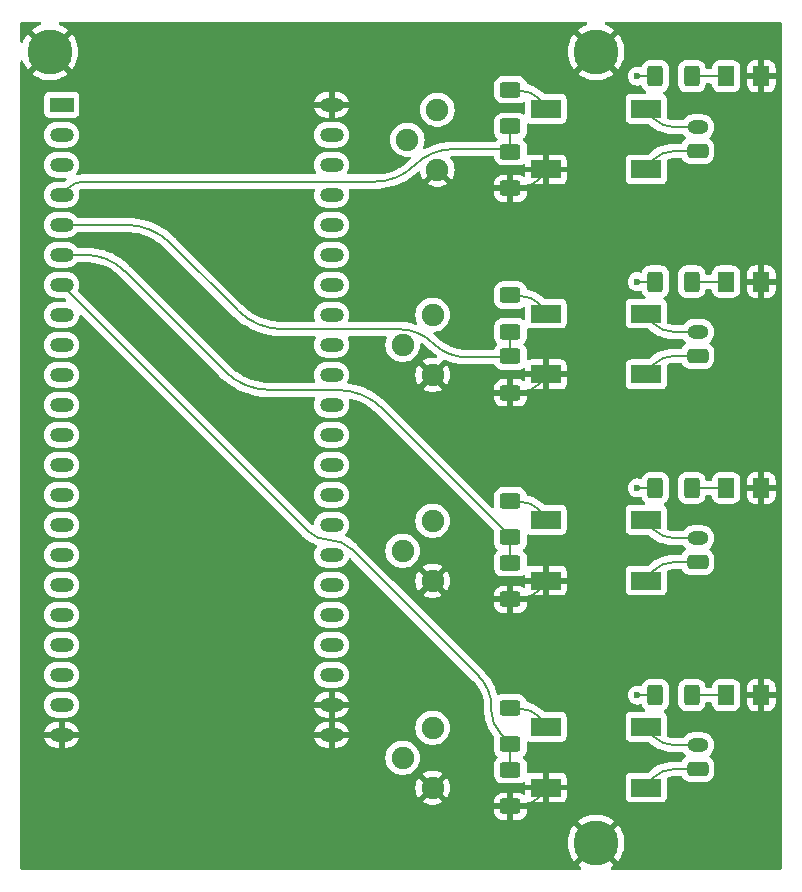
<source format=gtl>
G04 #@! TF.GenerationSoftware,KiCad,Pcbnew,8.0.1*
G04 #@! TF.CreationDate,2024-04-30T12:08:52+02:00*
G04 #@! TF.ProjectId,Taiko IoBoard,5461696b-6f20-4496-9f42-6f6172642e6b,1*
G04 #@! TF.SameCoordinates,Original*
G04 #@! TF.FileFunction,Copper,L1,Top*
G04 #@! TF.FilePolarity,Positive*
%FSLAX46Y46*%
G04 Gerber Fmt 4.6, Leading zero omitted, Abs format (unit mm)*
G04 Created by KiCad (PCBNEW 8.0.1) date 2024-04-30 12:08:52*
%MOMM*%
%LPD*%
G01*
G04 APERTURE LIST*
G04 Aperture macros list*
%AMRoundRect*
0 Rectangle with rounded corners*
0 $1 Rounding radius*
0 $2 $3 $4 $5 $6 $7 $8 $9 X,Y pos of 4 corners*
0 Add a 4 corners polygon primitive as box body*
4,1,4,$2,$3,$4,$5,$6,$7,$8,$9,$2,$3,0*
0 Add four circle primitives for the rounded corners*
1,1,$1+$1,$2,$3*
1,1,$1+$1,$4,$5*
1,1,$1+$1,$6,$7*
1,1,$1+$1,$8,$9*
0 Add four rect primitives between the rounded corners*
20,1,$1+$1,$2,$3,$4,$5,0*
20,1,$1+$1,$4,$5,$6,$7,0*
20,1,$1+$1,$6,$7,$8,$9,0*
20,1,$1+$1,$8,$9,$2,$3,0*%
G04 Aperture macros list end*
G04 #@! TA.AperFunction,SMDPad,CuDef*
%ADD10RoundRect,0.250000X0.625000X-0.400000X0.625000X0.400000X-0.625000X0.400000X-0.625000X-0.400000X0*%
G04 #@! TD*
G04 #@! TA.AperFunction,SMDPad,CuDef*
%ADD11R,2.500000X1.524000*%
G04 #@! TD*
G04 #@! TA.AperFunction,ComponentPad*
%ADD12R,2.000000X1.200000*%
G04 #@! TD*
G04 #@! TA.AperFunction,ComponentPad*
%ADD13O,2.000000X1.200000*%
G04 #@! TD*
G04 #@! TA.AperFunction,SMDPad,CuDef*
%ADD14RoundRect,0.250000X-0.400000X-0.625000X0.400000X-0.625000X0.400000X0.625000X-0.400000X0.625000X0*%
G04 #@! TD*
G04 #@! TA.AperFunction,SMDPad,CuDef*
%ADD15RoundRect,0.250001X0.462499X0.624999X-0.462499X0.624999X-0.462499X-0.624999X0.462499X-0.624999X0*%
G04 #@! TD*
G04 #@! TA.AperFunction,ComponentPad*
%ADD16RoundRect,0.300000X0.600000X-0.300000X0.600000X0.300000X-0.600000X0.300000X-0.600000X-0.300000X0*%
G04 #@! TD*
G04 #@! TA.AperFunction,ComponentPad*
%ADD17O,1.800000X1.200000*%
G04 #@! TD*
G04 #@! TA.AperFunction,ComponentPad*
%ADD18C,1.900000*%
G04 #@! TD*
G04 #@! TA.AperFunction,ComponentPad*
%ADD19C,3.800000*%
G04 #@! TD*
G04 #@! TA.AperFunction,ViaPad*
%ADD20C,0.600000*%
G04 #@! TD*
G04 #@! TA.AperFunction,Conductor*
%ADD21C,0.200000*%
G04 #@! TD*
G04 APERTURE END LIST*
D10*
X110350000Y-91959637D03*
X110350000Y-88859637D03*
D11*
X121850000Y-90359637D03*
X121850000Y-85209637D03*
X113350000Y-85209637D03*
X113350000Y-90359637D03*
D12*
X72350000Y-32554351D03*
D13*
X72350000Y-35094351D03*
X72350000Y-37634351D03*
X72350000Y-40174351D03*
X72350000Y-42714351D03*
X72350000Y-45254351D03*
X72350000Y-47794351D03*
X72350000Y-50334351D03*
X72350000Y-52874351D03*
X72350000Y-55414351D03*
X72350000Y-57954351D03*
X72350000Y-60494351D03*
X72350000Y-63034351D03*
X72350000Y-65574351D03*
X72350000Y-68114351D03*
X72350000Y-70654351D03*
X72350000Y-73194351D03*
X72350000Y-75734351D03*
X72350000Y-78274351D03*
X72346320Y-80811631D03*
X72346320Y-83351631D03*
X72346320Y-85891631D03*
X95210000Y-85894351D03*
X95210000Y-83354351D03*
X95210000Y-80814351D03*
X95210000Y-78274351D03*
X95210000Y-75734351D03*
X95210000Y-73194351D03*
X95210000Y-70654351D03*
X95210000Y-68114351D03*
X95210000Y-65574351D03*
X95210000Y-63034351D03*
X95210000Y-60494351D03*
X95210000Y-57954351D03*
X95210000Y-55414351D03*
X95210000Y-52874351D03*
X95210000Y-50334351D03*
X95210000Y-47794351D03*
X95210000Y-45254351D03*
X95210000Y-42714351D03*
X95210000Y-40174351D03*
X95210000Y-37634351D03*
X95210000Y-35094351D03*
X95210000Y-32554351D03*
D14*
X122612500Y-82534637D03*
X125712500Y-82534637D03*
X122612500Y-30134637D03*
X125712500Y-30134637D03*
D10*
X110350000Y-56941851D03*
X110350000Y-53841851D03*
D15*
X131587500Y-47529351D03*
X128612500Y-47529351D03*
D16*
X126207290Y-36454803D03*
D17*
X126207290Y-34454803D03*
D18*
X103760000Y-90381262D03*
X101220000Y-87841262D03*
X103760000Y-85301262D03*
D16*
X126207290Y-71257666D03*
D17*
X126207290Y-69257666D03*
D18*
X103760000Y-55419726D03*
X101220000Y-52879726D03*
X103760000Y-50339726D03*
X104170000Y-38056262D03*
X101630000Y-35516262D03*
X104170000Y-32976262D03*
D10*
X110350000Y-51766851D03*
X110350000Y-48666851D03*
D11*
X121850000Y-72837500D03*
X121850000Y-67687500D03*
X113350000Y-67687500D03*
X113350000Y-72837500D03*
X121850000Y-38034637D03*
X121850000Y-32884637D03*
X113350000Y-32884637D03*
X113350000Y-38034637D03*
D10*
X110350000Y-86709637D03*
X110350000Y-83609637D03*
D16*
X126207290Y-88779803D03*
D17*
X126207290Y-86779803D03*
D15*
X131587500Y-82534637D03*
X128612500Y-82534637D03*
D19*
X71350000Y-28054351D03*
D16*
X126207290Y-53799517D03*
D17*
X126207290Y-51799517D03*
D10*
X110350000Y-74437500D03*
X110350000Y-71337500D03*
D15*
X131587500Y-65000000D03*
X128612500Y-65000000D03*
D10*
X110350000Y-69187500D03*
X110350000Y-66087500D03*
D15*
X131587500Y-30134637D03*
X128612500Y-30134637D03*
D19*
X117600000Y-95054351D03*
D10*
X110350000Y-34384637D03*
X110350000Y-31284637D03*
D14*
X122612500Y-65000000D03*
X125712500Y-65000000D03*
X122612500Y-47529351D03*
X125712500Y-47529351D03*
D18*
X103760000Y-72859125D03*
X101220000Y-70319125D03*
X103760000Y-67779125D03*
D11*
X121850000Y-55379351D03*
X121850000Y-50229351D03*
X113350000Y-50229351D03*
X113350000Y-55379351D03*
D19*
X117600000Y-28054351D03*
D10*
X110350000Y-39634637D03*
X110350000Y-36534637D03*
D20*
X121100000Y-30134637D03*
X121100000Y-47529351D03*
X121100000Y-65000000D03*
X121100000Y-82534637D03*
D21*
X112701799Y-73735700D02*
X113600000Y-72837500D01*
X112752557Y-56226793D02*
X113600000Y-55379351D01*
X112701799Y-91257837D02*
X113600000Y-90359637D01*
X111237500Y-56854351D02*
X110350000Y-56854351D01*
X112701799Y-38932837D02*
X113600000Y-38034637D01*
X111218750Y-91872137D02*
X110350000Y-91872137D01*
X111218750Y-74350000D02*
X110350000Y-74350000D01*
X111218750Y-39547137D02*
X110350000Y-39547137D01*
X112752557Y-56226793D02*
G75*
G02*
X111237500Y-56854339I-1515057J1515093D01*
G01*
X112701798Y-91257836D02*
G75*
G02*
X111218750Y-91872174I-1483098J1483036D01*
G01*
X112701799Y-73735700D02*
G75*
G02*
X111218750Y-74350019I-1483099J1483100D01*
G01*
X112701798Y-38932836D02*
G75*
G02*
X111218750Y-39547174I-1483098J1483036D01*
G01*
X95695607Y-56699571D02*
X89999183Y-56699571D01*
X110350000Y-69100000D02*
X99543363Y-58293363D01*
X77696535Y-46650886D02*
X86151427Y-55105778D01*
X110350000Y-69100000D02*
X110350000Y-71425000D01*
X74325000Y-45254351D02*
X72350000Y-45254351D01*
X77696535Y-46650886D02*
G75*
G03*
X74325000Y-45254345I-3371535J-3371514D01*
G01*
X99543363Y-58293363D02*
G75*
G03*
X95695607Y-56699560I-3847763J-3847737D01*
G01*
X86151427Y-55105778D02*
G75*
G03*
X89999183Y-56699576I3847773J3847778D01*
G01*
X98905456Y-39054351D02*
X74261959Y-39054351D01*
X72910000Y-39614351D02*
X72350000Y-40174351D01*
X109807505Y-36304351D02*
X105544543Y-36304351D01*
X110350000Y-36397428D02*
X110350000Y-34297137D01*
X110191107Y-36463244D02*
G75*
G03*
X110349981Y-36397428I65793J65844D01*
G01*
X102224999Y-37679350D02*
G75*
G02*
X98905456Y-39054317I-3319499J3319550D01*
G01*
X74261959Y-39054351D02*
G75*
G03*
X72910022Y-39614373I41J-1911949D01*
G01*
X110191107Y-36463244D02*
G75*
G03*
X109807505Y-36304334I-383607J-383556D01*
G01*
X105544543Y-36304351D02*
G75*
G03*
X102224977Y-37679328I-43J-4694549D01*
G01*
X125625000Y-30134637D02*
X128700000Y-30134637D01*
X125625000Y-47529351D02*
X128700000Y-47529351D01*
X107671063Y-80946102D02*
X96894302Y-70169341D01*
X109540349Y-85812486D02*
X110350000Y-86622137D01*
X93191055Y-68635406D02*
X72350000Y-47794351D01*
X108730698Y-83857815D02*
X108730698Y-83504286D01*
X110350000Y-86622137D02*
X110350000Y-88947137D01*
X108730698Y-83857815D02*
G75*
G03*
X109540361Y-85812474I2764302J15D01*
G01*
X93191056Y-68635405D02*
G75*
G03*
X95042679Y-69402393I1851644J1851605D01*
G01*
X96894301Y-70169342D02*
G75*
G03*
X95042679Y-69402400I-1851601J-1851658D01*
G01*
X107671063Y-80946102D02*
G75*
G02*
X108730713Y-83504286I-2558163J-2558198D01*
G01*
X125625000Y-65000000D02*
X128700000Y-65000000D01*
X125625000Y-82534637D02*
X128700000Y-82534637D01*
X110350000Y-53929351D02*
X106654378Y-53929351D01*
X110350000Y-53929351D02*
X110350000Y-51679351D01*
X81603792Y-44308143D02*
X87256207Y-49960558D01*
X77756036Y-42714351D02*
X72350000Y-42714351D01*
X100920621Y-51554351D02*
X91103963Y-51554351D01*
X81603791Y-44308144D02*
G75*
G03*
X77756036Y-42714326I-3847791J-3847756D01*
G01*
X103787500Y-52741851D02*
G75*
G03*
X106654378Y-53929374I2866900J2866851D01*
G01*
X103787499Y-52741852D02*
G75*
G03*
X100920621Y-51554328I-2866899J-2866848D01*
G01*
X87256207Y-49960558D02*
G75*
G03*
X91103963Y-51554376I3847793J3847758D01*
G01*
X124288693Y-34459637D02*
X125975000Y-34459637D01*
X122387500Y-33672137D02*
X121600000Y-32884637D01*
X122387501Y-33672136D02*
G75*
G03*
X124288693Y-34459628I1901199J1901236D01*
G01*
X124288693Y-36459637D02*
X125975000Y-36459637D01*
X122387500Y-37247137D02*
X121600000Y-38034637D01*
X124288693Y-36459637D02*
G75*
G03*
X122387510Y-37247147I7J-2688663D01*
G01*
X124288693Y-51804351D02*
X125975000Y-51804351D01*
X122387500Y-51016851D02*
X121600000Y-50229351D01*
X122387500Y-51016851D02*
G75*
G03*
X124288693Y-51804368I1901200J1901151D01*
G01*
X122387500Y-54591851D02*
X121600000Y-55379351D01*
X124288693Y-53804351D02*
X125975000Y-53804351D01*
X124288693Y-53804351D02*
G75*
G03*
X122387513Y-54591864I7J-2688649D01*
G01*
X124288693Y-69262500D02*
X125975000Y-69262500D01*
X122387500Y-68475000D02*
X121600000Y-67687500D01*
X122387501Y-68474999D02*
G75*
G03*
X124288693Y-69262502I1901199J1901199D01*
G01*
X124288693Y-71262500D02*
X125975000Y-71262500D01*
X122387500Y-72050000D02*
X121600000Y-72837500D01*
X124288693Y-71262500D02*
G75*
G03*
X122387502Y-72050002I7J-2688700D01*
G01*
X122387500Y-85997137D02*
X121600000Y-85209637D01*
X124288693Y-86784637D02*
X125975000Y-86784637D01*
X122387501Y-85997136D02*
G75*
G03*
X124288693Y-86784628I1901199J1901236D01*
G01*
X122387500Y-89572137D02*
X121600000Y-90359637D01*
X124288693Y-88784637D02*
X125975000Y-88784637D01*
X124288693Y-88784637D02*
G75*
G03*
X122387510Y-89572147I7J-2688663D01*
G01*
X111218750Y-31372137D02*
X110350000Y-31372137D01*
X112701799Y-31986436D02*
X113600000Y-32884637D01*
X112701798Y-31986437D02*
G75*
G03*
X111218750Y-31372107I-1483098J-1483063D01*
G01*
X111237500Y-48754351D02*
X110350000Y-48754351D01*
X112752557Y-49381908D02*
X113600000Y-50229351D01*
X112752556Y-49381909D02*
G75*
G03*
X111237500Y-48754362I-1515056J-1515091D01*
G01*
X112701799Y-66789299D02*
X113600000Y-67687500D01*
X111218750Y-66175000D02*
X110350000Y-66175000D01*
X112701799Y-66789299D02*
G75*
G03*
X111218750Y-66174951I-1483099J-1483001D01*
G01*
X112701799Y-84311436D02*
X113600000Y-85209637D01*
X111218750Y-83697137D02*
X110350000Y-83697137D01*
X112701798Y-84311437D02*
G75*
G03*
X111218750Y-83697107I-1483098J-1483063D01*
G01*
X121100000Y-30134637D02*
X122700000Y-30134637D01*
X121100000Y-47529351D02*
X122700000Y-47529351D01*
X121100000Y-65000000D02*
X122700000Y-65000000D01*
X121100000Y-82534637D02*
X122700000Y-82534637D01*
G04 #@! TA.AperFunction,Conductor*
G36*
X116822723Y-25569694D02*
G01*
X116868478Y-25622498D01*
X116878422Y-25691656D01*
X116849397Y-25755212D01*
X116801331Y-25789301D01*
X116576117Y-25878468D01*
X116576109Y-25878472D01*
X116311476Y-26023955D01*
X116311471Y-26023958D01*
X116086565Y-26187361D01*
X116086564Y-26187362D01*
X117017262Y-27118060D01*
X116883398Y-27215318D01*
X116760967Y-27337749D01*
X116663709Y-27471613D01*
X115735311Y-26543215D01*
X115654520Y-26640876D01*
X115654518Y-26640879D01*
X115492707Y-26895853D01*
X115492704Y-26895859D01*
X115364127Y-27169098D01*
X115364125Y-27169103D01*
X115270805Y-27456310D01*
X115214216Y-27752960D01*
X115214215Y-27752967D01*
X115195255Y-28054345D01*
X115195255Y-28054356D01*
X115214215Y-28355734D01*
X115214216Y-28355741D01*
X115270805Y-28652391D01*
X115364125Y-28939598D01*
X115364127Y-28939603D01*
X115492704Y-29212842D01*
X115492707Y-29212848D01*
X115654516Y-29467820D01*
X115735311Y-29565484D01*
X116663708Y-28637087D01*
X116760967Y-28770953D01*
X116883398Y-28893384D01*
X117017262Y-28990641D01*
X116086564Y-29921338D01*
X116086565Y-29921340D01*
X116311461Y-30084736D01*
X116311479Y-30084748D01*
X116576109Y-30230229D01*
X116576117Y-30230233D01*
X116856889Y-30341398D01*
X116856892Y-30341399D01*
X117149399Y-30416501D01*
X117448995Y-30454350D01*
X117449007Y-30454351D01*
X117750993Y-30454351D01*
X117751004Y-30454350D01*
X118050600Y-30416501D01*
X118343107Y-30341399D01*
X118343110Y-30341398D01*
X118623882Y-30230233D01*
X118623890Y-30230229D01*
X118888520Y-30084748D01*
X118888530Y-30084741D01*
X119113433Y-29921338D01*
X119113434Y-29921338D01*
X118182737Y-28990641D01*
X118316602Y-28893384D01*
X118439033Y-28770953D01*
X118536290Y-28637088D01*
X119464687Y-29565485D01*
X119545486Y-29467815D01*
X119707292Y-29212848D01*
X119707295Y-29212842D01*
X119835872Y-28939603D01*
X119835874Y-28939598D01*
X119929194Y-28652391D01*
X119985783Y-28355741D01*
X119985784Y-28355734D01*
X120004745Y-28054356D01*
X120004745Y-28054345D01*
X119985784Y-27752967D01*
X119985783Y-27752960D01*
X119929194Y-27456310D01*
X119835874Y-27169103D01*
X119835872Y-27169098D01*
X119707295Y-26895859D01*
X119707292Y-26895853D01*
X119545483Y-26640881D01*
X119464686Y-26543215D01*
X118536289Y-27471612D01*
X118439033Y-27337749D01*
X118316602Y-27215318D01*
X118182736Y-27118060D01*
X119113434Y-26187362D01*
X119113433Y-26187360D01*
X118888538Y-26023965D01*
X118888520Y-26023953D01*
X118623890Y-25878472D01*
X118623882Y-25878468D01*
X118398669Y-25789301D01*
X118343583Y-25746320D01*
X118320480Y-25680381D01*
X118336693Y-25612419D01*
X118387076Y-25564011D01*
X118444316Y-25550009D01*
X133225500Y-25550009D01*
X133292539Y-25569694D01*
X133338294Y-25622498D01*
X133349500Y-25674009D01*
X133349500Y-97181790D01*
X133329815Y-97248829D01*
X133277011Y-97294584D01*
X133225977Y-97305789D01*
X132785935Y-97307482D01*
X132785458Y-97307483D01*
X118963587Y-97307483D01*
X118896548Y-97287798D01*
X118850793Y-97234994D01*
X118840849Y-97165836D01*
X118869874Y-97102280D01*
X118890701Y-97083165D01*
X119113433Y-96921338D01*
X119113434Y-96921338D01*
X118182737Y-95990641D01*
X118316602Y-95893384D01*
X118439033Y-95770953D01*
X118536290Y-95637088D01*
X119464687Y-96565485D01*
X119545486Y-96467815D01*
X119707292Y-96212848D01*
X119707295Y-96212842D01*
X119835872Y-95939603D01*
X119835874Y-95939598D01*
X119929194Y-95652391D01*
X119985783Y-95355741D01*
X119985784Y-95355734D01*
X120004745Y-95054356D01*
X120004745Y-95054345D01*
X119985784Y-94752967D01*
X119985783Y-94752960D01*
X119929194Y-94456310D01*
X119835874Y-94169103D01*
X119835872Y-94169098D01*
X119707295Y-93895859D01*
X119707292Y-93895853D01*
X119545483Y-93640881D01*
X119464686Y-93543215D01*
X118536289Y-94471612D01*
X118439033Y-94337749D01*
X118316602Y-94215318D01*
X118182736Y-94118060D01*
X119113434Y-93187362D01*
X119113433Y-93187360D01*
X118888538Y-93023965D01*
X118888520Y-93023953D01*
X118623890Y-92878472D01*
X118623882Y-92878468D01*
X118343110Y-92767303D01*
X118343107Y-92767302D01*
X118050600Y-92692200D01*
X117751004Y-92654351D01*
X117448995Y-92654351D01*
X117149399Y-92692200D01*
X116856892Y-92767302D01*
X116856889Y-92767303D01*
X116576117Y-92878468D01*
X116576109Y-92878472D01*
X116311476Y-93023955D01*
X116311471Y-93023958D01*
X116086565Y-93187361D01*
X116086564Y-93187362D01*
X117017262Y-94118060D01*
X116883398Y-94215318D01*
X116760967Y-94337749D01*
X116663709Y-94471613D01*
X115735311Y-93543215D01*
X115654520Y-93640876D01*
X115654518Y-93640879D01*
X115492707Y-93895853D01*
X115492704Y-93895859D01*
X115364127Y-94169098D01*
X115364125Y-94169103D01*
X115270805Y-94456310D01*
X115214216Y-94752960D01*
X115214215Y-94752967D01*
X115195255Y-95054345D01*
X115195255Y-95054356D01*
X115214215Y-95355734D01*
X115214216Y-95355741D01*
X115270805Y-95652391D01*
X115364125Y-95939598D01*
X115364127Y-95939603D01*
X115492704Y-96212842D01*
X115492707Y-96212848D01*
X115654516Y-96467820D01*
X115735311Y-96565484D01*
X116663708Y-95637087D01*
X116760967Y-95770953D01*
X116883398Y-95893384D01*
X117017262Y-95990641D01*
X116086564Y-96921338D01*
X116086565Y-96921340D01*
X116309298Y-97083165D01*
X116351964Y-97138495D01*
X116357943Y-97208108D01*
X116325337Y-97269903D01*
X116264499Y-97304260D01*
X116236413Y-97307483D01*
X68974499Y-97307483D01*
X68907460Y-97287798D01*
X68861705Y-97234994D01*
X68850499Y-97183483D01*
X68850499Y-92209637D01*
X108975001Y-92209637D01*
X108975001Y-92409623D01*
X108985494Y-92512334D01*
X109040641Y-92678756D01*
X109040643Y-92678761D01*
X109132684Y-92827982D01*
X109256654Y-92951952D01*
X109405875Y-93043993D01*
X109405880Y-93043995D01*
X109572302Y-93099142D01*
X109572309Y-93099143D01*
X109675019Y-93109636D01*
X110099999Y-93109636D01*
X110100000Y-93109635D01*
X110100000Y-92209637D01*
X110600000Y-92209637D01*
X110600000Y-93109636D01*
X111024972Y-93109636D01*
X111024986Y-93109635D01*
X111127697Y-93099142D01*
X111294119Y-93043995D01*
X111294124Y-93043993D01*
X111443345Y-92951952D01*
X111567315Y-92827982D01*
X111659356Y-92678761D01*
X111659358Y-92678756D01*
X111714505Y-92512334D01*
X111714506Y-92512327D01*
X111724999Y-92409623D01*
X111725000Y-92409610D01*
X111725000Y-92209637D01*
X110600000Y-92209637D01*
X110100000Y-92209637D01*
X108975001Y-92209637D01*
X68850499Y-92209637D01*
X68850499Y-90381267D01*
X102305031Y-90381267D01*
X102324874Y-90620738D01*
X102383865Y-90853690D01*
X102480392Y-91073750D01*
X102572687Y-91215019D01*
X103360000Y-90427708D01*
X103360000Y-90433923D01*
X103387259Y-90535656D01*
X103439920Y-90626868D01*
X103514394Y-90701342D01*
X103605606Y-90754003D01*
X103707339Y-90781262D01*
X103713553Y-90781262D01*
X102925572Y-91569241D01*
X102964208Y-91599313D01*
X103175544Y-91713683D01*
X103175550Y-91713685D01*
X103402823Y-91791708D01*
X103639851Y-91831262D01*
X103880149Y-91831262D01*
X104117176Y-91791708D01*
X104344449Y-91713685D01*
X104344455Y-91713683D01*
X104351931Y-91709637D01*
X108975000Y-91709637D01*
X110100000Y-91709637D01*
X110600000Y-91709637D01*
X111724999Y-91709637D01*
X111724999Y-91694010D01*
X111744684Y-91626971D01*
X111797488Y-91581216D01*
X111866646Y-91571272D01*
X111892333Y-91577828D01*
X111992623Y-91615234D01*
X111992627Y-91615235D01*
X112052155Y-91621636D01*
X112052172Y-91621637D01*
X113100000Y-91621637D01*
X113100000Y-90609637D01*
X113600000Y-90609637D01*
X113600000Y-91621637D01*
X114647828Y-91621637D01*
X114647844Y-91621636D01*
X114707372Y-91615235D01*
X114707379Y-91615233D01*
X114842086Y-91564991D01*
X114842093Y-91564987D01*
X114957187Y-91478827D01*
X114957190Y-91478824D01*
X115043350Y-91363730D01*
X115043354Y-91363723D01*
X115093596Y-91229016D01*
X115093598Y-91229009D01*
X115099996Y-91169507D01*
X120099500Y-91169507D01*
X120099501Y-91169513D01*
X120105908Y-91229120D01*
X120156202Y-91363965D01*
X120156206Y-91363972D01*
X120242452Y-91479181D01*
X120242455Y-91479184D01*
X120357664Y-91565430D01*
X120357671Y-91565434D01*
X120492517Y-91615728D01*
X120492516Y-91615728D01*
X120499444Y-91616472D01*
X120552127Y-91622137D01*
X123147872Y-91622136D01*
X123207483Y-91615728D01*
X123342331Y-91565433D01*
X123457546Y-91479183D01*
X123543796Y-91363968D01*
X123594091Y-91229120D01*
X123600500Y-91169510D01*
X123600499Y-89595198D01*
X123620184Y-89528160D01*
X123672987Y-89482405D01*
X123690171Y-89476045D01*
X123817340Y-89439407D01*
X123830896Y-89436314D01*
X124048035Y-89399419D01*
X124061833Y-89397865D01*
X124284992Y-89385332D01*
X124291945Y-89385137D01*
X124785203Y-89385137D01*
X124852242Y-89404822D01*
X124890197Y-89443165D01*
X124957206Y-89549809D01*
X124977474Y-89582065D01*
X125105028Y-89709619D01*
X125257768Y-89805592D01*
X125428035Y-89865171D01*
X125428040Y-89865172D01*
X125515554Y-89875032D01*
X125562330Y-89880302D01*
X125562333Y-89880303D01*
X125562336Y-89880303D01*
X126852247Y-89880303D01*
X126852248Y-89880302D01*
X126921054Y-89872550D01*
X126986539Y-89865172D01*
X126986542Y-89865171D01*
X126986545Y-89865171D01*
X127156812Y-89805592D01*
X127309552Y-89709619D01*
X127437106Y-89582065D01*
X127533079Y-89429325D01*
X127592658Y-89259058D01*
X127593432Y-89252195D01*
X127602225Y-89174144D01*
X127607790Y-89124757D01*
X127607790Y-88434849D01*
X127592658Y-88300548D01*
X127533079Y-88130281D01*
X127437106Y-87977541D01*
X127309552Y-87849987D01*
X127247083Y-87810735D01*
X127200792Y-87758400D01*
X127190144Y-87689346D01*
X127218519Y-87625498D01*
X127225350Y-87618084D01*
X127346704Y-87496731D01*
X127448522Y-87356591D01*
X127527163Y-87202248D01*
X127580692Y-87037504D01*
X127607790Y-86866414D01*
X127607790Y-86693192D01*
X127580692Y-86522102D01*
X127527163Y-86357358D01*
X127448522Y-86203015D01*
X127346704Y-86062875D01*
X127224218Y-85940389D01*
X127084078Y-85838571D01*
X126929735Y-85759930D01*
X126764991Y-85706401D01*
X126764989Y-85706400D01*
X126764988Y-85706400D01*
X126633561Y-85685584D01*
X126593901Y-85679303D01*
X125820679Y-85679303D01*
X125781018Y-85685584D01*
X125649592Y-85706400D01*
X125484842Y-85759931D01*
X125330501Y-85838571D01*
X125294588Y-85864664D01*
X125190362Y-85940389D01*
X125190360Y-85940391D01*
X125190359Y-85940391D01*
X125067878Y-86062872D01*
X125067876Y-86062875D01*
X125016909Y-86133023D01*
X124961581Y-86175688D01*
X124916593Y-86184137D01*
X124292176Y-86184137D01*
X124285223Y-86183942D01*
X124061840Y-86171396D01*
X124048022Y-86169839D01*
X123830891Y-86132947D01*
X123817335Y-86129853D01*
X123690172Y-86093219D01*
X123631202Y-86055745D01*
X123601853Y-85992339D01*
X123600499Y-85974078D01*
X123600499Y-84399765D01*
X123594091Y-84340154D01*
X123577307Y-84295155D01*
X123543797Y-84205308D01*
X123543793Y-84205301D01*
X123457547Y-84090092D01*
X123457544Y-84090089D01*
X123366688Y-84022074D01*
X123324817Y-83966141D01*
X123319833Y-83896449D01*
X123353319Y-83835126D01*
X123375903Y-83817269D01*
X123393374Y-83806493D01*
X123481156Y-83752349D01*
X123605212Y-83628293D01*
X123697314Y-83478971D01*
X123752499Y-83312434D01*
X123763000Y-83209646D01*
X123763000Y-83209638D01*
X124562000Y-83209638D01*
X124562001Y-83209655D01*
X124572500Y-83312433D01*
X124572501Y-83312436D01*
X124603841Y-83407012D01*
X124627686Y-83478971D01*
X124719788Y-83628293D01*
X124843844Y-83752349D01*
X124993166Y-83844451D01*
X125159703Y-83899636D01*
X125262491Y-83910137D01*
X126162508Y-83910136D01*
X126162516Y-83910135D01*
X126162519Y-83910135D01*
X126218802Y-83904385D01*
X126265297Y-83899636D01*
X126431834Y-83844451D01*
X126581156Y-83752349D01*
X126705212Y-83628293D01*
X126797314Y-83478971D01*
X126852499Y-83312434D01*
X126857343Y-83265020D01*
X126859232Y-83246534D01*
X126885629Y-83181842D01*
X126942810Y-83141691D01*
X126982590Y-83135137D01*
X127279911Y-83135137D01*
X127346950Y-83154822D01*
X127392705Y-83207626D01*
X127403269Y-83246535D01*
X127410000Y-83312431D01*
X127410000Y-83312432D01*
X127410001Y-83312434D01*
X127431828Y-83378303D01*
X127465186Y-83478972D01*
X127465187Y-83478974D01*
X127557286Y-83628288D01*
X127557289Y-83628292D01*
X127681344Y-83752347D01*
X127681348Y-83752350D01*
X127830662Y-83844449D01*
X127830664Y-83844450D01*
X127830666Y-83844451D01*
X127997203Y-83899636D01*
X128099992Y-83910137D01*
X128099997Y-83910137D01*
X129125003Y-83910137D01*
X129125008Y-83910137D01*
X129227797Y-83899636D01*
X129394334Y-83844451D01*
X129543655Y-83752348D01*
X129667711Y-83628292D01*
X129759814Y-83478971D01*
X129814999Y-83312434D01*
X129825500Y-83209645D01*
X129825500Y-82784637D01*
X130375000Y-82784637D01*
X130375000Y-83209622D01*
X130385493Y-83312326D01*
X130385494Y-83312333D01*
X130440641Y-83478755D01*
X130440643Y-83478760D01*
X130532684Y-83627981D01*
X130656655Y-83751952D01*
X130805876Y-83843993D01*
X130805881Y-83843995D01*
X130972303Y-83899142D01*
X130972310Y-83899143D01*
X131075014Y-83909636D01*
X131075027Y-83909637D01*
X131337500Y-83909637D01*
X131337500Y-82784637D01*
X131837500Y-82784637D01*
X131837500Y-83909637D01*
X132099973Y-83909637D01*
X132099985Y-83909636D01*
X132202689Y-83899143D01*
X132202696Y-83899142D01*
X132369118Y-83843995D01*
X132369123Y-83843993D01*
X132518344Y-83751952D01*
X132642315Y-83627981D01*
X132734356Y-83478760D01*
X132734358Y-83478755D01*
X132789505Y-83312333D01*
X132789506Y-83312326D01*
X132799999Y-83209622D01*
X132800000Y-83209609D01*
X132800000Y-82784637D01*
X131837500Y-82784637D01*
X131337500Y-82784637D01*
X130375000Y-82784637D01*
X129825500Y-82784637D01*
X129825500Y-82284637D01*
X130375000Y-82284637D01*
X131337500Y-82284637D01*
X131337500Y-81159637D01*
X131837500Y-81159637D01*
X131837500Y-82284637D01*
X132800000Y-82284637D01*
X132800000Y-81859664D01*
X132799999Y-81859651D01*
X132789506Y-81756947D01*
X132789505Y-81756940D01*
X132734358Y-81590518D01*
X132734356Y-81590513D01*
X132642315Y-81441292D01*
X132518344Y-81317321D01*
X132369123Y-81225280D01*
X132369118Y-81225278D01*
X132202696Y-81170131D01*
X132202689Y-81170130D01*
X132099985Y-81159637D01*
X131837500Y-81159637D01*
X131337500Y-81159637D01*
X131075014Y-81159637D01*
X130972310Y-81170130D01*
X130972303Y-81170131D01*
X130805881Y-81225278D01*
X130805876Y-81225280D01*
X130656655Y-81317321D01*
X130532684Y-81441292D01*
X130440643Y-81590513D01*
X130440641Y-81590518D01*
X130385494Y-81756940D01*
X130385493Y-81756947D01*
X130375000Y-81859651D01*
X130375000Y-82284637D01*
X129825500Y-82284637D01*
X129825500Y-81859629D01*
X129814999Y-81756840D01*
X129759814Y-81590303D01*
X129759813Y-81590301D01*
X129759812Y-81590299D01*
X129667713Y-81440985D01*
X129667710Y-81440981D01*
X129543655Y-81316926D01*
X129543651Y-81316923D01*
X129394337Y-81224824D01*
X129394335Y-81224823D01*
X129311065Y-81197230D01*
X129227797Y-81169638D01*
X129227795Y-81169637D01*
X129125015Y-81159137D01*
X129125008Y-81159137D01*
X128099992Y-81159137D01*
X128099984Y-81159137D01*
X127997204Y-81169637D01*
X127997203Y-81169638D01*
X127830664Y-81224823D01*
X127830662Y-81224824D01*
X127681348Y-81316923D01*
X127681344Y-81316926D01*
X127557289Y-81440981D01*
X127557286Y-81440985D01*
X127465187Y-81590299D01*
X127465186Y-81590301D01*
X127410001Y-81756840D01*
X127410000Y-81756842D01*
X127408121Y-81775238D01*
X127403623Y-81819278D01*
X127403269Y-81822739D01*
X127376873Y-81887431D01*
X127319693Y-81927582D01*
X127279911Y-81934137D01*
X126982589Y-81934137D01*
X126915550Y-81914452D01*
X126869795Y-81861648D01*
X126859231Y-81822739D01*
X126854378Y-81775238D01*
X126852499Y-81756840D01*
X126797314Y-81590303D01*
X126705212Y-81440981D01*
X126581156Y-81316925D01*
X126451249Y-81236798D01*
X126431836Y-81224824D01*
X126431831Y-81224822D01*
X126430362Y-81224335D01*
X126265297Y-81169638D01*
X126265295Y-81169637D01*
X126162510Y-81159137D01*
X125262498Y-81159137D01*
X125262480Y-81159138D01*
X125159703Y-81169637D01*
X125159700Y-81169638D01*
X124993168Y-81224822D01*
X124993163Y-81224824D01*
X124843842Y-81316926D01*
X124719789Y-81440979D01*
X124627687Y-81590300D01*
X124627685Y-81590305D01*
X124607559Y-81651042D01*
X124572501Y-81756840D01*
X124572501Y-81756841D01*
X124572500Y-81756841D01*
X124562000Y-81859620D01*
X124562000Y-83209638D01*
X123763000Y-83209638D01*
X123762999Y-81859629D01*
X123759763Y-81827955D01*
X123752499Y-81756840D01*
X123752498Y-81756837D01*
X123749707Y-81748415D01*
X123697314Y-81590303D01*
X123605212Y-81440981D01*
X123481156Y-81316925D01*
X123351249Y-81236798D01*
X123331836Y-81224824D01*
X123331831Y-81224822D01*
X123330362Y-81224335D01*
X123165297Y-81169638D01*
X123165295Y-81169637D01*
X123062510Y-81159137D01*
X122162498Y-81159137D01*
X122162480Y-81159138D01*
X122059703Y-81169637D01*
X122059700Y-81169638D01*
X121893168Y-81224822D01*
X121893163Y-81224824D01*
X121743842Y-81316926D01*
X121619789Y-81440979D01*
X121527687Y-81590300D01*
X121527686Y-81590303D01*
X121494328Y-81690971D01*
X121454555Y-81748415D01*
X121390039Y-81775238D01*
X121335668Y-81769008D01*
X121279257Y-81749269D01*
X121279249Y-81749267D01*
X121100004Y-81729072D01*
X121099996Y-81729072D01*
X120920750Y-81749267D01*
X120920745Y-81749268D01*
X120750476Y-81808848D01*
X120597737Y-81904821D01*
X120470184Y-82032374D01*
X120374211Y-82185113D01*
X120314631Y-82355382D01*
X120314630Y-82355387D01*
X120294435Y-82534633D01*
X120294435Y-82534640D01*
X120314630Y-82713886D01*
X120314631Y-82713891D01*
X120374211Y-82884160D01*
X120468533Y-83034271D01*
X120470184Y-83036899D01*
X120597738Y-83164453D01*
X120677580Y-83214621D01*
X120728370Y-83246535D01*
X120750478Y-83260426D01*
X120899108Y-83312434D01*
X120920745Y-83320005D01*
X120920750Y-83320006D01*
X121099996Y-83340202D01*
X121100000Y-83340202D01*
X121100004Y-83340202D01*
X121279249Y-83320006D01*
X121279252Y-83320005D01*
X121279255Y-83320005D01*
X121279256Y-83320004D01*
X121279259Y-83320004D01*
X121335666Y-83300266D01*
X121405445Y-83296703D01*
X121466073Y-83331432D01*
X121494327Y-83378302D01*
X121527686Y-83478971D01*
X121619787Y-83628292D01*
X121619789Y-83628294D01*
X121726951Y-83735456D01*
X121760436Y-83796779D01*
X121755452Y-83866471D01*
X121713580Y-83922404D01*
X121648116Y-83946821D01*
X121639270Y-83947137D01*
X120552129Y-83947137D01*
X120552123Y-83947138D01*
X120492516Y-83953545D01*
X120357671Y-84003839D01*
X120357664Y-84003843D01*
X120242455Y-84090089D01*
X120242452Y-84090092D01*
X120156206Y-84205301D01*
X120156202Y-84205308D01*
X120105908Y-84340154D01*
X120099501Y-84399753D01*
X120099501Y-84399760D01*
X120099500Y-84399772D01*
X120099500Y-86019507D01*
X120099501Y-86019513D01*
X120105908Y-86079120D01*
X120156202Y-86213965D01*
X120156206Y-86213972D01*
X120242452Y-86329181D01*
X120242455Y-86329184D01*
X120357664Y-86415430D01*
X120357671Y-86415434D01*
X120492517Y-86465728D01*
X120492516Y-86465728D01*
X120499444Y-86466472D01*
X120552127Y-86472137D01*
X121961891Y-86472136D01*
X122028930Y-86491821D01*
X122049568Y-86508451D01*
X122077141Y-86536023D01*
X122077146Y-86536027D01*
X122077145Y-86536027D01*
X122326957Y-86741039D01*
X122326964Y-86741044D01*
X122595669Y-86920584D01*
X122595670Y-86920584D01*
X122595671Y-86920585D01*
X122880687Y-87072927D01*
X123012729Y-87127620D01*
X123179256Y-87196598D01*
X123179260Y-87196599D01*
X123179262Y-87196600D01*
X123488521Y-87290412D01*
X123488527Y-87290413D01*
X123488530Y-87290414D01*
X123488541Y-87290417D01*
X123687288Y-87329949D01*
X123805486Y-87353460D01*
X124127104Y-87385137D01*
X124209636Y-87385137D01*
X124923617Y-87385137D01*
X124990656Y-87404822D01*
X125023933Y-87436249D01*
X125067876Y-87496731D01*
X125067878Y-87496733D01*
X125189205Y-87618060D01*
X125222690Y-87679383D01*
X125217706Y-87749075D01*
X125175834Y-87805008D01*
X125167497Y-87810734D01*
X125105030Y-87849985D01*
X125105027Y-87849987D01*
X124977474Y-87977540D01*
X124884122Y-88126109D01*
X124831787Y-88172400D01*
X124779128Y-88184137D01*
X124340066Y-88184137D01*
X124340022Y-88184124D01*
X124288691Y-88184124D01*
X124127103Y-88184124D01*
X123869807Y-88209466D01*
X123805482Y-88215802D01*
X123805470Y-88215804D01*
X123488521Y-88278851D01*
X123488516Y-88278852D01*
X123488513Y-88278852D01*
X123488500Y-88278856D01*
X123179260Y-88372665D01*
X122880686Y-88496340D01*
X122880680Y-88496342D01*
X122595667Y-88648688D01*
X122326948Y-88828243D01*
X122077151Y-89033250D01*
X122049581Y-89060820D01*
X121988257Y-89094304D01*
X121961901Y-89097137D01*
X120552129Y-89097137D01*
X120552123Y-89097138D01*
X120492516Y-89103545D01*
X120357671Y-89153839D01*
X120357664Y-89153843D01*
X120242455Y-89240089D01*
X120242452Y-89240092D01*
X120156206Y-89355301D01*
X120156202Y-89355308D01*
X120105908Y-89490154D01*
X120099501Y-89549753D01*
X120099500Y-89549772D01*
X120099500Y-91169507D01*
X115099996Y-91169507D01*
X115099999Y-91169481D01*
X115100000Y-91169464D01*
X115100000Y-90609637D01*
X113600000Y-90609637D01*
X113100000Y-90609637D01*
X111600000Y-90609637D01*
X111600000Y-90841771D01*
X111580315Y-90908810D01*
X111527511Y-90954565D01*
X111458353Y-90964509D01*
X111410904Y-90947310D01*
X111294128Y-90875282D01*
X111294119Y-90875278D01*
X111127697Y-90820131D01*
X111127690Y-90820130D01*
X111024986Y-90809637D01*
X110600000Y-90809637D01*
X110600000Y-91709637D01*
X110100000Y-91709637D01*
X110100000Y-90809637D01*
X109675028Y-90809637D01*
X109675012Y-90809638D01*
X109572302Y-90820131D01*
X109405880Y-90875278D01*
X109405875Y-90875280D01*
X109256654Y-90967321D01*
X109132684Y-91091291D01*
X109040643Y-91240512D01*
X109040641Y-91240517D01*
X108985494Y-91406939D01*
X108985493Y-91406946D01*
X108975000Y-91509650D01*
X108975000Y-91709637D01*
X104351931Y-91709637D01*
X104555794Y-91599311D01*
X104555795Y-91599310D01*
X104594426Y-91569242D01*
X104594427Y-91569241D01*
X103806447Y-90781262D01*
X103812661Y-90781262D01*
X103914394Y-90754003D01*
X104005606Y-90701342D01*
X104080080Y-90626868D01*
X104132741Y-90535656D01*
X104160000Y-90433923D01*
X104160000Y-90427710D01*
X104947310Y-91215020D01*
X105039608Y-91073747D01*
X105136134Y-90853690D01*
X105195125Y-90620738D01*
X105214969Y-90381267D01*
X105214969Y-90381256D01*
X105195125Y-90141785D01*
X105136134Y-89908833D01*
X105039607Y-89688773D01*
X104947310Y-89547502D01*
X104160000Y-90334813D01*
X104160000Y-90328601D01*
X104132741Y-90226868D01*
X104080080Y-90135656D01*
X104005606Y-90061182D01*
X103914394Y-90008521D01*
X103812661Y-89981262D01*
X103806448Y-89981262D01*
X104594426Y-89193281D01*
X104594426Y-89193279D01*
X104555801Y-89163216D01*
X104555795Y-89163212D01*
X104344455Y-89048840D01*
X104344449Y-89048838D01*
X104117176Y-88970815D01*
X103880149Y-88931262D01*
X103639851Y-88931262D01*
X103402823Y-88970815D01*
X103175550Y-89048838D01*
X103175544Y-89048840D01*
X102964209Y-89163210D01*
X102925571Y-89193281D01*
X103713553Y-89981262D01*
X103707339Y-89981262D01*
X103605606Y-90008521D01*
X103514394Y-90061182D01*
X103439920Y-90135656D01*
X103387259Y-90226868D01*
X103360000Y-90328601D01*
X103360000Y-90334814D01*
X102572688Y-89547503D01*
X102480392Y-89688773D01*
X102383865Y-89908833D01*
X102324874Y-90141785D01*
X102305031Y-90381256D01*
X102305031Y-90381267D01*
X68850499Y-90381267D01*
X68850499Y-87841267D01*
X99764529Y-87841267D01*
X99784379Y-88080821D01*
X99843389Y-88313851D01*
X99939951Y-88533991D01*
X100071427Y-88735228D01*
X100071429Y-88735231D01*
X100234236Y-88912087D01*
X100234239Y-88912089D01*
X100234242Y-88912092D01*
X100423924Y-89059728D01*
X100423930Y-89059732D01*
X100423933Y-89059734D01*
X100635344Y-89174144D01*
X100635347Y-89174145D01*
X100862699Y-89252195D01*
X100862701Y-89252195D01*
X100862703Y-89252196D01*
X101099808Y-89291762D01*
X101099809Y-89291762D01*
X101340191Y-89291762D01*
X101340192Y-89291762D01*
X101577297Y-89252196D01*
X101804656Y-89174144D01*
X102016067Y-89059734D01*
X102205764Y-88912087D01*
X102368571Y-88735231D01*
X102500049Y-88533990D01*
X102596610Y-88313853D01*
X102655620Y-88080825D01*
X102672898Y-87872318D01*
X102675471Y-87841267D01*
X102675471Y-87841256D01*
X102657592Y-87625498D01*
X102655620Y-87601699D01*
X102596610Y-87368671D01*
X102500049Y-87148534D01*
X102450655Y-87072932D01*
X102399316Y-86994351D01*
X102368571Y-86947293D01*
X102205764Y-86770437D01*
X102205759Y-86770433D01*
X102205757Y-86770431D01*
X102016075Y-86622795D01*
X102016069Y-86622791D01*
X101804657Y-86508380D01*
X101804652Y-86508378D01*
X101577300Y-86430328D01*
X101399468Y-86400653D01*
X101340192Y-86390762D01*
X101099808Y-86390762D01*
X101052387Y-86398675D01*
X100862699Y-86430328D01*
X100635347Y-86508378D01*
X100635342Y-86508380D01*
X100423930Y-86622791D01*
X100423924Y-86622795D01*
X100234242Y-86770431D01*
X100234239Y-86770434D01*
X100071430Y-86947291D01*
X100071427Y-86947295D01*
X99939951Y-87148532D01*
X99843389Y-87368672D01*
X99784379Y-87601702D01*
X99764529Y-87841256D01*
X99764529Y-87841267D01*
X68850499Y-87841267D01*
X68850499Y-85641630D01*
X70872204Y-85641630D01*
X70872205Y-85641631D01*
X72030634Y-85641631D01*
X72026240Y-85646025D01*
X71973579Y-85737237D01*
X71946320Y-85838970D01*
X71946320Y-85944292D01*
X71973579Y-86046025D01*
X72026240Y-86137237D01*
X72030634Y-86141631D01*
X70872205Y-86141631D01*
X70873405Y-86149215D01*
X70926911Y-86313886D01*
X71005515Y-86468155D01*
X71107287Y-86608233D01*
X71229717Y-86730663D01*
X71369795Y-86832435D01*
X71524062Y-86911039D01*
X71688735Y-86964545D01*
X71859749Y-86991631D01*
X72096320Y-86991631D01*
X72096320Y-86207317D01*
X72100714Y-86211711D01*
X72191926Y-86264372D01*
X72293659Y-86291631D01*
X72398981Y-86291631D01*
X72500714Y-86264372D01*
X72591926Y-86211711D01*
X72596320Y-86207317D01*
X72596320Y-86991631D01*
X72832891Y-86991631D01*
X73003904Y-86964545D01*
X73168577Y-86911039D01*
X73322844Y-86832435D01*
X73462922Y-86730663D01*
X73585352Y-86608233D01*
X73687124Y-86468155D01*
X73765728Y-86313886D01*
X73819234Y-86149215D01*
X73820435Y-86141631D01*
X72662006Y-86141631D01*
X72666400Y-86137237D01*
X72719061Y-86046025D01*
X72746320Y-85944292D01*
X72746320Y-85838970D01*
X72719061Y-85737237D01*
X72666400Y-85646025D01*
X72664725Y-85644350D01*
X93735884Y-85644350D01*
X93735885Y-85644351D01*
X94894314Y-85644351D01*
X94889920Y-85648745D01*
X94837259Y-85739957D01*
X94810000Y-85841690D01*
X94810000Y-85947012D01*
X94837259Y-86048745D01*
X94889920Y-86139957D01*
X94894314Y-86144351D01*
X93735885Y-86144351D01*
X93737085Y-86151935D01*
X93790591Y-86316606D01*
X93869195Y-86470875D01*
X93970967Y-86610953D01*
X94093397Y-86733383D01*
X94233475Y-86835155D01*
X94387742Y-86913759D01*
X94552415Y-86967265D01*
X94723429Y-86994351D01*
X94960000Y-86994351D01*
X94960000Y-86210037D01*
X94964394Y-86214431D01*
X95055606Y-86267092D01*
X95157339Y-86294351D01*
X95262661Y-86294351D01*
X95364394Y-86267092D01*
X95455606Y-86214431D01*
X95460000Y-86210037D01*
X95460000Y-86994351D01*
X95696571Y-86994351D01*
X95867584Y-86967265D01*
X96032257Y-86913759D01*
X96186524Y-86835155D01*
X96326602Y-86733383D01*
X96449032Y-86610953D01*
X96550804Y-86470875D01*
X96629408Y-86316606D01*
X96682914Y-86151935D01*
X96684115Y-86144351D01*
X95525686Y-86144351D01*
X95530080Y-86139957D01*
X95582741Y-86048745D01*
X95610000Y-85947012D01*
X95610000Y-85841690D01*
X95582741Y-85739957D01*
X95530080Y-85648745D01*
X95525686Y-85644351D01*
X96684115Y-85644351D01*
X96684115Y-85644350D01*
X96682914Y-85636766D01*
X96629408Y-85472095D01*
X96550804Y-85317826D01*
X96538773Y-85301267D01*
X102304529Y-85301267D01*
X102324379Y-85540821D01*
X102383389Y-85773851D01*
X102479951Y-85993991D01*
X102576410Y-86141631D01*
X102611429Y-86195231D01*
X102774236Y-86372087D01*
X102774239Y-86372089D01*
X102774242Y-86372092D01*
X102963924Y-86519728D01*
X102963930Y-86519732D01*
X102963933Y-86519734D01*
X102994040Y-86536027D01*
X103154365Y-86622791D01*
X103175344Y-86634144D01*
X103175347Y-86634145D01*
X103402699Y-86712195D01*
X103402701Y-86712195D01*
X103402703Y-86712196D01*
X103639808Y-86751762D01*
X103639809Y-86751762D01*
X103880191Y-86751762D01*
X103880192Y-86751762D01*
X104117297Y-86712196D01*
X104344656Y-86634144D01*
X104556067Y-86519734D01*
X104745764Y-86372087D01*
X104908571Y-86195231D01*
X105040049Y-85993990D01*
X105136610Y-85773853D01*
X105195620Y-85540825D01*
X105208509Y-85385282D01*
X105215471Y-85301267D01*
X105215471Y-85301256D01*
X105195620Y-85061702D01*
X105195620Y-85061699D01*
X105136610Y-84828671D01*
X105040049Y-84608534D01*
X104908571Y-84407293D01*
X104745764Y-84230437D01*
X104745759Y-84230433D01*
X104745757Y-84230431D01*
X104556075Y-84082795D01*
X104556069Y-84082791D01*
X104344657Y-83968380D01*
X104344652Y-83968378D01*
X104117300Y-83890328D01*
X103922476Y-83857818D01*
X103880192Y-83850762D01*
X103639808Y-83850762D01*
X103597524Y-83857818D01*
X103402699Y-83890328D01*
X103175347Y-83968378D01*
X103175342Y-83968380D01*
X102963930Y-84082791D01*
X102963924Y-84082795D01*
X102774242Y-84230431D01*
X102774239Y-84230434D01*
X102611430Y-84407291D01*
X102611427Y-84407295D01*
X102479951Y-84608532D01*
X102383389Y-84828672D01*
X102324379Y-85061702D01*
X102304529Y-85301256D01*
X102304529Y-85301267D01*
X96538773Y-85301267D01*
X96449032Y-85177748D01*
X96326602Y-85055318D01*
X96186524Y-84953546D01*
X96032257Y-84874942D01*
X95867584Y-84821436D01*
X95696571Y-84794351D01*
X95460000Y-84794351D01*
X95460000Y-85578665D01*
X95455606Y-85574271D01*
X95364394Y-85521610D01*
X95262661Y-85494351D01*
X95157339Y-85494351D01*
X95055606Y-85521610D01*
X94964394Y-85574271D01*
X94960000Y-85578665D01*
X94960000Y-84794351D01*
X94723429Y-84794351D01*
X94552415Y-84821436D01*
X94387742Y-84874942D01*
X94233475Y-84953546D01*
X94093397Y-85055318D01*
X93970967Y-85177748D01*
X93869195Y-85317826D01*
X93790591Y-85472095D01*
X93737085Y-85636766D01*
X93735884Y-85644350D01*
X72664725Y-85644350D01*
X72662006Y-85641631D01*
X73820435Y-85641631D01*
X73820435Y-85641630D01*
X73819234Y-85634046D01*
X73765728Y-85469375D01*
X73687124Y-85315106D01*
X73585352Y-85175028D01*
X73462922Y-85052598D01*
X73322844Y-84950826D01*
X73168577Y-84872222D01*
X73003904Y-84818716D01*
X72832891Y-84791631D01*
X72596320Y-84791631D01*
X72596320Y-85575945D01*
X72591926Y-85571551D01*
X72500714Y-85518890D01*
X72398981Y-85491631D01*
X72293659Y-85491631D01*
X72191926Y-85518890D01*
X72100714Y-85571551D01*
X72096320Y-85575945D01*
X72096320Y-84791631D01*
X71859749Y-84791631D01*
X71688735Y-84818716D01*
X71524062Y-84872222D01*
X71369795Y-84950826D01*
X71229717Y-85052598D01*
X71107287Y-85175028D01*
X71005515Y-85315106D01*
X70926911Y-85469375D01*
X70873405Y-85634046D01*
X70872204Y-85641630D01*
X68850499Y-85641630D01*
X68850499Y-83438242D01*
X70845820Y-83438242D01*
X70872918Y-83609332D01*
X70926447Y-83774076D01*
X71005088Y-83928419D01*
X71106906Y-84068559D01*
X71229392Y-84191045D01*
X71369532Y-84292863D01*
X71523875Y-84371504D01*
X71688619Y-84425033D01*
X71859709Y-84452131D01*
X71859710Y-84452131D01*
X72832930Y-84452131D01*
X72832931Y-84452131D01*
X73004021Y-84425033D01*
X73168765Y-84371504D01*
X73323108Y-84292863D01*
X73463248Y-84191045D01*
X73585734Y-84068559D01*
X73687552Y-83928419D01*
X73766193Y-83774076D01*
X73819722Y-83609332D01*
X73846820Y-83438242D01*
X73846820Y-83265020D01*
X73821372Y-83104350D01*
X93735884Y-83104350D01*
X93735885Y-83104351D01*
X94894314Y-83104351D01*
X94889920Y-83108745D01*
X94837259Y-83199957D01*
X94810000Y-83301690D01*
X94810000Y-83407012D01*
X94837259Y-83508745D01*
X94889920Y-83599957D01*
X94894314Y-83604351D01*
X93735885Y-83604351D01*
X93737085Y-83611935D01*
X93790591Y-83776606D01*
X93869195Y-83930875D01*
X93970967Y-84070953D01*
X94093397Y-84193383D01*
X94233475Y-84295155D01*
X94387742Y-84373759D01*
X94552415Y-84427265D01*
X94723429Y-84454351D01*
X94960000Y-84454351D01*
X94960000Y-83670037D01*
X94964394Y-83674431D01*
X95055606Y-83727092D01*
X95157339Y-83754351D01*
X95262661Y-83754351D01*
X95364394Y-83727092D01*
X95455606Y-83674431D01*
X95460000Y-83670037D01*
X95460000Y-84454351D01*
X95696571Y-84454351D01*
X95867584Y-84427265D01*
X96032257Y-84373759D01*
X96186524Y-84295155D01*
X96326602Y-84193383D01*
X96449032Y-84070953D01*
X96550804Y-83930875D01*
X96629408Y-83776606D01*
X96682914Y-83611935D01*
X96684115Y-83604351D01*
X95525686Y-83604351D01*
X95530080Y-83599957D01*
X95582741Y-83508745D01*
X95610000Y-83407012D01*
X95610000Y-83301690D01*
X95582741Y-83199957D01*
X95530080Y-83108745D01*
X95525686Y-83104351D01*
X96684115Y-83104351D01*
X96684115Y-83104350D01*
X96682914Y-83096766D01*
X96629408Y-82932095D01*
X96550804Y-82777826D01*
X96449032Y-82637748D01*
X96326602Y-82515318D01*
X96186524Y-82413546D01*
X96032257Y-82334942D01*
X95867584Y-82281436D01*
X95696571Y-82254351D01*
X95460000Y-82254351D01*
X95460000Y-83038665D01*
X95455606Y-83034271D01*
X95364394Y-82981610D01*
X95262661Y-82954351D01*
X95157339Y-82954351D01*
X95055606Y-82981610D01*
X94964394Y-83034271D01*
X94960000Y-83038665D01*
X94960000Y-82254351D01*
X94723429Y-82254351D01*
X94552415Y-82281436D01*
X94387742Y-82334942D01*
X94233475Y-82413546D01*
X94093397Y-82515318D01*
X93970967Y-82637748D01*
X93869195Y-82777826D01*
X93790591Y-82932095D01*
X93737085Y-83096766D01*
X93735884Y-83104350D01*
X73821372Y-83104350D01*
X73819722Y-83093930D01*
X73766193Y-82929186D01*
X73687552Y-82774843D01*
X73585734Y-82634703D01*
X73463248Y-82512217D01*
X73323108Y-82410399D01*
X73215130Y-82355382D01*
X73168767Y-82331759D01*
X73168766Y-82331758D01*
X73168765Y-82331758D01*
X73004021Y-82278229D01*
X73004019Y-82278228D01*
X73004018Y-82278228D01*
X72853261Y-82254351D01*
X72832931Y-82251131D01*
X71859709Y-82251131D01*
X71839379Y-82254351D01*
X71688622Y-82278228D01*
X71523872Y-82331759D01*
X71369531Y-82410399D01*
X71302450Y-82459137D01*
X71229392Y-82512217D01*
X71229390Y-82512219D01*
X71229389Y-82512219D01*
X71106908Y-82634700D01*
X71106908Y-82634701D01*
X71106906Y-82634703D01*
X71104694Y-82637748D01*
X71005088Y-82774842D01*
X70926448Y-82929183D01*
X70872917Y-83093933D01*
X70854590Y-83209646D01*
X70845820Y-83265020D01*
X70845820Y-83438242D01*
X68850499Y-83438242D01*
X68850499Y-80898242D01*
X70845820Y-80898242D01*
X70872918Y-81069332D01*
X70926447Y-81234076D01*
X71005088Y-81388419D01*
X71106906Y-81528559D01*
X71229392Y-81651045D01*
X71369532Y-81752863D01*
X71523875Y-81831504D01*
X71688619Y-81885033D01*
X71859709Y-81912131D01*
X71859710Y-81912131D01*
X72832930Y-81912131D01*
X72832931Y-81912131D01*
X73004021Y-81885033D01*
X73168765Y-81831504D01*
X73323108Y-81752863D01*
X73463248Y-81651045D01*
X73585734Y-81528559D01*
X73687552Y-81388419D01*
X73766193Y-81234076D01*
X73819722Y-81069332D01*
X73846389Y-80900962D01*
X93709500Y-80900962D01*
X93714715Y-80933886D01*
X93736166Y-81069328D01*
X93736598Y-81072052D01*
X93790127Y-81236796D01*
X93868768Y-81391139D01*
X93970586Y-81531279D01*
X94093072Y-81653765D01*
X94233212Y-81755583D01*
X94387555Y-81834224D01*
X94552299Y-81887753D01*
X94723389Y-81914851D01*
X94723390Y-81914851D01*
X95696610Y-81914851D01*
X95696611Y-81914851D01*
X95867701Y-81887753D01*
X96032445Y-81834224D01*
X96186788Y-81755583D01*
X96326928Y-81653765D01*
X96449414Y-81531279D01*
X96551232Y-81391139D01*
X96629873Y-81236796D01*
X96683402Y-81072052D01*
X96710500Y-80900962D01*
X96710500Y-80727740D01*
X96683402Y-80556650D01*
X96629873Y-80391906D01*
X96551232Y-80237563D01*
X96449414Y-80097423D01*
X96326928Y-79974937D01*
X96186788Y-79873119D01*
X96032445Y-79794478D01*
X95867701Y-79740949D01*
X95867699Y-79740948D01*
X95867698Y-79740948D01*
X95736271Y-79720132D01*
X95696611Y-79713851D01*
X94723389Y-79713851D01*
X94683728Y-79720132D01*
X94552302Y-79740948D01*
X94387552Y-79794479D01*
X94233211Y-79873119D01*
X94153256Y-79931210D01*
X94093072Y-79974937D01*
X94093070Y-79974939D01*
X94093069Y-79974939D01*
X93970588Y-80097420D01*
X93970588Y-80097421D01*
X93970586Y-80097423D01*
X93926859Y-80157607D01*
X93868768Y-80237562D01*
X93790128Y-80391903D01*
X93736597Y-80556653D01*
X93730551Y-80594827D01*
X93709500Y-80727740D01*
X93709500Y-80900962D01*
X73846389Y-80900962D01*
X73846820Y-80898242D01*
X73846820Y-80725020D01*
X73819722Y-80553930D01*
X73766193Y-80389186D01*
X73687552Y-80234843D01*
X73585734Y-80094703D01*
X73463248Y-79972217D01*
X73323108Y-79870399D01*
X73168765Y-79791758D01*
X73004021Y-79738229D01*
X73004019Y-79738228D01*
X73004018Y-79738228D01*
X72850104Y-79713851D01*
X72832931Y-79711131D01*
X71859709Y-79711131D01*
X71842536Y-79713851D01*
X71688622Y-79738228D01*
X71523872Y-79791759D01*
X71369531Y-79870399D01*
X71289576Y-79928490D01*
X71229392Y-79972217D01*
X71229390Y-79972219D01*
X71229389Y-79972219D01*
X71106908Y-80094700D01*
X71106908Y-80094701D01*
X71106906Y-80094703D01*
X71104930Y-80097423D01*
X71005088Y-80234842D01*
X70926448Y-80389183D01*
X70872917Y-80553933D01*
X70857428Y-80651727D01*
X70845820Y-80725020D01*
X70845820Y-80898242D01*
X68850499Y-80898242D01*
X68850499Y-78360962D01*
X70849500Y-78360962D01*
X70876598Y-78532052D01*
X70930127Y-78696796D01*
X71008768Y-78851139D01*
X71110586Y-78991279D01*
X71233072Y-79113765D01*
X71373212Y-79215583D01*
X71527555Y-79294224D01*
X71692299Y-79347753D01*
X71863389Y-79374851D01*
X71863390Y-79374851D01*
X72836610Y-79374851D01*
X72836611Y-79374851D01*
X73007701Y-79347753D01*
X73172445Y-79294224D01*
X73326788Y-79215583D01*
X73466928Y-79113765D01*
X73589414Y-78991279D01*
X73691232Y-78851139D01*
X73769873Y-78696796D01*
X73823402Y-78532052D01*
X73850500Y-78360962D01*
X93709500Y-78360962D01*
X93736598Y-78532052D01*
X93790127Y-78696796D01*
X93868768Y-78851139D01*
X93970586Y-78991279D01*
X94093072Y-79113765D01*
X94233212Y-79215583D01*
X94387555Y-79294224D01*
X94552299Y-79347753D01*
X94723389Y-79374851D01*
X94723390Y-79374851D01*
X95696610Y-79374851D01*
X95696611Y-79374851D01*
X95867701Y-79347753D01*
X96032445Y-79294224D01*
X96186788Y-79215583D01*
X96326928Y-79113765D01*
X96449414Y-78991279D01*
X96551232Y-78851139D01*
X96629873Y-78696796D01*
X96683402Y-78532052D01*
X96710500Y-78360962D01*
X96710500Y-78187740D01*
X96683402Y-78016650D01*
X96629873Y-77851906D01*
X96551232Y-77697563D01*
X96449414Y-77557423D01*
X96326928Y-77434937D01*
X96186788Y-77333119D01*
X96032445Y-77254478D01*
X95867701Y-77200949D01*
X95867699Y-77200948D01*
X95867698Y-77200948D01*
X95736271Y-77180132D01*
X95696611Y-77173851D01*
X94723389Y-77173851D01*
X94683728Y-77180132D01*
X94552302Y-77200948D01*
X94387552Y-77254479D01*
X94233211Y-77333119D01*
X94153256Y-77391210D01*
X94093072Y-77434937D01*
X94093070Y-77434939D01*
X94093069Y-77434939D01*
X93970588Y-77557420D01*
X93970588Y-77557421D01*
X93970586Y-77557423D01*
X93926859Y-77617607D01*
X93868768Y-77697562D01*
X93790128Y-77851903D01*
X93736597Y-78016653D01*
X93709500Y-78187740D01*
X93709500Y-78360962D01*
X73850500Y-78360962D01*
X73850500Y-78187740D01*
X73823402Y-78016650D01*
X73769873Y-77851906D01*
X73691232Y-77697563D01*
X73589414Y-77557423D01*
X73466928Y-77434937D01*
X73326788Y-77333119D01*
X73172445Y-77254478D01*
X73007701Y-77200949D01*
X73007699Y-77200948D01*
X73007698Y-77200948D01*
X72876271Y-77180132D01*
X72836611Y-77173851D01*
X71863389Y-77173851D01*
X71823728Y-77180132D01*
X71692302Y-77200948D01*
X71527552Y-77254479D01*
X71373211Y-77333119D01*
X71293256Y-77391210D01*
X71233072Y-77434937D01*
X71233070Y-77434939D01*
X71233069Y-77434939D01*
X71110588Y-77557420D01*
X71110588Y-77557421D01*
X71110586Y-77557423D01*
X71066859Y-77617607D01*
X71008768Y-77697562D01*
X70930128Y-77851903D01*
X70876597Y-78016653D01*
X70849500Y-78187740D01*
X70849500Y-78360962D01*
X68850499Y-78360962D01*
X68850499Y-75820962D01*
X70849500Y-75820962D01*
X70876598Y-75992052D01*
X70930127Y-76156796D01*
X71008768Y-76311139D01*
X71110586Y-76451279D01*
X71233072Y-76573765D01*
X71373212Y-76675583D01*
X71527555Y-76754224D01*
X71692299Y-76807753D01*
X71863389Y-76834851D01*
X71863390Y-76834851D01*
X72836610Y-76834851D01*
X72836611Y-76834851D01*
X73007701Y-76807753D01*
X73172445Y-76754224D01*
X73326788Y-76675583D01*
X73466928Y-76573765D01*
X73589414Y-76451279D01*
X73691232Y-76311139D01*
X73769873Y-76156796D01*
X73823402Y-75992052D01*
X73850500Y-75820962D01*
X93709500Y-75820962D01*
X93736598Y-75992052D01*
X93790127Y-76156796D01*
X93868768Y-76311139D01*
X93970586Y-76451279D01*
X94093072Y-76573765D01*
X94233212Y-76675583D01*
X94387555Y-76754224D01*
X94552299Y-76807753D01*
X94723389Y-76834851D01*
X94723390Y-76834851D01*
X95696610Y-76834851D01*
X95696611Y-76834851D01*
X95867701Y-76807753D01*
X96032445Y-76754224D01*
X96186788Y-76675583D01*
X96326928Y-76573765D01*
X96449414Y-76451279D01*
X96551232Y-76311139D01*
X96629873Y-76156796D01*
X96683402Y-75992052D01*
X96710500Y-75820962D01*
X96710500Y-75647740D01*
X96683402Y-75476650D01*
X96629873Y-75311906D01*
X96551232Y-75157563D01*
X96449414Y-75017423D01*
X96326928Y-74894937D01*
X96186788Y-74793119D01*
X96032445Y-74714478D01*
X95867701Y-74660949D01*
X95867699Y-74660948D01*
X95867698Y-74660948D01*
X95736271Y-74640132D01*
X95696611Y-74633851D01*
X94723389Y-74633851D01*
X94683728Y-74640132D01*
X94552302Y-74660948D01*
X94387552Y-74714479D01*
X94233211Y-74793119D01*
X94153256Y-74851210D01*
X94093072Y-74894937D01*
X94093070Y-74894939D01*
X94093069Y-74894939D01*
X93970588Y-75017420D01*
X93970588Y-75017421D01*
X93970586Y-75017423D01*
X93926859Y-75077607D01*
X93868768Y-75157562D01*
X93790128Y-75311903D01*
X93736597Y-75476653D01*
X93720703Y-75577005D01*
X93709500Y-75647740D01*
X93709500Y-75820962D01*
X73850500Y-75820962D01*
X73850500Y-75647740D01*
X73823402Y-75476650D01*
X73769873Y-75311906D01*
X73691232Y-75157563D01*
X73589414Y-75017423D01*
X73466928Y-74894937D01*
X73326788Y-74793119D01*
X73172445Y-74714478D01*
X73007701Y-74660949D01*
X73007699Y-74660948D01*
X73007698Y-74660948D01*
X72876271Y-74640132D01*
X72836611Y-74633851D01*
X71863389Y-74633851D01*
X71823728Y-74640132D01*
X71692302Y-74660948D01*
X71527552Y-74714479D01*
X71373211Y-74793119D01*
X71293256Y-74851210D01*
X71233072Y-74894937D01*
X71233070Y-74894939D01*
X71233069Y-74894939D01*
X71110588Y-75017420D01*
X71110588Y-75017421D01*
X71110586Y-75017423D01*
X71066859Y-75077607D01*
X71008768Y-75157562D01*
X70930128Y-75311903D01*
X70876597Y-75476653D01*
X70860703Y-75577005D01*
X70849500Y-75647740D01*
X70849500Y-75820962D01*
X68850499Y-75820962D01*
X68850499Y-73280962D01*
X70849500Y-73280962D01*
X70852198Y-73297994D01*
X70872340Y-73425173D01*
X70876598Y-73452052D01*
X70930127Y-73616796D01*
X71008768Y-73771139D01*
X71110586Y-73911279D01*
X71233072Y-74033765D01*
X71373212Y-74135583D01*
X71527555Y-74214224D01*
X71692299Y-74267753D01*
X71863389Y-74294851D01*
X71863390Y-74294851D01*
X72836610Y-74294851D01*
X72836611Y-74294851D01*
X73007701Y-74267753D01*
X73172445Y-74214224D01*
X73326788Y-74135583D01*
X73466928Y-74033765D01*
X73589414Y-73911279D01*
X73691232Y-73771139D01*
X73769873Y-73616796D01*
X73823402Y-73452052D01*
X73850500Y-73280962D01*
X93709500Y-73280962D01*
X93712198Y-73297994D01*
X93732340Y-73425173D01*
X93736598Y-73452052D01*
X93790127Y-73616796D01*
X93868768Y-73771139D01*
X93970586Y-73911279D01*
X94093072Y-74033765D01*
X94233212Y-74135583D01*
X94387555Y-74214224D01*
X94552299Y-74267753D01*
X94723389Y-74294851D01*
X94723390Y-74294851D01*
X95696610Y-74294851D01*
X95696611Y-74294851D01*
X95867701Y-74267753D01*
X96032445Y-74214224D01*
X96186788Y-74135583D01*
X96326928Y-74033765D01*
X96449414Y-73911279D01*
X96551232Y-73771139D01*
X96629873Y-73616796D01*
X96683402Y-73452052D01*
X96710500Y-73280962D01*
X96710500Y-73107740D01*
X96683402Y-72936650D01*
X96629873Y-72771906D01*
X96551232Y-72617563D01*
X96449414Y-72477423D01*
X96326928Y-72354937D01*
X96186788Y-72253119D01*
X96032445Y-72174478D01*
X95867701Y-72120949D01*
X95867699Y-72120948D01*
X95867698Y-72120948D01*
X95736271Y-72100132D01*
X95696611Y-72093851D01*
X94723389Y-72093851D01*
X94683728Y-72100132D01*
X94552302Y-72120948D01*
X94387552Y-72174479D01*
X94233211Y-72253119D01*
X94191458Y-72283455D01*
X94093072Y-72354937D01*
X94093070Y-72354939D01*
X94093069Y-72354939D01*
X93970588Y-72477420D01*
X93970588Y-72477421D01*
X93970586Y-72477423D01*
X93926859Y-72537607D01*
X93868768Y-72617562D01*
X93790128Y-72771903D01*
X93736597Y-72936653D01*
X93724423Y-73013519D01*
X93709500Y-73107740D01*
X93709500Y-73280962D01*
X73850500Y-73280962D01*
X73850500Y-73107740D01*
X73823402Y-72936650D01*
X73769873Y-72771906D01*
X73691232Y-72617563D01*
X73589414Y-72477423D01*
X73466928Y-72354937D01*
X73326788Y-72253119D01*
X73172445Y-72174478D01*
X73007701Y-72120949D01*
X73007699Y-72120948D01*
X73007698Y-72120948D01*
X72876271Y-72100132D01*
X72836611Y-72093851D01*
X71863389Y-72093851D01*
X71823728Y-72100132D01*
X71692302Y-72120948D01*
X71527552Y-72174479D01*
X71373211Y-72253119D01*
X71331458Y-72283455D01*
X71233072Y-72354937D01*
X71233070Y-72354939D01*
X71233069Y-72354939D01*
X71110588Y-72477420D01*
X71110588Y-72477421D01*
X71110586Y-72477423D01*
X71066859Y-72537607D01*
X71008768Y-72617562D01*
X70930128Y-72771903D01*
X70876597Y-72936653D01*
X70864423Y-73013519D01*
X70849500Y-73107740D01*
X70849500Y-73280962D01*
X68850499Y-73280962D01*
X68850499Y-70740962D01*
X70849500Y-70740962D01*
X70851997Y-70756725D01*
X70872706Y-70887483D01*
X70876598Y-70912052D01*
X70930127Y-71076796D01*
X71008768Y-71231139D01*
X71110586Y-71371279D01*
X71233072Y-71493765D01*
X71373212Y-71595583D01*
X71527555Y-71674224D01*
X71692299Y-71727753D01*
X71863389Y-71754851D01*
X71863390Y-71754851D01*
X72836610Y-71754851D01*
X72836611Y-71754851D01*
X73007701Y-71727753D01*
X73172445Y-71674224D01*
X73326788Y-71595583D01*
X73466928Y-71493765D01*
X73589414Y-71371279D01*
X73691232Y-71231139D01*
X73769873Y-71076796D01*
X73823402Y-70912052D01*
X73850500Y-70740962D01*
X73850500Y-70567740D01*
X73823402Y-70396650D01*
X73769873Y-70231906D01*
X73691232Y-70077563D01*
X73589414Y-69937423D01*
X73466928Y-69814937D01*
X73326788Y-69713119D01*
X73172445Y-69634478D01*
X73007701Y-69580949D01*
X73007699Y-69580948D01*
X73007698Y-69580948D01*
X72876271Y-69560132D01*
X72836611Y-69553851D01*
X71863389Y-69553851D01*
X71823728Y-69560132D01*
X71692302Y-69580948D01*
X71527552Y-69634479D01*
X71373211Y-69713119D01*
X71335802Y-69740299D01*
X71233072Y-69814937D01*
X71233070Y-69814939D01*
X71233069Y-69814939D01*
X71110588Y-69937420D01*
X71110588Y-69937421D01*
X71110586Y-69937423D01*
X71088449Y-69967892D01*
X71008768Y-70077562D01*
X70930128Y-70231903D01*
X70876597Y-70396653D01*
X70850934Y-70558684D01*
X70849500Y-70567740D01*
X70849500Y-70740962D01*
X68850499Y-70740962D01*
X68850499Y-68200962D01*
X70849500Y-68200962D01*
X70855334Y-68237794D01*
X70868170Y-68318844D01*
X70876598Y-68372052D01*
X70929090Y-68533606D01*
X70930128Y-68536798D01*
X70932136Y-68540738D01*
X71008768Y-68691139D01*
X71110586Y-68831279D01*
X71233072Y-68953765D01*
X71373212Y-69055583D01*
X71527555Y-69134224D01*
X71692299Y-69187753D01*
X71863389Y-69214851D01*
X71863390Y-69214851D01*
X72836610Y-69214851D01*
X72836611Y-69214851D01*
X73007701Y-69187753D01*
X73172445Y-69134224D01*
X73326788Y-69055583D01*
X73466928Y-68953765D01*
X73589414Y-68831279D01*
X73691232Y-68691139D01*
X73769873Y-68536796D01*
X73823402Y-68372052D01*
X73850500Y-68200962D01*
X73850500Y-68027740D01*
X73823402Y-67856650D01*
X73769873Y-67691906D01*
X73691232Y-67537563D01*
X73589414Y-67397423D01*
X73466928Y-67274937D01*
X73326788Y-67173119D01*
X73172445Y-67094478D01*
X73007701Y-67040949D01*
X73007699Y-67040948D01*
X73007698Y-67040948D01*
X72876271Y-67020132D01*
X72836611Y-67013851D01*
X71863389Y-67013851D01*
X71823728Y-67020132D01*
X71692302Y-67040948D01*
X71527552Y-67094479D01*
X71373211Y-67173119D01*
X71327597Y-67206260D01*
X71233072Y-67274937D01*
X71233070Y-67274939D01*
X71233069Y-67274939D01*
X71110588Y-67397420D01*
X71110588Y-67397421D01*
X71110586Y-67397423D01*
X71075270Y-67446031D01*
X71008768Y-67537562D01*
X70930128Y-67691903D01*
X70876597Y-67856653D01*
X70853786Y-68000681D01*
X70849500Y-68027740D01*
X70849500Y-68200962D01*
X68850499Y-68200962D01*
X68850499Y-65660961D01*
X70849500Y-65660961D01*
X70868004Y-65777796D01*
X70876598Y-65832052D01*
X70930127Y-65996796D01*
X71008768Y-66151139D01*
X71110586Y-66291279D01*
X71233072Y-66413765D01*
X71373212Y-66515583D01*
X71527555Y-66594224D01*
X71692299Y-66647753D01*
X71863389Y-66674851D01*
X71863390Y-66674851D01*
X72836610Y-66674851D01*
X72836611Y-66674851D01*
X73007701Y-66647753D01*
X73172445Y-66594224D01*
X73326788Y-66515583D01*
X73466928Y-66413765D01*
X73589414Y-66291279D01*
X73691232Y-66151139D01*
X73769873Y-65996796D01*
X73823402Y-65832052D01*
X73850500Y-65660962D01*
X73850500Y-65487740D01*
X73823402Y-65316650D01*
X73769873Y-65151906D01*
X73691232Y-64997563D01*
X73589414Y-64857423D01*
X73466928Y-64734937D01*
X73326788Y-64633119D01*
X73172445Y-64554478D01*
X73007701Y-64500949D01*
X73007699Y-64500948D01*
X73007698Y-64500948D01*
X72876271Y-64480132D01*
X72836611Y-64473851D01*
X71863389Y-64473851D01*
X71823728Y-64480132D01*
X71692302Y-64500948D01*
X71527552Y-64554479D01*
X71373211Y-64633119D01*
X71349322Y-64650476D01*
X71233072Y-64734937D01*
X71233070Y-64734939D01*
X71233069Y-64734939D01*
X71110588Y-64857420D01*
X71110588Y-64857421D01*
X71110586Y-64857423D01*
X71066859Y-64917607D01*
X71008768Y-64997562D01*
X70930128Y-65151903D01*
X70876597Y-65316653D01*
X70849500Y-65487740D01*
X70849500Y-65660961D01*
X68850499Y-65660961D01*
X68850499Y-63120962D01*
X70849500Y-63120962D01*
X70876598Y-63292052D01*
X70930127Y-63456796D01*
X71008768Y-63611139D01*
X71110586Y-63751279D01*
X71233072Y-63873765D01*
X71373212Y-63975583D01*
X71527555Y-64054224D01*
X71692299Y-64107753D01*
X71863389Y-64134851D01*
X71863390Y-64134851D01*
X72836610Y-64134851D01*
X72836611Y-64134851D01*
X73007701Y-64107753D01*
X73172445Y-64054224D01*
X73326788Y-63975583D01*
X73466928Y-63873765D01*
X73589414Y-63751279D01*
X73691232Y-63611139D01*
X73769873Y-63456796D01*
X73823402Y-63292052D01*
X73850500Y-63120962D01*
X73850500Y-62947740D01*
X73823402Y-62776650D01*
X73769873Y-62611906D01*
X73691232Y-62457563D01*
X73589414Y-62317423D01*
X73466928Y-62194937D01*
X73326788Y-62093119D01*
X73172445Y-62014478D01*
X73007701Y-61960949D01*
X73007699Y-61960948D01*
X73007698Y-61960948D01*
X72876271Y-61940132D01*
X72836611Y-61933851D01*
X71863389Y-61933851D01*
X71823728Y-61940132D01*
X71692302Y-61960948D01*
X71527552Y-62014479D01*
X71373211Y-62093119D01*
X71293256Y-62151210D01*
X71233072Y-62194937D01*
X71233070Y-62194939D01*
X71233069Y-62194939D01*
X71110588Y-62317420D01*
X71110588Y-62317421D01*
X71110586Y-62317423D01*
X71066859Y-62377607D01*
X71008768Y-62457562D01*
X70930128Y-62611903D01*
X70876597Y-62776653D01*
X70849500Y-62947740D01*
X70849500Y-63120962D01*
X68850499Y-63120962D01*
X68850499Y-60580962D01*
X70849500Y-60580962D01*
X70876598Y-60752052D01*
X70930127Y-60916796D01*
X71008768Y-61071139D01*
X71110586Y-61211279D01*
X71233072Y-61333765D01*
X71373212Y-61435583D01*
X71527555Y-61514224D01*
X71692299Y-61567753D01*
X71863389Y-61594851D01*
X71863390Y-61594851D01*
X72836610Y-61594851D01*
X72836611Y-61594851D01*
X73007701Y-61567753D01*
X73172445Y-61514224D01*
X73326788Y-61435583D01*
X73466928Y-61333765D01*
X73589414Y-61211279D01*
X73691232Y-61071139D01*
X73769873Y-60916796D01*
X73823402Y-60752052D01*
X73850500Y-60580962D01*
X73850500Y-60407740D01*
X73823402Y-60236650D01*
X73769873Y-60071906D01*
X73691232Y-59917563D01*
X73589414Y-59777423D01*
X73466928Y-59654937D01*
X73326788Y-59553119D01*
X73172445Y-59474478D01*
X73007701Y-59420949D01*
X73007699Y-59420948D01*
X73007698Y-59420948D01*
X72876271Y-59400132D01*
X72836611Y-59393851D01*
X71863389Y-59393851D01*
X71823728Y-59400132D01*
X71692302Y-59420948D01*
X71527552Y-59474479D01*
X71373211Y-59553119D01*
X71293256Y-59611210D01*
X71233072Y-59654937D01*
X71233070Y-59654939D01*
X71233069Y-59654939D01*
X71110588Y-59777420D01*
X71110588Y-59777421D01*
X71110586Y-59777423D01*
X71066859Y-59837607D01*
X71008768Y-59917562D01*
X70930128Y-60071903D01*
X70876597Y-60236653D01*
X70849500Y-60407740D01*
X70849500Y-60580962D01*
X68850499Y-60580962D01*
X68850499Y-58040962D01*
X70849500Y-58040962D01*
X70876598Y-58212052D01*
X70930127Y-58376796D01*
X71008768Y-58531139D01*
X71110586Y-58671279D01*
X71233072Y-58793765D01*
X71373212Y-58895583D01*
X71527555Y-58974224D01*
X71692299Y-59027753D01*
X71863389Y-59054851D01*
X71863390Y-59054851D01*
X72836610Y-59054851D01*
X72836611Y-59054851D01*
X73007701Y-59027753D01*
X73172445Y-58974224D01*
X73326788Y-58895583D01*
X73466928Y-58793765D01*
X73589414Y-58671279D01*
X73691232Y-58531139D01*
X73769873Y-58376796D01*
X73823402Y-58212052D01*
X73850500Y-58040962D01*
X73850500Y-57867740D01*
X73823402Y-57696650D01*
X73769873Y-57531906D01*
X73691232Y-57377563D01*
X73589414Y-57237423D01*
X73466928Y-57114937D01*
X73326788Y-57013119D01*
X73172445Y-56934478D01*
X73007701Y-56880949D01*
X73007699Y-56880948D01*
X73007698Y-56880948D01*
X72876271Y-56860132D01*
X72836611Y-56853851D01*
X71863389Y-56853851D01*
X71823728Y-56860132D01*
X71692302Y-56880948D01*
X71527552Y-56934479D01*
X71373211Y-57013119D01*
X71293256Y-57071210D01*
X71233072Y-57114937D01*
X71233070Y-57114939D01*
X71233069Y-57114939D01*
X71110588Y-57237420D01*
X71110588Y-57237421D01*
X71110586Y-57237423D01*
X71066859Y-57297607D01*
X71008768Y-57377562D01*
X70930128Y-57531903D01*
X70876597Y-57696653D01*
X70859069Y-57807323D01*
X70849500Y-57867740D01*
X70849500Y-58040962D01*
X68850499Y-58040962D01*
X68850499Y-55500961D01*
X70849500Y-55500961D01*
X70875533Y-55665332D01*
X70876598Y-55672052D01*
X70930127Y-55836796D01*
X71008768Y-55991139D01*
X71110586Y-56131279D01*
X71233072Y-56253765D01*
X71373212Y-56355583D01*
X71527555Y-56434224D01*
X71692299Y-56487753D01*
X71863389Y-56514851D01*
X71863390Y-56514851D01*
X72836610Y-56514851D01*
X72836611Y-56514851D01*
X73007701Y-56487753D01*
X73172445Y-56434224D01*
X73326788Y-56355583D01*
X73466928Y-56253765D01*
X73589414Y-56131279D01*
X73691232Y-55991139D01*
X73769873Y-55836796D01*
X73823402Y-55672052D01*
X73850500Y-55500962D01*
X73850500Y-55327740D01*
X73823402Y-55156650D01*
X73769873Y-54991906D01*
X73691232Y-54837563D01*
X73589414Y-54697423D01*
X73466928Y-54574937D01*
X73326788Y-54473119D01*
X73172445Y-54394478D01*
X73007701Y-54340949D01*
X73007699Y-54340948D01*
X73007698Y-54340948D01*
X72876271Y-54320132D01*
X72836611Y-54313851D01*
X71863389Y-54313851D01*
X71823728Y-54320132D01*
X71692302Y-54340948D01*
X71527552Y-54394479D01*
X71373211Y-54473119D01*
X71322480Y-54509978D01*
X71233072Y-54574937D01*
X71233070Y-54574939D01*
X71233069Y-54574939D01*
X71110588Y-54697420D01*
X71110588Y-54697421D01*
X71110586Y-54697423D01*
X71088925Y-54727237D01*
X71008768Y-54837562D01*
X70930128Y-54991903D01*
X70876597Y-55156653D01*
X70849500Y-55327740D01*
X70849500Y-55500961D01*
X68850499Y-55500961D01*
X68850499Y-52960961D01*
X70849500Y-52960961D01*
X70875087Y-53122517D01*
X70876598Y-53132052D01*
X70930127Y-53296796D01*
X71008768Y-53451139D01*
X71110586Y-53591279D01*
X71233072Y-53713765D01*
X71373212Y-53815583D01*
X71527555Y-53894224D01*
X71692299Y-53947753D01*
X71863389Y-53974851D01*
X71863390Y-53974851D01*
X72836610Y-53974851D01*
X72836611Y-53974851D01*
X73007701Y-53947753D01*
X73172445Y-53894224D01*
X73326788Y-53815583D01*
X73466928Y-53713765D01*
X73589414Y-53591279D01*
X73691232Y-53451139D01*
X73769873Y-53296796D01*
X73823402Y-53132052D01*
X73850500Y-52960962D01*
X73850500Y-52787740D01*
X73823402Y-52616650D01*
X73769873Y-52451906D01*
X73691232Y-52297563D01*
X73589414Y-52157423D01*
X73466928Y-52034937D01*
X73326788Y-51933119D01*
X73172445Y-51854478D01*
X73007701Y-51800949D01*
X73007699Y-51800948D01*
X73007698Y-51800948D01*
X72876271Y-51780132D01*
X72836611Y-51773851D01*
X71863389Y-51773851D01*
X71823728Y-51780132D01*
X71692302Y-51800948D01*
X71527552Y-51854479D01*
X71373211Y-51933119D01*
X71293256Y-51991210D01*
X71233072Y-52034937D01*
X71233070Y-52034939D01*
X71233069Y-52034939D01*
X71110588Y-52157420D01*
X71110588Y-52157421D01*
X71110586Y-52157423D01*
X71078391Y-52201736D01*
X71008768Y-52297562D01*
X70930128Y-52451903D01*
X70876597Y-52616653D01*
X70849500Y-52787740D01*
X70849500Y-52960961D01*
X68850499Y-52960961D01*
X68850499Y-50420961D01*
X70849500Y-50420961D01*
X70874576Y-50579289D01*
X70876598Y-50592052D01*
X70930127Y-50756796D01*
X71008768Y-50911139D01*
X71110586Y-51051279D01*
X71233072Y-51173765D01*
X71373212Y-51275583D01*
X71527555Y-51354224D01*
X71692299Y-51407753D01*
X71863389Y-51434851D01*
X71863390Y-51434851D01*
X72836610Y-51434851D01*
X72836611Y-51434851D01*
X73007701Y-51407753D01*
X73172445Y-51354224D01*
X73326788Y-51275583D01*
X73466928Y-51173765D01*
X73589414Y-51051279D01*
X73691232Y-50911139D01*
X73769873Y-50756796D01*
X73823402Y-50592052D01*
X73825424Y-50579289D01*
X73846375Y-50447006D01*
X73850286Y-50422308D01*
X73880215Y-50359175D01*
X73939526Y-50322243D01*
X74009389Y-50323241D01*
X74060439Y-50354025D01*
X83483833Y-59777420D01*
X92828007Y-69121594D01*
X92828231Y-69121791D01*
X92878265Y-69171826D01*
X93122749Y-69372474D01*
X93122754Y-69372477D01*
X93122761Y-69372483D01*
X93385743Y-69548205D01*
X93385745Y-69548206D01*
X93385753Y-69548211D01*
X93664674Y-69697302D01*
X93664677Y-69697303D01*
X93664681Y-69697305D01*
X93888600Y-69790057D01*
X93943004Y-69833899D01*
X93965068Y-69900193D01*
X93947788Y-69967892D01*
X93941465Y-69977503D01*
X93868770Y-70077559D01*
X93790128Y-70231903D01*
X93736597Y-70396653D01*
X93710934Y-70558684D01*
X93709500Y-70567740D01*
X93709500Y-70740962D01*
X93711997Y-70756725D01*
X93732706Y-70887483D01*
X93736598Y-70912052D01*
X93790127Y-71076796D01*
X93868768Y-71231139D01*
X93970586Y-71371279D01*
X94093072Y-71493765D01*
X94233212Y-71595583D01*
X94387555Y-71674224D01*
X94552299Y-71727753D01*
X94723389Y-71754851D01*
X94723390Y-71754851D01*
X95696610Y-71754851D01*
X95696611Y-71754851D01*
X95867701Y-71727753D01*
X96032445Y-71674224D01*
X96186788Y-71595583D01*
X96326928Y-71493765D01*
X96449414Y-71371279D01*
X96551232Y-71231139D01*
X96629873Y-71076796D01*
X96646469Y-71025716D01*
X96685907Y-70968042D01*
X96750265Y-70940844D01*
X96819112Y-70952759D01*
X96852081Y-70976355D01*
X107194889Y-81319164D01*
X107244294Y-81368569D01*
X107248490Y-81372976D01*
X107441208Y-81585605D01*
X107448928Y-81595012D01*
X107618066Y-81823065D01*
X107624827Y-81833183D01*
X107770792Y-82076707D01*
X107776525Y-82087433D01*
X107831772Y-82204240D01*
X107897923Y-82344102D01*
X107902580Y-82355345D01*
X107902595Y-82355387D01*
X107996176Y-82616926D01*
X107998230Y-82622665D01*
X108001762Y-82634308D01*
X108039418Y-82784637D01*
X108070753Y-82909729D01*
X108073127Y-82921664D01*
X108114788Y-83202511D01*
X108115981Y-83214621D01*
X108130049Y-83500949D01*
X108130198Y-83507034D01*
X108130198Y-83806439D01*
X108130182Y-83806493D01*
X108130182Y-84023117D01*
X108162590Y-84352137D01*
X108162592Y-84352149D01*
X108227089Y-84676385D01*
X108227094Y-84676406D01*
X108323061Y-84992757D01*
X108449580Y-85298196D01*
X108449582Y-85298202D01*
X108605430Y-85589768D01*
X108789103Y-85864651D01*
X108789107Y-85864656D01*
X108789110Y-85864660D01*
X108916202Y-86019520D01*
X108957108Y-86069363D01*
X108984421Y-86133672D01*
X108984613Y-86160630D01*
X108974500Y-86259618D01*
X108974500Y-87159638D01*
X108974501Y-87159656D01*
X108985000Y-87262433D01*
X108985001Y-87262436D01*
X109020205Y-87368672D01*
X109040186Y-87428971D01*
X109081980Y-87496731D01*
X109132289Y-87578294D01*
X109250951Y-87696956D01*
X109284436Y-87758279D01*
X109279452Y-87827971D01*
X109250951Y-87872318D01*
X109132289Y-87990979D01*
X109040187Y-88140300D01*
X109040186Y-88140303D01*
X108985001Y-88306840D01*
X108985001Y-88306841D01*
X108985000Y-88306841D01*
X108974500Y-88409620D01*
X108974500Y-89309638D01*
X108974501Y-89309656D01*
X108985000Y-89412433D01*
X108985001Y-89412436D01*
X109030504Y-89549753D01*
X109040186Y-89578971D01*
X109132288Y-89728293D01*
X109256344Y-89852349D01*
X109405666Y-89944451D01*
X109572203Y-89999636D01*
X109674991Y-90010137D01*
X111025008Y-90010136D01*
X111127797Y-89999636D01*
X111294334Y-89944451D01*
X111410906Y-89872549D01*
X111478296Y-89854110D01*
X111544959Y-89875032D01*
X111589729Y-89928674D01*
X111600000Y-89978089D01*
X111600000Y-90109637D01*
X113100000Y-90109637D01*
X113100000Y-89097637D01*
X113600000Y-89097637D01*
X113600000Y-90109637D01*
X115100000Y-90109637D01*
X115100000Y-89549809D01*
X115099999Y-89549792D01*
X115093598Y-89490264D01*
X115093596Y-89490257D01*
X115043354Y-89355550D01*
X115043350Y-89355543D01*
X114957190Y-89240449D01*
X114957187Y-89240446D01*
X114842093Y-89154286D01*
X114842086Y-89154282D01*
X114707379Y-89104040D01*
X114707372Y-89104038D01*
X114647844Y-89097637D01*
X113600000Y-89097637D01*
X113100000Y-89097637D01*
X112052155Y-89097637D01*
X111992627Y-89104038D01*
X111992616Y-89104040D01*
X111892831Y-89141258D01*
X111823140Y-89146242D01*
X111761817Y-89112756D01*
X111728333Y-89051433D01*
X111725499Y-89025082D01*
X111725499Y-88409629D01*
X111714999Y-88306840D01*
X111659814Y-88140303D01*
X111567712Y-87990981D01*
X111449049Y-87872318D01*
X111415564Y-87810995D01*
X111420548Y-87741303D01*
X111449049Y-87696956D01*
X111466622Y-87679383D01*
X111567712Y-87578293D01*
X111659814Y-87428971D01*
X111714999Y-87262434D01*
X111725500Y-87159646D01*
X111725499Y-86544729D01*
X111745183Y-86477691D01*
X111797987Y-86431936D01*
X111867146Y-86421992D01*
X111892832Y-86428548D01*
X111992517Y-86465728D01*
X111992516Y-86465728D01*
X111999444Y-86466472D01*
X112052127Y-86472137D01*
X114647872Y-86472136D01*
X114707483Y-86465728D01*
X114842331Y-86415433D01*
X114957546Y-86329183D01*
X115043796Y-86213968D01*
X115094091Y-86079120D01*
X115100500Y-86019510D01*
X115100499Y-84399765D01*
X115094091Y-84340154D01*
X115077307Y-84295155D01*
X115043797Y-84205308D01*
X115043793Y-84205301D01*
X114957547Y-84090092D01*
X114957544Y-84090089D01*
X114842335Y-84003843D01*
X114842328Y-84003839D01*
X114707482Y-83953545D01*
X114707483Y-83953545D01*
X114647883Y-83947138D01*
X114647881Y-83947137D01*
X114647873Y-83947137D01*
X114647865Y-83947137D01*
X113238097Y-83947137D01*
X113171058Y-83927452D01*
X113150416Y-83910818D01*
X113149732Y-83910134D01*
X113108986Y-83869386D01*
X113108979Y-83869381D01*
X113064973Y-83825375D01*
X113064629Y-83825073D01*
X113019268Y-83779711D01*
X112829402Y-83628294D01*
X112782367Y-83590784D01*
X112525802Y-83429568D01*
X112525799Y-83429566D01*
X112525795Y-83429564D01*
X112252802Y-83298092D01*
X111966793Y-83198006D01*
X111966786Y-83198004D01*
X111810474Y-83162323D01*
X111749497Y-83128213D01*
X111716641Y-83066551D01*
X111715520Y-83059274D01*
X111714998Y-83056837D01*
X111681037Y-82954351D01*
X111659814Y-82890303D01*
X111567712Y-82740981D01*
X111443656Y-82616925D01*
X111309965Y-82534464D01*
X111294336Y-82524824D01*
X111294331Y-82524822D01*
X111265650Y-82515318D01*
X111127797Y-82469638D01*
X111127795Y-82469637D01*
X111025010Y-82459137D01*
X109674998Y-82459137D01*
X109674981Y-82459138D01*
X109572203Y-82469637D01*
X109572200Y-82469638D01*
X109405668Y-82524822D01*
X109405659Y-82524827D01*
X109386009Y-82536947D01*
X109318616Y-82555387D01*
X109251953Y-82534464D01*
X109207184Y-82480821D01*
X109201140Y-82463510D01*
X109139803Y-82234600D01*
X109013817Y-81888463D01*
X108858143Y-81554623D01*
X108673965Y-81235621D01*
X108673964Y-81235620D01*
X108673962Y-81235616D01*
X108462684Y-80933885D01*
X108462678Y-80933877D01*
X108225923Y-80651727D01*
X108225919Y-80651723D01*
X108225911Y-80651713D01*
X108225903Y-80651705D01*
X108169025Y-80594828D01*
X108169024Y-80594827D01*
X102261696Y-74687500D01*
X108975001Y-74687500D01*
X108975001Y-74887486D01*
X108985494Y-74990197D01*
X109040641Y-75156619D01*
X109040643Y-75156624D01*
X109132684Y-75305845D01*
X109256654Y-75429815D01*
X109405875Y-75521856D01*
X109405880Y-75521858D01*
X109572302Y-75577005D01*
X109572309Y-75577006D01*
X109675019Y-75587499D01*
X110099999Y-75587499D01*
X110100000Y-75587498D01*
X110100000Y-74687500D01*
X110600000Y-74687500D01*
X110600000Y-75587499D01*
X111024972Y-75587499D01*
X111024986Y-75587498D01*
X111127697Y-75577005D01*
X111294119Y-75521858D01*
X111294124Y-75521856D01*
X111443345Y-75429815D01*
X111567315Y-75305845D01*
X111659356Y-75156624D01*
X111659358Y-75156619D01*
X111714505Y-74990197D01*
X111714506Y-74990190D01*
X111724999Y-74887486D01*
X111725000Y-74887473D01*
X111725000Y-74687500D01*
X110600000Y-74687500D01*
X110100000Y-74687500D01*
X108975001Y-74687500D01*
X102261696Y-74687500D01*
X100433326Y-72859130D01*
X102305031Y-72859130D01*
X102324874Y-73098601D01*
X102383865Y-73331553D01*
X102480392Y-73551613D01*
X102572687Y-73692882D01*
X103360000Y-72905571D01*
X103360000Y-72911786D01*
X103387259Y-73013519D01*
X103439920Y-73104731D01*
X103514394Y-73179205D01*
X103605606Y-73231866D01*
X103707339Y-73259125D01*
X103713553Y-73259125D01*
X102925572Y-74047104D01*
X102964208Y-74077176D01*
X103175544Y-74191546D01*
X103175550Y-74191548D01*
X103402823Y-74269571D01*
X103639851Y-74309125D01*
X103880149Y-74309125D01*
X104117176Y-74269571D01*
X104344449Y-74191548D01*
X104344455Y-74191546D01*
X104351931Y-74187500D01*
X108975000Y-74187500D01*
X110100000Y-74187500D01*
X110600000Y-74187500D01*
X111724999Y-74187500D01*
X111724999Y-74171873D01*
X111744684Y-74104834D01*
X111797488Y-74059079D01*
X111866646Y-74049135D01*
X111892333Y-74055691D01*
X111992623Y-74093097D01*
X111992627Y-74093098D01*
X112052155Y-74099499D01*
X112052172Y-74099500D01*
X113100000Y-74099500D01*
X113100000Y-73087500D01*
X113600000Y-73087500D01*
X113600000Y-74099500D01*
X114647828Y-74099500D01*
X114647844Y-74099499D01*
X114707372Y-74093098D01*
X114707379Y-74093096D01*
X114842086Y-74042854D01*
X114842093Y-74042850D01*
X114957187Y-73956690D01*
X114957190Y-73956687D01*
X115043350Y-73841593D01*
X115043354Y-73841586D01*
X115093596Y-73706879D01*
X115093598Y-73706872D01*
X115099996Y-73647370D01*
X120099500Y-73647370D01*
X120099501Y-73647376D01*
X120105908Y-73706983D01*
X120156202Y-73841828D01*
X120156206Y-73841835D01*
X120242452Y-73957044D01*
X120242455Y-73957047D01*
X120357664Y-74043293D01*
X120357671Y-74043297D01*
X120492517Y-74093591D01*
X120492516Y-74093591D01*
X120499444Y-74094335D01*
X120552127Y-74100000D01*
X123147872Y-74099999D01*
X123207483Y-74093591D01*
X123342331Y-74043296D01*
X123457546Y-73957046D01*
X123543796Y-73841831D01*
X123594091Y-73706983D01*
X123600500Y-73647373D01*
X123600499Y-72073071D01*
X123620184Y-72006033D01*
X123672987Y-71960278D01*
X123690171Y-71953918D01*
X123817339Y-71917281D01*
X123830894Y-71914187D01*
X124048035Y-71877293D01*
X124061833Y-71875739D01*
X124285187Y-71863195D01*
X124292140Y-71863000D01*
X124785203Y-71863000D01*
X124852242Y-71882685D01*
X124890197Y-71921028D01*
X124957206Y-72027672D01*
X124977474Y-72059928D01*
X125105028Y-72187482D01*
X125134749Y-72206157D01*
X125209488Y-72253119D01*
X125257768Y-72283455D01*
X125428035Y-72343034D01*
X125428040Y-72343035D01*
X125515554Y-72352895D01*
X125562330Y-72358165D01*
X125562333Y-72358166D01*
X125562336Y-72358166D01*
X126852247Y-72358166D01*
X126852248Y-72358165D01*
X126921054Y-72350413D01*
X126986539Y-72343035D01*
X126986542Y-72343034D01*
X126986545Y-72343034D01*
X127156812Y-72283455D01*
X127309552Y-72187482D01*
X127437106Y-72059928D01*
X127533079Y-71907188D01*
X127592658Y-71736921D01*
X127593432Y-71730058D01*
X127602225Y-71652007D01*
X127607790Y-71602620D01*
X127607790Y-70912712D01*
X127600785Y-70850538D01*
X127592659Y-70778416D01*
X127592658Y-70778411D01*
X127579554Y-70740961D01*
X127533079Y-70608144D01*
X127507691Y-70567740D01*
X127445551Y-70468844D01*
X127437106Y-70455404D01*
X127309552Y-70327850D01*
X127247083Y-70288598D01*
X127200792Y-70236263D01*
X127190144Y-70167209D01*
X127218519Y-70103361D01*
X127225350Y-70095947D01*
X127346704Y-69974594D01*
X127448522Y-69834454D01*
X127527163Y-69680111D01*
X127580692Y-69515367D01*
X127607790Y-69344277D01*
X127607790Y-69171055D01*
X127580692Y-68999965D01*
X127527163Y-68835221D01*
X127448522Y-68680878D01*
X127346704Y-68540738D01*
X127224218Y-68418252D01*
X127084078Y-68316434D01*
X126929735Y-68237793D01*
X126764991Y-68184264D01*
X126764989Y-68184263D01*
X126764988Y-68184263D01*
X126633561Y-68163447D01*
X126593901Y-68157166D01*
X125820679Y-68157166D01*
X125781018Y-68163447D01*
X125649592Y-68184263D01*
X125484842Y-68237794D01*
X125330501Y-68316434D01*
X125256249Y-68370382D01*
X125190362Y-68418252D01*
X125190360Y-68418254D01*
X125190359Y-68418254D01*
X125067878Y-68540735D01*
X125064913Y-68544816D01*
X125016909Y-68610886D01*
X124961581Y-68653551D01*
X124916593Y-68662000D01*
X124292176Y-68662000D01*
X124285223Y-68661805D01*
X124061843Y-68649259D01*
X124048025Y-68647702D01*
X123830896Y-68610810D01*
X123817340Y-68607716D01*
X123690172Y-68571080D01*
X123631202Y-68533606D01*
X123601853Y-68470199D01*
X123600499Y-68451939D01*
X123600499Y-66877628D01*
X123594091Y-66818017D01*
X123553169Y-66708300D01*
X123543797Y-66683171D01*
X123543793Y-66683164D01*
X123457547Y-66567955D01*
X123456207Y-66566952D01*
X123416866Y-66537501D01*
X123357532Y-66493083D01*
X123315662Y-66437149D01*
X123310678Y-66367457D01*
X123344164Y-66306135D01*
X123366742Y-66288282D01*
X123481156Y-66217712D01*
X123605212Y-66093656D01*
X123697314Y-65944334D01*
X123752499Y-65777797D01*
X123763000Y-65675009D01*
X123763000Y-65675001D01*
X124562000Y-65675001D01*
X124562001Y-65675018D01*
X124572500Y-65777796D01*
X124572501Y-65777799D01*
X124627614Y-65944118D01*
X124627686Y-65944334D01*
X124719788Y-66093656D01*
X124843844Y-66217712D01*
X124993166Y-66309814D01*
X125159703Y-66364999D01*
X125262491Y-66375500D01*
X126162508Y-66375499D01*
X126162516Y-66375498D01*
X126162519Y-66375498D01*
X126234049Y-66368191D01*
X126265297Y-66364999D01*
X126431834Y-66309814D01*
X126581156Y-66217712D01*
X126705212Y-66093656D01*
X126797314Y-65944334D01*
X126852499Y-65777797D01*
X126854931Y-65753989D01*
X126859232Y-65711897D01*
X126885629Y-65647205D01*
X126942810Y-65607054D01*
X126982590Y-65600500D01*
X127279911Y-65600500D01*
X127346950Y-65620185D01*
X127392705Y-65672989D01*
X127403269Y-65711898D01*
X127410000Y-65777794D01*
X127410000Y-65777795D01*
X127410001Y-65777797D01*
X127427978Y-65832048D01*
X127465186Y-65944335D01*
X127465187Y-65944337D01*
X127557286Y-66093651D01*
X127557289Y-66093655D01*
X127681344Y-66217710D01*
X127681348Y-66217713D01*
X127830662Y-66309812D01*
X127830664Y-66309813D01*
X127830666Y-66309814D01*
X127997203Y-66364999D01*
X128099992Y-66375500D01*
X128099997Y-66375500D01*
X129125003Y-66375500D01*
X129125008Y-66375500D01*
X129227797Y-66364999D01*
X129394334Y-66309814D01*
X129543655Y-66217711D01*
X129667711Y-66093655D01*
X129759814Y-65944334D01*
X129814999Y-65777797D01*
X129825500Y-65675008D01*
X129825500Y-65250000D01*
X130375000Y-65250000D01*
X130375000Y-65674985D01*
X130385493Y-65777689D01*
X130385494Y-65777696D01*
X130440641Y-65944118D01*
X130440643Y-65944123D01*
X130532684Y-66093344D01*
X130656655Y-66217315D01*
X130805876Y-66309356D01*
X130805881Y-66309358D01*
X130972303Y-66364505D01*
X130972310Y-66364506D01*
X131075014Y-66374999D01*
X131075027Y-66375000D01*
X131337500Y-66375000D01*
X131337500Y-65250000D01*
X131837500Y-65250000D01*
X131837500Y-66375000D01*
X132099973Y-66375000D01*
X132099985Y-66374999D01*
X132202689Y-66364506D01*
X132202696Y-66364505D01*
X132369118Y-66309358D01*
X132369123Y-66309356D01*
X132518344Y-66217315D01*
X132642315Y-66093344D01*
X132734356Y-65944123D01*
X132734358Y-65944118D01*
X132789505Y-65777696D01*
X132789506Y-65777689D01*
X132799999Y-65674985D01*
X132800000Y-65674972D01*
X132800000Y-65250000D01*
X131837500Y-65250000D01*
X131337500Y-65250000D01*
X130375000Y-65250000D01*
X129825500Y-65250000D01*
X129825500Y-64750000D01*
X130375000Y-64750000D01*
X131337500Y-64750000D01*
X131337500Y-63625000D01*
X131837500Y-63625000D01*
X131837500Y-64750000D01*
X132800000Y-64750000D01*
X132800000Y-64325027D01*
X132799999Y-64325014D01*
X132789506Y-64222310D01*
X132789505Y-64222303D01*
X132734358Y-64055881D01*
X132734356Y-64055876D01*
X132642315Y-63906655D01*
X132518344Y-63782684D01*
X132369123Y-63690643D01*
X132369118Y-63690641D01*
X132202696Y-63635494D01*
X132202689Y-63635493D01*
X132099985Y-63625000D01*
X131837500Y-63625000D01*
X131337500Y-63625000D01*
X131075014Y-63625000D01*
X130972310Y-63635493D01*
X130972303Y-63635494D01*
X130805881Y-63690641D01*
X130805876Y-63690643D01*
X130656655Y-63782684D01*
X130532684Y-63906655D01*
X130440643Y-64055876D01*
X130440641Y-64055881D01*
X130385494Y-64222303D01*
X130385493Y-64222310D01*
X130375000Y-64325014D01*
X130375000Y-64750000D01*
X129825500Y-64750000D01*
X129825500Y-64324992D01*
X129814999Y-64222203D01*
X129759814Y-64055666D01*
X129759813Y-64055664D01*
X129759812Y-64055662D01*
X129667713Y-63906348D01*
X129667710Y-63906344D01*
X129543655Y-63782289D01*
X129543651Y-63782286D01*
X129394337Y-63690187D01*
X129394335Y-63690186D01*
X129311065Y-63662593D01*
X129227797Y-63635001D01*
X129227795Y-63635000D01*
X129125015Y-63624500D01*
X129125008Y-63624500D01*
X128099992Y-63624500D01*
X128099984Y-63624500D01*
X127997204Y-63635000D01*
X127997203Y-63635001D01*
X127830664Y-63690186D01*
X127830662Y-63690187D01*
X127681348Y-63782286D01*
X127681344Y-63782289D01*
X127557289Y-63906344D01*
X127557286Y-63906348D01*
X127465187Y-64055662D01*
X127465186Y-64055664D01*
X127410001Y-64222203D01*
X127410000Y-64222205D01*
X127408121Y-64240601D01*
X127403623Y-64284641D01*
X127403269Y-64288102D01*
X127376873Y-64352794D01*
X127319693Y-64392945D01*
X127279911Y-64399500D01*
X126982589Y-64399500D01*
X126915550Y-64379815D01*
X126869795Y-64327011D01*
X126859231Y-64288102D01*
X126854378Y-64240601D01*
X126852499Y-64222203D01*
X126797314Y-64055666D01*
X126705212Y-63906344D01*
X126581156Y-63782288D01*
X126431834Y-63690186D01*
X126265297Y-63635001D01*
X126265295Y-63635000D01*
X126162510Y-63624500D01*
X125262498Y-63624500D01*
X125262480Y-63624501D01*
X125159703Y-63635000D01*
X125159700Y-63635001D01*
X124993168Y-63690185D01*
X124993163Y-63690187D01*
X124843842Y-63782289D01*
X124719789Y-63906342D01*
X124627687Y-64055663D01*
X124627685Y-64055668D01*
X124610426Y-64107753D01*
X124572501Y-64222203D01*
X124572501Y-64222204D01*
X124572500Y-64222204D01*
X124562000Y-64324983D01*
X124562000Y-65675001D01*
X123763000Y-65675001D01*
X123762999Y-64324992D01*
X123752499Y-64222203D01*
X123697314Y-64055666D01*
X123605212Y-63906344D01*
X123481156Y-63782288D01*
X123331834Y-63690186D01*
X123165297Y-63635001D01*
X123165295Y-63635000D01*
X123062510Y-63624500D01*
X122162498Y-63624500D01*
X122162480Y-63624501D01*
X122059703Y-63635000D01*
X122059700Y-63635001D01*
X121893168Y-63690185D01*
X121893163Y-63690187D01*
X121743842Y-63782289D01*
X121619789Y-63906342D01*
X121527687Y-64055663D01*
X121527686Y-64055666D01*
X121494328Y-64156334D01*
X121454555Y-64213778D01*
X121390039Y-64240601D01*
X121335668Y-64234371D01*
X121279257Y-64214632D01*
X121279249Y-64214630D01*
X121100004Y-64194435D01*
X121099996Y-64194435D01*
X120920750Y-64214630D01*
X120920745Y-64214631D01*
X120750476Y-64274211D01*
X120597737Y-64370184D01*
X120470184Y-64497737D01*
X120374211Y-64650476D01*
X120314631Y-64820745D01*
X120314630Y-64820750D01*
X120294435Y-64999996D01*
X120294435Y-65000003D01*
X120314630Y-65179249D01*
X120314631Y-65179254D01*
X120374211Y-65349523D01*
X120385927Y-65368168D01*
X120470184Y-65502262D01*
X120597738Y-65629816D01*
X120671034Y-65675871D01*
X120728370Y-65711898D01*
X120750478Y-65725789D01*
X120899108Y-65777797D01*
X120920745Y-65785368D01*
X120920750Y-65785369D01*
X121099996Y-65805565D01*
X121100000Y-65805565D01*
X121100004Y-65805565D01*
X121279249Y-65785369D01*
X121279252Y-65785368D01*
X121279255Y-65785368D01*
X121279256Y-65785367D01*
X121279259Y-65785367D01*
X121335666Y-65765629D01*
X121405445Y-65762066D01*
X121466073Y-65796795D01*
X121494327Y-65843665D01*
X121527686Y-65944334D01*
X121619787Y-66093655D01*
X121619789Y-66093657D01*
X121739451Y-66213319D01*
X121772936Y-66274642D01*
X121767952Y-66344334D01*
X121726080Y-66400267D01*
X121660616Y-66424684D01*
X121651770Y-66425000D01*
X120552129Y-66425000D01*
X120552123Y-66425001D01*
X120492516Y-66431408D01*
X120357671Y-66481702D01*
X120357664Y-66481706D01*
X120242455Y-66567952D01*
X120242452Y-66567955D01*
X120156206Y-66683164D01*
X120156202Y-66683171D01*
X120105908Y-66818017D01*
X120099501Y-66877616D01*
X120099501Y-66877623D01*
X120099500Y-66877635D01*
X120099500Y-68497370D01*
X120099501Y-68497376D01*
X120105908Y-68556983D01*
X120156202Y-68691828D01*
X120156206Y-68691835D01*
X120242452Y-68807044D01*
X120242455Y-68807047D01*
X120357664Y-68893293D01*
X120357671Y-68893297D01*
X120492517Y-68943591D01*
X120492516Y-68943591D01*
X120499444Y-68944335D01*
X120552127Y-68950000D01*
X121961905Y-68949999D01*
X122028944Y-68969684D01*
X122049586Y-68986318D01*
X122077138Y-69013870D01*
X122077143Y-69013874D01*
X122077144Y-69013875D01*
X122326961Y-69218896D01*
X122326968Y-69218901D01*
X122326978Y-69218908D01*
X122595655Y-69398431D01*
X122595660Y-69398434D01*
X122595672Y-69398442D01*
X122880686Y-69550786D01*
X123043977Y-69618423D01*
X123179255Y-69674458D01*
X123179259Y-69674459D01*
X123179261Y-69674460D01*
X123488520Y-69768273D01*
X123805485Y-69831322D01*
X124127104Y-69863000D01*
X124209636Y-69863000D01*
X124923617Y-69863000D01*
X124990656Y-69882685D01*
X125023933Y-69914112D01*
X125067876Y-69974594D01*
X125067878Y-69974596D01*
X125189205Y-70095923D01*
X125222690Y-70157246D01*
X125217706Y-70226938D01*
X125175834Y-70282871D01*
X125167497Y-70288597D01*
X125105030Y-70327848D01*
X125105027Y-70327850D01*
X124977474Y-70455403D01*
X124884122Y-70603972D01*
X124831787Y-70650263D01*
X124779128Y-70662000D01*
X124340055Y-70662000D01*
X124340048Y-70661998D01*
X124288691Y-70661998D01*
X124127104Y-70661998D01*
X123869808Y-70687340D01*
X123805484Y-70693676D01*
X123805472Y-70693678D01*
X123488522Y-70756724D01*
X123179254Y-70850539D01*
X122880682Y-70974213D01*
X122880677Y-70974215D01*
X122595681Y-71126549D01*
X122595663Y-71126560D01*
X122326968Y-71306097D01*
X122326954Y-71306107D01*
X122077136Y-71511127D01*
X122049583Y-71538681D01*
X121988260Y-71572166D01*
X121961902Y-71575000D01*
X120552129Y-71575000D01*
X120552123Y-71575001D01*
X120492516Y-71581408D01*
X120357671Y-71631702D01*
X120357664Y-71631706D01*
X120242455Y-71717952D01*
X120242452Y-71717955D01*
X120156206Y-71833164D01*
X120156202Y-71833171D01*
X120105908Y-71968017D01*
X120099501Y-72027616D01*
X120099500Y-72027635D01*
X120099500Y-73647370D01*
X115099996Y-73647370D01*
X115099999Y-73647344D01*
X115100000Y-73647327D01*
X115100000Y-73087500D01*
X113600000Y-73087500D01*
X113100000Y-73087500D01*
X111600000Y-73087500D01*
X111600000Y-73319634D01*
X111580315Y-73386673D01*
X111527511Y-73432428D01*
X111458353Y-73442372D01*
X111410904Y-73425173D01*
X111294128Y-73353145D01*
X111294119Y-73353141D01*
X111127697Y-73297994D01*
X111127690Y-73297993D01*
X111024986Y-73287500D01*
X110600000Y-73287500D01*
X110600000Y-74187500D01*
X110100000Y-74187500D01*
X110100000Y-73287500D01*
X109675028Y-73287500D01*
X109675012Y-73287501D01*
X109572302Y-73297994D01*
X109405880Y-73353141D01*
X109405875Y-73353143D01*
X109256654Y-73445184D01*
X109132684Y-73569154D01*
X109040643Y-73718375D01*
X109040641Y-73718380D01*
X108985494Y-73884802D01*
X108985493Y-73884809D01*
X108975000Y-73987513D01*
X108975000Y-74187500D01*
X104351931Y-74187500D01*
X104555794Y-74077174D01*
X104555795Y-74077173D01*
X104594426Y-74047105D01*
X104594427Y-74047104D01*
X103806447Y-73259125D01*
X103812661Y-73259125D01*
X103914394Y-73231866D01*
X104005606Y-73179205D01*
X104080080Y-73104731D01*
X104132741Y-73013519D01*
X104160000Y-72911786D01*
X104160000Y-72905573D01*
X104947310Y-73692883D01*
X105039608Y-73551610D01*
X105136134Y-73331553D01*
X105195125Y-73098601D01*
X105214969Y-72859130D01*
X105214969Y-72859119D01*
X105195125Y-72619648D01*
X105136134Y-72386696D01*
X105039607Y-72166636D01*
X104947310Y-72025365D01*
X104160000Y-72812676D01*
X104160000Y-72806464D01*
X104132741Y-72704731D01*
X104080080Y-72613519D01*
X104005606Y-72539045D01*
X103914394Y-72486384D01*
X103812661Y-72459125D01*
X103806448Y-72459125D01*
X104594426Y-71671144D01*
X104594426Y-71671142D01*
X104555801Y-71641079D01*
X104555795Y-71641075D01*
X104344455Y-71526703D01*
X104344449Y-71526701D01*
X104117176Y-71448678D01*
X103880149Y-71409125D01*
X103639851Y-71409125D01*
X103402823Y-71448678D01*
X103175550Y-71526701D01*
X103175544Y-71526703D01*
X102964209Y-71641073D01*
X102925571Y-71671144D01*
X103713553Y-72459125D01*
X103707339Y-72459125D01*
X103605606Y-72486384D01*
X103514394Y-72539045D01*
X103439920Y-72613519D01*
X103387259Y-72704731D01*
X103360000Y-72806464D01*
X103360000Y-72812677D01*
X102572688Y-72025366D01*
X102480392Y-72166636D01*
X102383865Y-72386696D01*
X102324874Y-72619648D01*
X102305031Y-72859119D01*
X102305031Y-72859130D01*
X100433326Y-72859130D01*
X97893326Y-70319130D01*
X99764529Y-70319130D01*
X99784379Y-70558684D01*
X99843389Y-70791714D01*
X99939951Y-71011854D01*
X100014893Y-71126560D01*
X100071429Y-71213094D01*
X100234236Y-71389950D01*
X100234239Y-71389952D01*
X100234242Y-71389955D01*
X100423924Y-71537591D01*
X100423930Y-71537595D01*
X100423933Y-71537597D01*
X100635344Y-71652007D01*
X100635347Y-71652008D01*
X100862699Y-71730058D01*
X100862701Y-71730058D01*
X100862703Y-71730059D01*
X101099808Y-71769625D01*
X101099809Y-71769625D01*
X101340191Y-71769625D01*
X101340192Y-71769625D01*
X101577297Y-71730059D01*
X101804656Y-71652007D01*
X102016067Y-71537597D01*
X102205764Y-71389950D01*
X102368571Y-71213094D01*
X102500049Y-71011853D01*
X102596610Y-70791716D01*
X102655620Y-70558688D01*
X102672898Y-70350181D01*
X102675471Y-70319130D01*
X102675471Y-70319119D01*
X102657592Y-70103361D01*
X102655620Y-70079562D01*
X102596610Y-69846534D01*
X102500049Y-69626397D01*
X102368571Y-69425156D01*
X102205764Y-69248300D01*
X102205759Y-69248296D01*
X102205757Y-69248294D01*
X102016075Y-69100658D01*
X102016069Y-69100654D01*
X101804657Y-68986243D01*
X101804652Y-68986241D01*
X101577300Y-68908191D01*
X101399468Y-68878516D01*
X101340192Y-68868625D01*
X101099808Y-68868625D01*
X101052387Y-68876538D01*
X100862699Y-68908191D01*
X100635347Y-68986241D01*
X100635342Y-68986243D01*
X100423930Y-69100654D01*
X100423924Y-69100658D01*
X100234242Y-69248294D01*
X100234239Y-69248297D01*
X100234236Y-69248299D01*
X100234236Y-69248300D01*
X100226671Y-69256518D01*
X100071430Y-69425154D01*
X100071427Y-69425158D01*
X99939951Y-69626395D01*
X99843389Y-69846535D01*
X99784379Y-70079565D01*
X99764529Y-70319119D01*
X99764529Y-70319130D01*
X97893326Y-70319130D01*
X97377544Y-69803348D01*
X97377532Y-69803334D01*
X97355250Y-69781052D01*
X97355206Y-69780972D01*
X97207108Y-69632880D01*
X97207104Y-69632876D01*
X96962607Y-69432229D01*
X96952024Y-69425158D01*
X96699630Y-69256518D01*
X96699629Y-69256517D01*
X96699621Y-69256512D01*
X96541187Y-69171830D01*
X96420677Y-69107418D01*
X96420665Y-69107412D01*
X96417182Y-69105970D01*
X96362781Y-69062126D01*
X96340721Y-68995830D01*
X96358004Y-68928132D01*
X96376954Y-68903738D01*
X96449414Y-68831279D01*
X96551232Y-68691139D01*
X96629873Y-68536796D01*
X96683402Y-68372052D01*
X96710500Y-68200962D01*
X96710500Y-68027740D01*
X96683402Y-67856650D01*
X96658214Y-67779130D01*
X102304529Y-67779130D01*
X102324379Y-68018684D01*
X102383389Y-68251714D01*
X102479951Y-68471854D01*
X102570786Y-68610886D01*
X102611429Y-68673094D01*
X102774236Y-68849950D01*
X102774239Y-68849952D01*
X102774242Y-68849955D01*
X102963924Y-68997591D01*
X102963930Y-68997595D01*
X102963933Y-68997597D01*
X103010122Y-69022593D01*
X103154365Y-69100654D01*
X103175344Y-69112007D01*
X103175347Y-69112008D01*
X103402699Y-69190058D01*
X103402701Y-69190058D01*
X103402703Y-69190059D01*
X103639808Y-69229625D01*
X103639809Y-69229625D01*
X103880191Y-69229625D01*
X103880192Y-69229625D01*
X104117297Y-69190059D01*
X104344656Y-69112007D01*
X104556067Y-68997597D01*
X104558338Y-68995830D01*
X104681646Y-68899855D01*
X104745764Y-68849950D01*
X104908571Y-68673094D01*
X105040049Y-68471853D01*
X105136610Y-68251716D01*
X105195620Y-68018688D01*
X105215471Y-67779125D01*
X105208243Y-67691903D01*
X105195620Y-67539565D01*
X105195620Y-67539562D01*
X105136610Y-67306534D01*
X105040049Y-67086397D01*
X104908571Y-66885156D01*
X104745764Y-66708300D01*
X104745759Y-66708296D01*
X104745757Y-66708294D01*
X104556075Y-66560658D01*
X104556069Y-66560654D01*
X104344657Y-66446243D01*
X104344652Y-66446241D01*
X104117300Y-66368191D01*
X103939468Y-66338516D01*
X103880192Y-66328625D01*
X103639808Y-66328625D01*
X103592387Y-66336538D01*
X103402699Y-66368191D01*
X103175347Y-66446241D01*
X103175342Y-66446243D01*
X102963930Y-66560654D01*
X102963924Y-66560658D01*
X102774242Y-66708294D01*
X102774239Y-66708297D01*
X102611430Y-66885154D01*
X102611427Y-66885158D01*
X102479951Y-67086395D01*
X102383389Y-67306535D01*
X102324379Y-67539565D01*
X102304529Y-67779119D01*
X102304529Y-67779130D01*
X96658214Y-67779130D01*
X96629873Y-67691906D01*
X96551232Y-67537563D01*
X96449414Y-67397423D01*
X96326928Y-67274937D01*
X96186788Y-67173119D01*
X96032445Y-67094478D01*
X95867701Y-67040949D01*
X95867699Y-67040948D01*
X95867698Y-67040948D01*
X95736271Y-67020132D01*
X95696611Y-67013851D01*
X94723389Y-67013851D01*
X94683728Y-67020132D01*
X94552302Y-67040948D01*
X94387552Y-67094479D01*
X94233211Y-67173119D01*
X94187597Y-67206260D01*
X94093072Y-67274937D01*
X94093070Y-67274939D01*
X94093069Y-67274939D01*
X93970588Y-67397420D01*
X93970588Y-67397421D01*
X93970586Y-67397423D01*
X93935270Y-67446031D01*
X93868768Y-67537562D01*
X93790128Y-67691903D01*
X93736597Y-67856653D01*
X93709713Y-68026391D01*
X93679784Y-68089526D01*
X93620472Y-68126457D01*
X93550609Y-68125459D01*
X93499559Y-68094674D01*
X91065846Y-65660961D01*
X93709500Y-65660961D01*
X93728004Y-65777796D01*
X93736598Y-65832052D01*
X93790127Y-65996796D01*
X93868768Y-66151139D01*
X93970586Y-66291279D01*
X94093072Y-66413765D01*
X94233212Y-66515583D01*
X94387555Y-66594224D01*
X94552299Y-66647753D01*
X94723389Y-66674851D01*
X94723390Y-66674851D01*
X95696610Y-66674851D01*
X95696611Y-66674851D01*
X95867701Y-66647753D01*
X96032445Y-66594224D01*
X96186788Y-66515583D01*
X96326928Y-66413765D01*
X96449414Y-66291279D01*
X96551232Y-66151139D01*
X96629873Y-65996796D01*
X96683402Y-65832052D01*
X96710500Y-65660962D01*
X96710500Y-65487740D01*
X96683402Y-65316650D01*
X96629873Y-65151906D01*
X96551232Y-64997563D01*
X96449414Y-64857423D01*
X96326928Y-64734937D01*
X96186788Y-64633119D01*
X96032445Y-64554478D01*
X95867701Y-64500949D01*
X95867699Y-64500948D01*
X95867698Y-64500948D01*
X95736271Y-64480132D01*
X95696611Y-64473851D01*
X94723389Y-64473851D01*
X94683728Y-64480132D01*
X94552302Y-64500948D01*
X94387552Y-64554479D01*
X94233211Y-64633119D01*
X94209322Y-64650476D01*
X94093072Y-64734937D01*
X94093070Y-64734939D01*
X94093069Y-64734939D01*
X93970588Y-64857420D01*
X93970588Y-64857421D01*
X93970586Y-64857423D01*
X93926859Y-64917607D01*
X93868768Y-64997562D01*
X93790128Y-65151903D01*
X93736597Y-65316653D01*
X93709500Y-65487740D01*
X93709500Y-65660961D01*
X91065846Y-65660961D01*
X88525847Y-63120962D01*
X93709500Y-63120962D01*
X93736598Y-63292052D01*
X93790127Y-63456796D01*
X93868768Y-63611139D01*
X93970586Y-63751279D01*
X94093072Y-63873765D01*
X94233212Y-63975583D01*
X94387555Y-64054224D01*
X94552299Y-64107753D01*
X94723389Y-64134851D01*
X94723390Y-64134851D01*
X95696610Y-64134851D01*
X95696611Y-64134851D01*
X95867701Y-64107753D01*
X96032445Y-64054224D01*
X96186788Y-63975583D01*
X96326928Y-63873765D01*
X96449414Y-63751279D01*
X96551232Y-63611139D01*
X96629873Y-63456796D01*
X96683402Y-63292052D01*
X96710500Y-63120962D01*
X96710500Y-62947740D01*
X96683402Y-62776650D01*
X96629873Y-62611906D01*
X96551232Y-62457563D01*
X96449414Y-62317423D01*
X96326928Y-62194937D01*
X96186788Y-62093119D01*
X96032445Y-62014478D01*
X95867701Y-61960949D01*
X95867699Y-61960948D01*
X95867698Y-61960948D01*
X95736271Y-61940132D01*
X95696611Y-61933851D01*
X94723389Y-61933851D01*
X94683728Y-61940132D01*
X94552302Y-61960948D01*
X94387552Y-62014479D01*
X94233211Y-62093119D01*
X94153256Y-62151210D01*
X94093072Y-62194937D01*
X94093070Y-62194939D01*
X94093069Y-62194939D01*
X93970588Y-62317420D01*
X93970588Y-62317421D01*
X93970586Y-62317423D01*
X93926859Y-62377607D01*
X93868768Y-62457562D01*
X93790128Y-62611903D01*
X93736597Y-62776653D01*
X93709500Y-62947740D01*
X93709500Y-63120962D01*
X88525847Y-63120962D01*
X85985847Y-60580962D01*
X93709500Y-60580962D01*
X93736598Y-60752052D01*
X93790127Y-60916796D01*
X93868768Y-61071139D01*
X93970586Y-61211279D01*
X94093072Y-61333765D01*
X94233212Y-61435583D01*
X94387555Y-61514224D01*
X94552299Y-61567753D01*
X94723389Y-61594851D01*
X94723390Y-61594851D01*
X95696610Y-61594851D01*
X95696611Y-61594851D01*
X95867701Y-61567753D01*
X96032445Y-61514224D01*
X96186788Y-61435583D01*
X96326928Y-61333765D01*
X96449414Y-61211279D01*
X96551232Y-61071139D01*
X96629873Y-60916796D01*
X96683402Y-60752052D01*
X96710500Y-60580962D01*
X96710500Y-60407740D01*
X96683402Y-60236650D01*
X96629873Y-60071906D01*
X96551232Y-59917563D01*
X96449414Y-59777423D01*
X96326928Y-59654937D01*
X96186788Y-59553119D01*
X96032445Y-59474478D01*
X95867701Y-59420949D01*
X95867699Y-59420948D01*
X95867698Y-59420948D01*
X95736271Y-59400132D01*
X95696611Y-59393851D01*
X94723389Y-59393851D01*
X94683728Y-59400132D01*
X94552302Y-59420948D01*
X94387552Y-59474479D01*
X94233211Y-59553119D01*
X94153256Y-59611210D01*
X94093072Y-59654937D01*
X94093070Y-59654939D01*
X94093069Y-59654939D01*
X93970588Y-59777420D01*
X93970588Y-59777421D01*
X93970586Y-59777423D01*
X93926859Y-59837607D01*
X93868768Y-59917562D01*
X93790128Y-60071903D01*
X93736597Y-60236653D01*
X93709500Y-60407740D01*
X93709500Y-60580962D01*
X85985847Y-60580962D01*
X73783556Y-48378672D01*
X73750071Y-48317349D01*
X73755055Y-48247657D01*
X73760749Y-48234701D01*
X73769873Y-48216796D01*
X73823402Y-48052052D01*
X73850500Y-47880962D01*
X73850500Y-47707740D01*
X73823402Y-47536650D01*
X73769873Y-47371906D01*
X73691232Y-47217563D01*
X73589414Y-47077423D01*
X73466928Y-46954937D01*
X73326788Y-46853119D01*
X73288370Y-46833544D01*
X73172447Y-46774479D01*
X73172446Y-46774478D01*
X73172445Y-46774478D01*
X73007701Y-46720949D01*
X73007699Y-46720948D01*
X73007698Y-46720948D01*
X72876271Y-46700132D01*
X72836611Y-46693851D01*
X71863389Y-46693851D01*
X71823728Y-46700132D01*
X71692302Y-46720948D01*
X71692299Y-46720949D01*
X71541485Y-46769952D01*
X71527552Y-46774479D01*
X71373211Y-46853119D01*
X71333261Y-46882145D01*
X71233072Y-46954937D01*
X71233070Y-46954939D01*
X71233069Y-46954939D01*
X71110588Y-47077420D01*
X71110588Y-47077421D01*
X71110586Y-47077423D01*
X71066859Y-47137607D01*
X71008768Y-47217562D01*
X70930128Y-47371903D01*
X70876597Y-47536653D01*
X70849500Y-47707740D01*
X70849500Y-47880961D01*
X70873360Y-48031613D01*
X70876598Y-48052052D01*
X70930127Y-48216796D01*
X71008768Y-48371139D01*
X71110586Y-48511279D01*
X71233072Y-48633765D01*
X71373212Y-48735583D01*
X71527555Y-48814224D01*
X71692299Y-48867753D01*
X71863389Y-48894851D01*
X72549903Y-48894851D01*
X72616942Y-48914536D01*
X72637584Y-48931170D01*
X72728584Y-49022170D01*
X72762069Y-49083493D01*
X72757085Y-49153185D01*
X72715213Y-49209118D01*
X72649749Y-49233535D01*
X72640903Y-49233851D01*
X71863389Y-49233851D01*
X71823728Y-49240132D01*
X71692302Y-49260948D01*
X71527552Y-49314479D01*
X71373211Y-49393119D01*
X71336929Y-49419480D01*
X71233072Y-49494937D01*
X71233070Y-49494939D01*
X71233069Y-49494939D01*
X71110588Y-49617420D01*
X71110588Y-49617421D01*
X71110586Y-49617423D01*
X71078466Y-49661632D01*
X71008768Y-49757562D01*
X70930128Y-49911903D01*
X70876597Y-50076653D01*
X70849500Y-50247740D01*
X70849500Y-50420961D01*
X68850499Y-50420961D01*
X68850499Y-45340962D01*
X70849500Y-45340962D01*
X70876598Y-45512052D01*
X70930127Y-45676796D01*
X71008768Y-45831139D01*
X71110586Y-45971279D01*
X71233072Y-46093765D01*
X71373212Y-46195583D01*
X71527555Y-46274224D01*
X71692299Y-46327753D01*
X71863389Y-46354851D01*
X71863390Y-46354851D01*
X72836610Y-46354851D01*
X72836611Y-46354851D01*
X73007701Y-46327753D01*
X73172445Y-46274224D01*
X73326788Y-46195583D01*
X73466928Y-46093765D01*
X73589414Y-45971279D01*
X73636868Y-45905964D01*
X73692197Y-45863300D01*
X73737185Y-45854851D01*
X74252086Y-45854851D01*
X74322294Y-45854851D01*
X74327702Y-45854968D01*
X74682841Y-45870474D01*
X74693576Y-45871414D01*
X75043323Y-45917459D01*
X75053961Y-45919334D01*
X75398373Y-45995689D01*
X75408798Y-45998483D01*
X75745245Y-46104564D01*
X75755380Y-46108253D01*
X76081296Y-46243253D01*
X76091087Y-46247819D01*
X76403988Y-46410705D01*
X76413335Y-46416102D01*
X76678471Y-46585013D01*
X76710845Y-46605638D01*
X76719705Y-46611842D01*
X76999570Y-46826590D01*
X77007840Y-46833529D01*
X77270060Y-47073811D01*
X77273940Y-47077526D01*
X85788247Y-55591833D01*
X85788305Y-55591884D01*
X85879402Y-55682980D01*
X85944983Y-55739806D01*
X86205578Y-55965614D01*
X86551067Y-56224243D01*
X86551072Y-56224246D01*
X86914144Y-56457578D01*
X87292936Y-56664415D01*
X87685519Y-56843702D01*
X88089891Y-56994525D01*
X88503990Y-57116116D01*
X88504000Y-57116119D01*
X88925708Y-57207857D01*
X88925712Y-57207857D01*
X88925714Y-57207858D01*
X89352905Y-57269280D01*
X89783389Y-57300070D01*
X89905684Y-57300070D01*
X89905692Y-57300071D01*
X89920126Y-57300071D01*
X89999181Y-57300071D01*
X90072095Y-57300071D01*
X93705903Y-57300071D01*
X93772942Y-57319756D01*
X93818697Y-57372560D01*
X93828641Y-57441718D01*
X93816388Y-57480366D01*
X93790128Y-57531903D01*
X93736597Y-57696653D01*
X93719069Y-57807323D01*
X93709500Y-57867740D01*
X93709500Y-58040962D01*
X93736598Y-58212052D01*
X93790127Y-58376796D01*
X93868768Y-58531139D01*
X93970586Y-58671279D01*
X94093072Y-58793765D01*
X94233212Y-58895583D01*
X94387555Y-58974224D01*
X94552299Y-59027753D01*
X94723389Y-59054851D01*
X94723390Y-59054851D01*
X95696610Y-59054851D01*
X95696611Y-59054851D01*
X95867701Y-59027753D01*
X96032445Y-58974224D01*
X96186788Y-58895583D01*
X96326928Y-58793765D01*
X96449414Y-58671279D01*
X96551232Y-58531139D01*
X96629873Y-58376796D01*
X96683402Y-58212052D01*
X96710500Y-58040962D01*
X96710500Y-57867740D01*
X96683402Y-57696650D01*
X96647647Y-57586611D01*
X96645653Y-57516774D01*
X96681733Y-57456941D01*
X96744433Y-57426112D01*
X96789764Y-57426677D01*
X96820973Y-57432885D01*
X96830397Y-57435148D01*
X97186888Y-57535690D01*
X97196116Y-57538688D01*
X97527573Y-57660970D01*
X97543622Y-57666891D01*
X97552617Y-57670617D01*
X97861082Y-57812822D01*
X97888976Y-57825681D01*
X97897647Y-57830100D01*
X98220795Y-58011072D01*
X98229079Y-58016148D01*
X98381600Y-58118061D01*
X98537045Y-58221927D01*
X98544922Y-58227650D01*
X98663600Y-58321208D01*
X98835791Y-58456953D01*
X98843169Y-58463254D01*
X99117171Y-58716540D01*
X99120680Y-58719915D01*
X108948013Y-68547249D01*
X108981498Y-68608572D01*
X108983690Y-68647532D01*
X108974500Y-68737481D01*
X108974500Y-69637501D01*
X108974501Y-69637519D01*
X108985000Y-69740296D01*
X108985001Y-69740299D01*
X109025661Y-69863000D01*
X109040186Y-69906834D01*
X109081980Y-69974594D01*
X109132289Y-70056157D01*
X109250951Y-70174819D01*
X109284436Y-70236142D01*
X109279452Y-70305834D01*
X109250951Y-70350181D01*
X109132289Y-70468842D01*
X109040187Y-70618163D01*
X109040186Y-70618166D01*
X108985001Y-70784703D01*
X108985001Y-70784704D01*
X108985000Y-70784704D01*
X108974500Y-70887483D01*
X108974500Y-71787501D01*
X108974501Y-71787519D01*
X108985000Y-71890296D01*
X108985001Y-71890299D01*
X109040185Y-72056831D01*
X109040187Y-72056836D01*
X109063018Y-72093851D01*
X109132288Y-72206156D01*
X109256344Y-72330212D01*
X109405666Y-72422314D01*
X109572203Y-72477499D01*
X109674991Y-72488000D01*
X111025008Y-72487999D01*
X111127797Y-72477499D01*
X111294334Y-72422314D01*
X111410906Y-72350412D01*
X111478296Y-72331973D01*
X111544959Y-72352895D01*
X111589729Y-72406537D01*
X111600000Y-72455952D01*
X111600000Y-72587500D01*
X113100000Y-72587500D01*
X113100000Y-71575500D01*
X113600000Y-71575500D01*
X113600000Y-72587500D01*
X115100000Y-72587500D01*
X115100000Y-72027672D01*
X115099999Y-72027655D01*
X115093598Y-71968127D01*
X115093596Y-71968120D01*
X115043354Y-71833413D01*
X115043350Y-71833406D01*
X114957190Y-71718312D01*
X114957187Y-71718309D01*
X114842093Y-71632149D01*
X114842086Y-71632145D01*
X114707379Y-71581903D01*
X114707372Y-71581901D01*
X114647844Y-71575500D01*
X113600000Y-71575500D01*
X113100000Y-71575500D01*
X112052155Y-71575500D01*
X111992627Y-71581901D01*
X111992616Y-71581903D01*
X111892831Y-71619121D01*
X111823140Y-71624105D01*
X111761817Y-71590619D01*
X111728333Y-71529296D01*
X111725499Y-71502945D01*
X111725499Y-70887492D01*
X111714999Y-70784703D01*
X111659814Y-70618166D01*
X111567712Y-70468844D01*
X111449049Y-70350181D01*
X111415564Y-70288858D01*
X111420548Y-70219166D01*
X111449049Y-70174819D01*
X111466622Y-70157246D01*
X111567712Y-70056156D01*
X111659814Y-69906834D01*
X111714999Y-69740297D01*
X111725500Y-69637509D01*
X111725499Y-69022592D01*
X111745183Y-68955554D01*
X111797987Y-68909799D01*
X111867146Y-68899855D01*
X111892832Y-68906411D01*
X111992517Y-68943591D01*
X111992516Y-68943591D01*
X111999444Y-68944335D01*
X112052127Y-68950000D01*
X114647872Y-68949999D01*
X114707483Y-68943591D01*
X114842331Y-68893296D01*
X114957546Y-68807046D01*
X115043796Y-68691831D01*
X115094091Y-68556983D01*
X115100500Y-68497373D01*
X115100499Y-66877628D01*
X115094091Y-66818017D01*
X115053169Y-66708300D01*
X115043797Y-66683171D01*
X115043793Y-66683164D01*
X114957547Y-66567955D01*
X114957544Y-66567952D01*
X114842335Y-66481706D01*
X114842328Y-66481702D01*
X114707482Y-66431408D01*
X114707483Y-66431408D01*
X114647883Y-66425001D01*
X114647881Y-66425000D01*
X114647873Y-66425000D01*
X114647865Y-66425000D01*
X113238097Y-66425000D01*
X113171058Y-66405315D01*
X113150416Y-66388681D01*
X113134104Y-66372369D01*
X113134100Y-66372363D01*
X113134100Y-66372364D01*
X113109000Y-66347261D01*
X113108988Y-66347253D01*
X113065070Y-66303334D01*
X113064539Y-66302868D01*
X113019267Y-66257593D01*
X113019266Y-66257592D01*
X112782369Y-66068663D01*
X112782370Y-66068663D01*
X112782368Y-66068662D01*
X112525803Y-65907441D01*
X112252801Y-65775960D01*
X112252798Y-65775959D01*
X112252792Y-65775956D01*
X111966806Y-65675876D01*
X111966789Y-65675871D01*
X111810474Y-65640189D01*
X111749497Y-65606079D01*
X111716641Y-65544416D01*
X111715519Y-65537134D01*
X111714998Y-65534700D01*
X111699437Y-65487740D01*
X111659814Y-65368166D01*
X111567712Y-65218844D01*
X111443656Y-65094788D01*
X111294334Y-65002686D01*
X111127797Y-64947501D01*
X111127795Y-64947500D01*
X111025010Y-64937000D01*
X109674998Y-64937000D01*
X109674981Y-64937001D01*
X109572203Y-64947500D01*
X109572200Y-64947501D01*
X109405668Y-65002685D01*
X109405663Y-65002687D01*
X109256342Y-65094789D01*
X109132289Y-65218842D01*
X109040187Y-65368163D01*
X109040186Y-65368166D01*
X108985001Y-65534703D01*
X108985001Y-65534704D01*
X108985000Y-65534704D01*
X108974500Y-65637483D01*
X108974500Y-66537501D01*
X108974502Y-66537522D01*
X108977508Y-66566952D01*
X108964737Y-66635645D01*
X108916856Y-66686528D01*
X108849066Y-66703448D01*
X108782890Y-66681031D01*
X108766469Y-66667233D01*
X99906679Y-57807443D01*
X99906543Y-57807323D01*
X99815400Y-57716180D01*
X99815386Y-57716166D01*
X99489218Y-57433538D01*
X99187745Y-57207857D01*
X99166364Y-57191851D01*
X108975001Y-57191851D01*
X108975001Y-57391837D01*
X108985494Y-57494548D01*
X109040641Y-57660970D01*
X109040643Y-57660975D01*
X109132684Y-57810196D01*
X109256654Y-57934166D01*
X109405875Y-58026207D01*
X109405880Y-58026209D01*
X109572302Y-58081356D01*
X109572309Y-58081357D01*
X109675019Y-58091850D01*
X110099999Y-58091850D01*
X110100000Y-58091849D01*
X110100000Y-57191851D01*
X110600000Y-57191851D01*
X110600000Y-58091850D01*
X111024972Y-58091850D01*
X111024986Y-58091849D01*
X111127697Y-58081356D01*
X111294119Y-58026209D01*
X111294124Y-58026207D01*
X111443345Y-57934166D01*
X111567315Y-57810196D01*
X111659356Y-57660975D01*
X111659358Y-57660970D01*
X111714505Y-57494548D01*
X111714506Y-57494541D01*
X111724999Y-57391837D01*
X111725000Y-57391824D01*
X111725000Y-57191851D01*
X110600000Y-57191851D01*
X110100000Y-57191851D01*
X108975001Y-57191851D01*
X99166364Y-57191851D01*
X99143724Y-57174903D01*
X99143721Y-57174901D01*
X99143717Y-57174898D01*
X98863053Y-56994525D01*
X98780656Y-56941571D01*
X98780643Y-56941563D01*
X98529619Y-56804493D01*
X98401854Y-56734727D01*
X98307969Y-56691851D01*
X98009279Y-56555443D01*
X98009276Y-56555442D01*
X98009272Y-56555440D01*
X97604899Y-56404616D01*
X97510026Y-56376758D01*
X97190799Y-56283023D01*
X97190789Y-56283020D01*
X96769083Y-56191284D01*
X96642579Y-56173095D01*
X96579024Y-56144070D01*
X96541250Y-56085291D01*
X96541250Y-56015422D01*
X96549742Y-55994062D01*
X96551229Y-55991142D01*
X96551232Y-55991139D01*
X96629873Y-55836796D01*
X96683402Y-55672052D01*
X96710500Y-55500962D01*
X96710500Y-55327740D01*
X96683402Y-55156650D01*
X96629873Y-54991906D01*
X96551232Y-54837563D01*
X96449414Y-54697423D01*
X96326928Y-54574937D01*
X96186788Y-54473119D01*
X96032445Y-54394478D01*
X95867701Y-54340949D01*
X95867699Y-54340948D01*
X95867698Y-54340948D01*
X95736271Y-54320132D01*
X95696611Y-54313851D01*
X94723389Y-54313851D01*
X94683728Y-54320132D01*
X94552302Y-54340948D01*
X94387552Y-54394479D01*
X94233211Y-54473119D01*
X94182480Y-54509978D01*
X94093072Y-54574937D01*
X94093070Y-54574939D01*
X94093069Y-54574939D01*
X93970588Y-54697420D01*
X93970588Y-54697421D01*
X93970586Y-54697423D01*
X93948925Y-54727237D01*
X93868768Y-54837562D01*
X93790128Y-54991903D01*
X93736597Y-55156653D01*
X93709500Y-55327740D01*
X93709500Y-55500961D01*
X93735533Y-55665332D01*
X93736598Y-55672052D01*
X93790127Y-55836796D01*
X93817757Y-55891024D01*
X93831898Y-55918776D01*
X93844794Y-55987445D01*
X93818518Y-56052186D01*
X93761411Y-56092443D01*
X93721413Y-56099071D01*
X90001610Y-56099071D01*
X89996742Y-56098975D01*
X89955146Y-56097340D01*
X89624228Y-56084338D01*
X89614522Y-56083574D01*
X89246716Y-56040040D01*
X89237100Y-56038517D01*
X88873844Y-55966260D01*
X88864376Y-55963987D01*
X88507917Y-55863455D01*
X88498657Y-55860447D01*
X88151166Y-55732249D01*
X88142171Y-55728523D01*
X87805811Y-55573459D01*
X87797136Y-55569038D01*
X87474000Y-55388073D01*
X87465698Y-55382986D01*
X87157739Y-55177214D01*
X87149862Y-55171491D01*
X86859001Y-54942194D01*
X86851598Y-54935871D01*
X86577717Y-54682698D01*
X86574207Y-54679323D01*
X78059767Y-46164882D01*
X78059682Y-46164807D01*
X77972005Y-46077130D01*
X77971998Y-46077123D01*
X77848073Y-45971280D01*
X77651211Y-45803143D01*
X77309924Y-45555182D01*
X77309902Y-45555168D01*
X76950236Y-45334763D01*
X76950225Y-45334756D01*
X76574336Y-45143230D01*
X76184581Y-44981787D01*
X75899114Y-44889034D01*
X75783371Y-44851427D01*
X75783359Y-44851424D01*
X75373161Y-44752944D01*
X74956503Y-44686951D01*
X74956497Y-44686950D01*
X74956495Y-44686950D01*
X74956491Y-44686949D01*
X74956485Y-44686949D01*
X74535937Y-44653851D01*
X74535932Y-44653851D01*
X74404057Y-44653851D01*
X73737185Y-44653851D01*
X73670146Y-44634166D01*
X73636867Y-44602737D01*
X73589414Y-44537423D01*
X73466928Y-44414937D01*
X73326788Y-44313119D01*
X73172447Y-44234479D01*
X73172446Y-44234478D01*
X73172445Y-44234478D01*
X73007701Y-44180949D01*
X73007699Y-44180948D01*
X73007698Y-44180948D01*
X72876271Y-44160132D01*
X72836611Y-44153851D01*
X71863389Y-44153851D01*
X71823728Y-44160132D01*
X71692302Y-44180948D01*
X71527552Y-44234479D01*
X71373211Y-44313119D01*
X71293256Y-44371210D01*
X71233072Y-44414937D01*
X71233070Y-44414939D01*
X71233069Y-44414939D01*
X71110588Y-44537420D01*
X71110588Y-44537421D01*
X71110586Y-44537423D01*
X71066859Y-44597607D01*
X71008768Y-44677562D01*
X70930128Y-44831903D01*
X70876597Y-44996653D01*
X70853382Y-45143230D01*
X70849500Y-45167740D01*
X70849500Y-45340962D01*
X68850499Y-45340962D01*
X68850499Y-42800961D01*
X70849500Y-42800961D01*
X70874112Y-42956361D01*
X70876598Y-42972052D01*
X70930127Y-43136796D01*
X71008768Y-43291139D01*
X71110586Y-43431279D01*
X71233072Y-43553765D01*
X71373212Y-43655583D01*
X71527555Y-43734224D01*
X71692299Y-43787753D01*
X71863389Y-43814851D01*
X71863390Y-43814851D01*
X72836610Y-43814851D01*
X72836611Y-43814851D01*
X73007701Y-43787753D01*
X73172445Y-43734224D01*
X73326788Y-43655583D01*
X73466928Y-43553765D01*
X73589414Y-43431279D01*
X73636868Y-43365964D01*
X73692197Y-43323300D01*
X73737185Y-43314851D01*
X77753606Y-43314851D01*
X77758474Y-43314946D01*
X78131004Y-43329586D01*
X78140676Y-43330347D01*
X78508517Y-43373886D01*
X78518091Y-43375402D01*
X78881390Y-43447669D01*
X78890815Y-43449932D01*
X79247306Y-43550475D01*
X79256548Y-43553477D01*
X79604064Y-43681685D01*
X79613031Y-43685400D01*
X79718936Y-43734224D01*
X79949392Y-43840468D01*
X79958066Y-43844888D01*
X80281215Y-44025861D01*
X80289499Y-44030937D01*
X80442020Y-44132850D01*
X80597465Y-44236716D01*
X80605342Y-44242439D01*
X80896195Y-44471731D01*
X80903599Y-44478054D01*
X81129580Y-44686951D01*
X81177853Y-44731574D01*
X81181361Y-44734948D01*
X81220245Y-44773831D01*
X86805806Y-50359392D01*
X86805807Y-50359394D01*
X86805808Y-50359394D01*
X86890164Y-50443753D01*
X86890173Y-50443759D01*
X86893175Y-50446761D01*
X86893455Y-50447006D01*
X86984193Y-50537744D01*
X86984211Y-50537759D01*
X86984219Y-50537767D01*
X87189004Y-50715216D01*
X87310360Y-50820373D01*
X87655860Y-51079013D01*
X88018930Y-51312346D01*
X88397720Y-51519184D01*
X88639298Y-51629511D01*
X88790287Y-51698467D01*
X88790291Y-51698468D01*
X88790301Y-51698473D01*
X89194673Y-51849298D01*
X89273959Y-51872579D01*
X89608775Y-51970893D01*
X90030487Y-52062633D01*
X90030491Y-52062633D01*
X90030493Y-52062634D01*
X90457683Y-52124058D01*
X90857375Y-52152646D01*
X90888166Y-52154849D01*
X90888167Y-52154849D01*
X91014909Y-52154849D01*
X91014917Y-52154851D01*
X91024906Y-52154851D01*
X91103959Y-52154851D01*
X91176873Y-52154851D01*
X93739134Y-52154851D01*
X93806173Y-52174536D01*
X93851928Y-52227340D01*
X93861872Y-52296498D01*
X93849619Y-52335146D01*
X93790128Y-52451903D01*
X93736597Y-52616653D01*
X93709500Y-52787740D01*
X93709500Y-52960961D01*
X93735087Y-53122517D01*
X93736598Y-53132052D01*
X93790127Y-53296796D01*
X93868768Y-53451139D01*
X93970586Y-53591279D01*
X94093072Y-53713765D01*
X94233212Y-53815583D01*
X94387555Y-53894224D01*
X94552299Y-53947753D01*
X94723389Y-53974851D01*
X94723390Y-53974851D01*
X95696610Y-53974851D01*
X95696611Y-53974851D01*
X95867701Y-53947753D01*
X96032445Y-53894224D01*
X96186788Y-53815583D01*
X96326928Y-53713765D01*
X96449414Y-53591279D01*
X96551232Y-53451139D01*
X96629873Y-53296796D01*
X96683402Y-53132052D01*
X96710500Y-52960962D01*
X96710500Y-52787740D01*
X96683402Y-52616650D01*
X96629873Y-52451906D01*
X96570380Y-52335144D01*
X96557485Y-52266477D01*
X96583761Y-52201736D01*
X96640868Y-52161479D01*
X96680866Y-52154851D01*
X99764256Y-52154851D01*
X99831295Y-52174536D01*
X99877050Y-52227340D01*
X99886994Y-52296498D01*
X99877812Y-52328661D01*
X99843389Y-52407136D01*
X99784379Y-52640166D01*
X99764529Y-52879720D01*
X99764529Y-52879731D01*
X99784379Y-53119285D01*
X99843389Y-53352315D01*
X99939951Y-53572455D01*
X100066882Y-53766735D01*
X100071429Y-53773695D01*
X100234236Y-53950551D01*
X100234239Y-53950553D01*
X100234242Y-53950556D01*
X100423924Y-54098192D01*
X100423930Y-54098196D01*
X100423933Y-54098198D01*
X100635344Y-54212608D01*
X100635347Y-54212609D01*
X100862699Y-54290659D01*
X100862701Y-54290659D01*
X100862703Y-54290660D01*
X101099808Y-54330226D01*
X101099809Y-54330226D01*
X101340191Y-54330226D01*
X101340192Y-54330226D01*
X101577297Y-54290660D01*
X101804656Y-54212608D01*
X102016067Y-54098198D01*
X102205764Y-53950551D01*
X102368571Y-53773695D01*
X102500049Y-53572454D01*
X102596610Y-53352317D01*
X102655620Y-53119289D01*
X102672309Y-52917885D01*
X102675471Y-52879731D01*
X102675471Y-52879724D01*
X102674752Y-52871050D01*
X102688831Y-52802613D01*
X102737675Y-52752653D01*
X102805776Y-52737031D01*
X102871512Y-52760707D01*
X102872195Y-52761210D01*
X103106830Y-52935230D01*
X103116235Y-52942948D01*
X103360977Y-53164774D01*
X103365374Y-53168960D01*
X103419675Y-53223262D01*
X103419949Y-53223504D01*
X103493239Y-53296796D01*
X103506606Y-53310163D01*
X103751976Y-53516055D01*
X103817977Y-53571437D01*
X103956464Y-53668409D01*
X104096886Y-53766735D01*
X104140511Y-53821312D01*
X104147703Y-53890810D01*
X104116180Y-53953165D01*
X104055950Y-53988578D01*
X104005353Y-53990618D01*
X103880150Y-53969726D01*
X103639851Y-53969726D01*
X103402823Y-54009279D01*
X103175550Y-54087302D01*
X103175544Y-54087304D01*
X102964209Y-54201674D01*
X102925571Y-54231745D01*
X103713553Y-55019726D01*
X103707339Y-55019726D01*
X103605606Y-55046985D01*
X103514394Y-55099646D01*
X103439920Y-55174120D01*
X103387259Y-55265332D01*
X103360000Y-55367065D01*
X103360000Y-55373279D01*
X102572688Y-54585967D01*
X102480392Y-54727237D01*
X102383865Y-54947297D01*
X102324874Y-55180249D01*
X102305031Y-55419720D01*
X102305031Y-55419731D01*
X102324874Y-55659202D01*
X102383865Y-55892154D01*
X102480392Y-56112214D01*
X102572687Y-56253483D01*
X103360000Y-55466172D01*
X103360000Y-55472387D01*
X103387259Y-55574120D01*
X103439920Y-55665332D01*
X103514394Y-55739806D01*
X103605606Y-55792467D01*
X103707339Y-55819726D01*
X103713553Y-55819726D01*
X102925572Y-56607705D01*
X102964208Y-56637777D01*
X103175544Y-56752147D01*
X103175550Y-56752149D01*
X103402823Y-56830172D01*
X103639851Y-56869726D01*
X103880149Y-56869726D01*
X104117176Y-56830172D01*
X104344449Y-56752149D01*
X104344455Y-56752147D01*
X104455871Y-56691851D01*
X108975000Y-56691851D01*
X110100000Y-56691851D01*
X110600000Y-56691851D01*
X111724999Y-56691851D01*
X111734091Y-56682758D01*
X111744684Y-56646685D01*
X111797488Y-56600930D01*
X111866646Y-56590986D01*
X111892333Y-56597542D01*
X111992623Y-56634948D01*
X111992627Y-56634949D01*
X112052155Y-56641350D01*
X112052172Y-56641351D01*
X113100000Y-56641351D01*
X113100000Y-55629351D01*
X113600000Y-55629351D01*
X113600000Y-56641351D01*
X114647828Y-56641351D01*
X114647844Y-56641350D01*
X114707372Y-56634949D01*
X114707379Y-56634947D01*
X114842086Y-56584705D01*
X114842093Y-56584701D01*
X114957187Y-56498541D01*
X114957190Y-56498538D01*
X115043350Y-56383444D01*
X115043354Y-56383437D01*
X115093596Y-56248730D01*
X115093598Y-56248723D01*
X115099996Y-56189221D01*
X120099500Y-56189221D01*
X120099501Y-56189227D01*
X120105908Y-56248834D01*
X120156202Y-56383679D01*
X120156206Y-56383686D01*
X120242452Y-56498895D01*
X120242455Y-56498898D01*
X120357664Y-56585144D01*
X120357671Y-56585148D01*
X120492517Y-56635442D01*
X120492516Y-56635442D01*
X120499444Y-56636186D01*
X120552127Y-56641851D01*
X123147872Y-56641850D01*
X123207483Y-56635442D01*
X123342331Y-56585147D01*
X123457546Y-56498897D01*
X123543796Y-56383682D01*
X123594091Y-56248834D01*
X123600500Y-56189224D01*
X123600499Y-54614907D01*
X123620184Y-54547869D01*
X123672987Y-54502114D01*
X123690158Y-54495759D01*
X123817351Y-54459114D01*
X123830871Y-54456028D01*
X124048035Y-54419129D01*
X124061833Y-54417575D01*
X124284920Y-54405046D01*
X124291873Y-54404851D01*
X124785203Y-54404851D01*
X124852242Y-54424536D01*
X124890197Y-54462879D01*
X124957206Y-54569523D01*
X124977474Y-54601779D01*
X125105028Y-54729333D01*
X125257768Y-54825306D01*
X125428035Y-54884885D01*
X125428040Y-54884886D01*
X125518536Y-54895082D01*
X125562330Y-54900016D01*
X125562333Y-54900017D01*
X125562336Y-54900017D01*
X126852247Y-54900017D01*
X126852248Y-54900016D01*
X126919394Y-54892451D01*
X126986539Y-54884886D01*
X126986542Y-54884885D01*
X126986545Y-54884885D01*
X127156812Y-54825306D01*
X127309552Y-54729333D01*
X127437106Y-54601779D01*
X127533079Y-54449039D01*
X127592658Y-54278772D01*
X127594796Y-54259803D01*
X127607789Y-54144477D01*
X127607790Y-54144473D01*
X127607790Y-53454560D01*
X127607789Y-53454556D01*
X127592659Y-53320267D01*
X127592658Y-53320262D01*
X127543621Y-53180123D01*
X127533079Y-53149995D01*
X127515813Y-53122517D01*
X127437105Y-52997254D01*
X127309552Y-52869701D01*
X127247083Y-52830449D01*
X127200792Y-52778114D01*
X127190144Y-52709060D01*
X127218519Y-52645212D01*
X127225350Y-52637798D01*
X127346704Y-52516445D01*
X127448522Y-52376305D01*
X127527163Y-52221962D01*
X127580692Y-52057218D01*
X127607790Y-51886128D01*
X127607790Y-51712906D01*
X127580692Y-51541816D01*
X127527163Y-51377072D01*
X127448522Y-51222729D01*
X127346704Y-51082589D01*
X127224218Y-50960103D01*
X127084078Y-50858285D01*
X126929735Y-50779644D01*
X126764991Y-50726115D01*
X126764989Y-50726114D01*
X126764988Y-50726114D01*
X126633561Y-50705298D01*
X126593901Y-50699017D01*
X125820679Y-50699017D01*
X125781018Y-50705298D01*
X125649592Y-50726114D01*
X125484842Y-50779645D01*
X125330501Y-50858285D01*
X125263501Y-50906964D01*
X125190362Y-50960103D01*
X125190360Y-50960105D01*
X125190359Y-50960105D01*
X125067878Y-51082586D01*
X125067876Y-51082589D01*
X125016909Y-51152737D01*
X124961581Y-51195402D01*
X124916593Y-51203851D01*
X124292176Y-51203851D01*
X124285223Y-51203656D01*
X124061845Y-51191110D01*
X124048027Y-51189553D01*
X123855982Y-51156922D01*
X123830898Y-51152660D01*
X123817341Y-51149566D01*
X123690170Y-51112927D01*
X123631200Y-51075452D01*
X123601853Y-51012045D01*
X123600499Y-50993787D01*
X123600499Y-49419479D01*
X123594091Y-49359868D01*
X123560161Y-49268898D01*
X123543797Y-49225022D01*
X123543793Y-49225015D01*
X123457547Y-49109806D01*
X123457544Y-49109803D01*
X123348378Y-49028081D01*
X123306507Y-48972148D01*
X123301523Y-48902456D01*
X123335009Y-48841133D01*
X123357588Y-48823279D01*
X123481156Y-48747063D01*
X123605212Y-48623007D01*
X123697314Y-48473685D01*
X123752499Y-48307148D01*
X123763000Y-48204360D01*
X123763000Y-48204352D01*
X124562000Y-48204352D01*
X124562001Y-48204369D01*
X124572500Y-48307147D01*
X124572501Y-48307150D01*
X124607983Y-48414225D01*
X124627686Y-48473685D01*
X124719788Y-48623007D01*
X124843844Y-48747063D01*
X124993166Y-48839165D01*
X125159703Y-48894350D01*
X125262491Y-48904851D01*
X126162508Y-48904850D01*
X126162516Y-48904849D01*
X126162519Y-48904849D01*
X126260392Y-48894851D01*
X126265297Y-48894350D01*
X126431834Y-48839165D01*
X126581156Y-48747063D01*
X126705212Y-48623007D01*
X126797314Y-48473685D01*
X126852499Y-48307148D01*
X126854931Y-48283340D01*
X126859232Y-48241248D01*
X126885629Y-48176556D01*
X126942810Y-48136405D01*
X126982590Y-48129851D01*
X127279911Y-48129851D01*
X127346950Y-48149536D01*
X127392705Y-48202340D01*
X127403268Y-48241247D01*
X127404688Y-48255139D01*
X127410000Y-48307145D01*
X127410000Y-48307146D01*
X127410001Y-48307148D01*
X127431206Y-48371139D01*
X127465186Y-48473686D01*
X127465187Y-48473688D01*
X127557286Y-48623002D01*
X127557289Y-48623006D01*
X127681344Y-48747061D01*
X127681348Y-48747064D01*
X127830662Y-48839163D01*
X127830664Y-48839164D01*
X127830666Y-48839165D01*
X127997203Y-48894350D01*
X128099992Y-48904851D01*
X128099997Y-48904851D01*
X129125003Y-48904851D01*
X129125008Y-48904851D01*
X129227797Y-48894350D01*
X129394334Y-48839165D01*
X129543655Y-48747062D01*
X129667711Y-48623006D01*
X129759814Y-48473685D01*
X129814999Y-48307148D01*
X129825500Y-48204359D01*
X129825500Y-47779351D01*
X130375000Y-47779351D01*
X130375000Y-48204336D01*
X130385493Y-48307040D01*
X130385494Y-48307047D01*
X130440641Y-48473469D01*
X130440643Y-48473474D01*
X130532684Y-48622695D01*
X130656655Y-48746666D01*
X130805876Y-48838707D01*
X130805881Y-48838709D01*
X130972303Y-48893856D01*
X130972310Y-48893857D01*
X131075014Y-48904350D01*
X131075027Y-48904351D01*
X131337500Y-48904351D01*
X131337500Y-47779351D01*
X131837500Y-47779351D01*
X131837500Y-48904351D01*
X132099973Y-48904351D01*
X132099985Y-48904350D01*
X132202689Y-48893857D01*
X132202696Y-48893856D01*
X132369118Y-48838709D01*
X132369123Y-48838707D01*
X132518344Y-48746666D01*
X132642315Y-48622695D01*
X132734356Y-48473474D01*
X132734358Y-48473469D01*
X132789505Y-48307047D01*
X132789506Y-48307040D01*
X132799999Y-48204336D01*
X132800000Y-48204323D01*
X132800000Y-47779351D01*
X131837500Y-47779351D01*
X131337500Y-47779351D01*
X130375000Y-47779351D01*
X129825500Y-47779351D01*
X129825500Y-47279351D01*
X130375000Y-47279351D01*
X131337500Y-47279351D01*
X131337500Y-46154351D01*
X131837500Y-46154351D01*
X131837500Y-47279351D01*
X132800000Y-47279351D01*
X132800000Y-46854378D01*
X132799999Y-46854365D01*
X132789506Y-46751661D01*
X132789505Y-46751654D01*
X132734358Y-46585232D01*
X132734356Y-46585227D01*
X132642315Y-46436006D01*
X132518344Y-46312035D01*
X132369123Y-46219994D01*
X132369118Y-46219992D01*
X132202696Y-46164845D01*
X132202689Y-46164844D01*
X132099985Y-46154351D01*
X131837500Y-46154351D01*
X131337500Y-46154351D01*
X131075014Y-46154351D01*
X130972310Y-46164844D01*
X130972303Y-46164845D01*
X130805881Y-46219992D01*
X130805876Y-46219994D01*
X130656655Y-46312035D01*
X130532684Y-46436006D01*
X130440643Y-46585227D01*
X130440641Y-46585232D01*
X130385494Y-46751654D01*
X130385493Y-46751661D01*
X130375000Y-46854365D01*
X130375000Y-47279351D01*
X129825500Y-47279351D01*
X129825500Y-46854343D01*
X129814999Y-46751554D01*
X129759814Y-46585017D01*
X129759813Y-46585015D01*
X129759812Y-46585013D01*
X129667713Y-46435699D01*
X129667710Y-46435695D01*
X129543655Y-46311640D01*
X129543651Y-46311637D01*
X129394337Y-46219538D01*
X129394335Y-46219537D01*
X129311065Y-46191944D01*
X129227797Y-46164352D01*
X129227795Y-46164351D01*
X129125015Y-46153851D01*
X129125008Y-46153851D01*
X128099992Y-46153851D01*
X128099984Y-46153851D01*
X127997204Y-46164351D01*
X127997203Y-46164352D01*
X127830664Y-46219537D01*
X127830662Y-46219538D01*
X127681348Y-46311637D01*
X127681344Y-46311640D01*
X127557289Y-46435695D01*
X127557286Y-46435699D01*
X127465187Y-46585013D01*
X127465186Y-46585015D01*
X127410001Y-46751554D01*
X127410000Y-46751556D01*
X127408121Y-46769952D01*
X127403623Y-46813992D01*
X127403269Y-46817453D01*
X127376873Y-46882145D01*
X127319693Y-46922296D01*
X127279911Y-46928851D01*
X126982589Y-46928851D01*
X126915550Y-46909166D01*
X126869795Y-46856362D01*
X126859231Y-46817453D01*
X126857339Y-46798942D01*
X126852499Y-46751554D01*
X126797314Y-46585017D01*
X126705212Y-46435695D01*
X126581156Y-46311639D01*
X126431834Y-46219537D01*
X126265297Y-46164352D01*
X126265295Y-46164351D01*
X126162510Y-46153851D01*
X125262498Y-46153851D01*
X125262480Y-46153852D01*
X125159703Y-46164351D01*
X125159700Y-46164352D01*
X124993168Y-46219536D01*
X124993163Y-46219538D01*
X124843842Y-46311640D01*
X124719789Y-46435693D01*
X124627687Y-46585014D01*
X124627685Y-46585019D01*
X124620853Y-46605638D01*
X124572501Y-46751554D01*
X124572501Y-46751555D01*
X124572500Y-46751555D01*
X124562000Y-46854334D01*
X124562000Y-48204352D01*
X123763000Y-48204352D01*
X123762999Y-46854343D01*
X123752499Y-46751554D01*
X123697314Y-46585017D01*
X123605212Y-46435695D01*
X123481156Y-46311639D01*
X123331834Y-46219537D01*
X123165297Y-46164352D01*
X123165295Y-46164351D01*
X123062510Y-46153851D01*
X122162498Y-46153851D01*
X122162480Y-46153852D01*
X122059703Y-46164351D01*
X122059700Y-46164352D01*
X121893168Y-46219536D01*
X121893163Y-46219538D01*
X121743842Y-46311640D01*
X121619789Y-46435693D01*
X121527687Y-46585014D01*
X121527686Y-46585017D01*
X121494328Y-46685685D01*
X121454555Y-46743129D01*
X121390039Y-46769952D01*
X121335668Y-46763722D01*
X121279257Y-46743983D01*
X121279249Y-46743981D01*
X121100004Y-46723786D01*
X121099996Y-46723786D01*
X120920750Y-46743981D01*
X120920745Y-46743982D01*
X120750476Y-46803562D01*
X120597737Y-46899535D01*
X120470184Y-47027088D01*
X120374211Y-47179827D01*
X120314631Y-47350096D01*
X120314630Y-47350101D01*
X120294435Y-47529347D01*
X120294435Y-47529354D01*
X120314630Y-47708600D01*
X120314631Y-47708605D01*
X120374211Y-47878874D01*
X120417341Y-47947514D01*
X120470184Y-48031613D01*
X120597738Y-48159167D01*
X120685964Y-48214603D01*
X120728370Y-48241249D01*
X120750478Y-48255140D01*
X120899108Y-48307148D01*
X120920745Y-48314719D01*
X120920750Y-48314720D01*
X121099996Y-48334916D01*
X121100000Y-48334916D01*
X121100004Y-48334916D01*
X121279249Y-48314720D01*
X121279252Y-48314719D01*
X121279255Y-48314719D01*
X121279256Y-48314718D01*
X121279259Y-48314718D01*
X121335666Y-48294980D01*
X121405445Y-48291417D01*
X121466073Y-48326146D01*
X121494327Y-48373016D01*
X121527686Y-48473685D01*
X121619787Y-48623006D01*
X121619789Y-48623008D01*
X121748951Y-48752170D01*
X121747596Y-48753524D01*
X121782352Y-48802606D01*
X121785490Y-48872406D01*
X121750395Y-48932821D01*
X121688207Y-48964672D01*
X121665064Y-48966851D01*
X120552129Y-48966851D01*
X120552123Y-48966852D01*
X120492516Y-48973259D01*
X120357671Y-49023553D01*
X120357664Y-49023557D01*
X120242455Y-49109803D01*
X120242452Y-49109806D01*
X120156206Y-49225015D01*
X120156202Y-49225022D01*
X120105908Y-49359868D01*
X120099501Y-49419467D01*
X120099501Y-49419474D01*
X120099500Y-49419486D01*
X120099500Y-51039221D01*
X120099501Y-51039227D01*
X120105908Y-51098834D01*
X120156202Y-51233679D01*
X120156206Y-51233686D01*
X120242452Y-51348895D01*
X120242455Y-51348898D01*
X120357664Y-51435144D01*
X120357671Y-51435148D01*
X120492517Y-51485442D01*
X120492516Y-51485442D01*
X120499444Y-51486186D01*
X120552127Y-51491851D01*
X121961923Y-51491850D01*
X122028962Y-51511535D01*
X122049604Y-51528169D01*
X122063251Y-51541816D01*
X122077147Y-51555712D01*
X122087787Y-51564444D01*
X122326951Y-51760727D01*
X122326956Y-51760730D01*
X122326963Y-51760736D01*
X122595672Y-51940285D01*
X122880686Y-52092632D01*
X123078416Y-52174536D01*
X123179267Y-52216311D01*
X123443604Y-52296498D01*
X123488519Y-52310123D01*
X123805484Y-52373173D01*
X124127104Y-52404851D01*
X124209636Y-52404851D01*
X124923617Y-52404851D01*
X124990656Y-52424536D01*
X125023933Y-52455963D01*
X125067876Y-52516445D01*
X125067878Y-52516447D01*
X125189205Y-52637774D01*
X125222690Y-52699097D01*
X125217706Y-52768789D01*
X125175834Y-52824722D01*
X125167497Y-52830448D01*
X125105030Y-52869699D01*
X125105027Y-52869701D01*
X124977474Y-52997254D01*
X124884122Y-53145823D01*
X124831787Y-53192114D01*
X124779128Y-53203851D01*
X124340070Y-53203851D01*
X124340012Y-53203834D01*
X124288691Y-53203834D01*
X124127103Y-53203834D01*
X123869806Y-53229176D01*
X123805481Y-53235512D01*
X123805469Y-53235514D01*
X123488511Y-53298563D01*
X123179261Y-53392374D01*
X122880677Y-53516055D01*
X122595657Y-53668406D01*
X122595651Y-53668409D01*
X122326965Y-53847944D01*
X122326945Y-53847959D01*
X122077143Y-54052971D01*
X122077129Y-54052984D01*
X122049582Y-54080532D01*
X121988259Y-54114017D01*
X121961901Y-54116851D01*
X120552129Y-54116851D01*
X120552123Y-54116852D01*
X120492516Y-54123259D01*
X120357671Y-54173553D01*
X120357664Y-54173557D01*
X120242455Y-54259803D01*
X120242452Y-54259806D01*
X120156206Y-54375015D01*
X120156202Y-54375022D01*
X120105908Y-54509868D01*
X120099501Y-54569467D01*
X120099500Y-54569486D01*
X120099500Y-56189221D01*
X115099996Y-56189221D01*
X115099999Y-56189195D01*
X115100000Y-56189178D01*
X115100000Y-55629351D01*
X113600000Y-55629351D01*
X113100000Y-55629351D01*
X111600000Y-55629351D01*
X111600000Y-55823985D01*
X111580315Y-55891024D01*
X111527511Y-55936779D01*
X111458353Y-55946723D01*
X111410904Y-55929524D01*
X111294128Y-55857496D01*
X111294119Y-55857492D01*
X111127697Y-55802345D01*
X111127690Y-55802344D01*
X111024986Y-55791851D01*
X110600000Y-55791851D01*
X110600000Y-56691851D01*
X110100000Y-56691851D01*
X110100000Y-55791851D01*
X109675028Y-55791851D01*
X109675012Y-55791852D01*
X109572302Y-55802345D01*
X109405880Y-55857492D01*
X109405875Y-55857494D01*
X109256654Y-55949535D01*
X109132684Y-56073505D01*
X109040643Y-56222726D01*
X109040641Y-56222731D01*
X108985494Y-56389153D01*
X108985493Y-56389160D01*
X108975000Y-56491864D01*
X108975000Y-56691851D01*
X104455871Y-56691851D01*
X104555794Y-56637775D01*
X104555795Y-56637774D01*
X104594426Y-56607706D01*
X104594427Y-56607705D01*
X103806447Y-55819726D01*
X103812661Y-55819726D01*
X103914394Y-55792467D01*
X104005606Y-55739806D01*
X104080080Y-55665332D01*
X104132741Y-55574120D01*
X104160000Y-55472387D01*
X104160000Y-55466174D01*
X104947310Y-56253484D01*
X105039608Y-56112211D01*
X105136134Y-55892154D01*
X105195125Y-55659202D01*
X105214969Y-55419731D01*
X105214969Y-55419720D01*
X105195125Y-55180249D01*
X105136134Y-54947297D01*
X105039607Y-54727237D01*
X104947310Y-54585966D01*
X104160000Y-55373277D01*
X104160000Y-55367065D01*
X104132741Y-55265332D01*
X104080080Y-55174120D01*
X104005606Y-55099646D01*
X103914394Y-55046985D01*
X103812661Y-55019726D01*
X103806448Y-55019726D01*
X104602508Y-54223663D01*
X104611256Y-54185190D01*
X104661122Y-54136250D01*
X104729532Y-54122038D01*
X104771931Y-54133251D01*
X104871338Y-54179607D01*
X105253296Y-54318631D01*
X105645917Y-54423836D01*
X106046214Y-54494422D01*
X106451137Y-54529849D01*
X106451138Y-54529850D01*
X106451139Y-54529850D01*
X106560879Y-54529850D01*
X106560887Y-54529851D01*
X106575321Y-54529851D01*
X106654375Y-54529851D01*
X106727289Y-54529851D01*
X108951652Y-54529851D01*
X109018691Y-54549536D01*
X109057189Y-54588752D01*
X109132288Y-54710507D01*
X109256344Y-54834563D01*
X109405666Y-54926665D01*
X109572203Y-54981850D01*
X109674991Y-54992351D01*
X111025008Y-54992350D01*
X111127797Y-54981850D01*
X111294334Y-54926665D01*
X111410906Y-54854763D01*
X111478296Y-54836324D01*
X111544959Y-54857246D01*
X111589729Y-54910888D01*
X111600000Y-54960303D01*
X111600000Y-55129351D01*
X113100000Y-55129351D01*
X113100000Y-54117351D01*
X113600000Y-54117351D01*
X113600000Y-55129351D01*
X115100000Y-55129351D01*
X115100000Y-54569523D01*
X115099999Y-54569506D01*
X115093598Y-54509978D01*
X115093596Y-54509971D01*
X115043354Y-54375264D01*
X115043350Y-54375257D01*
X114957190Y-54260163D01*
X114957187Y-54260160D01*
X114842093Y-54174000D01*
X114842086Y-54173996D01*
X114707379Y-54123754D01*
X114707372Y-54123752D01*
X114647844Y-54117351D01*
X113600000Y-54117351D01*
X113100000Y-54117351D01*
X112052155Y-54117351D01*
X111992627Y-54123752D01*
X111992616Y-54123754D01*
X111892831Y-54160972D01*
X111823140Y-54165956D01*
X111761817Y-54132470D01*
X111728333Y-54071147D01*
X111725499Y-54044796D01*
X111725499Y-53391843D01*
X111714999Y-53289054D01*
X111659814Y-53122517D01*
X111567712Y-52973195D01*
X111486549Y-52892032D01*
X111453064Y-52830709D01*
X111458048Y-52761017D01*
X111486549Y-52716670D01*
X111504122Y-52699097D01*
X111567712Y-52635507D01*
X111659814Y-52486185D01*
X111714999Y-52319648D01*
X111725500Y-52216860D01*
X111725499Y-51564443D01*
X111745183Y-51497405D01*
X111797987Y-51451650D01*
X111867146Y-51441706D01*
X111892832Y-51448262D01*
X111992517Y-51485442D01*
X111992516Y-51485442D01*
X111999444Y-51486186D01*
X112052127Y-51491851D01*
X114647872Y-51491850D01*
X114707483Y-51485442D01*
X114842331Y-51435147D01*
X114957546Y-51348897D01*
X115043796Y-51233682D01*
X115094091Y-51098834D01*
X115100500Y-51039224D01*
X115100499Y-49419479D01*
X115094091Y-49359868D01*
X115060161Y-49268898D01*
X115043797Y-49225022D01*
X115043793Y-49225015D01*
X114957547Y-49109806D01*
X114957544Y-49109803D01*
X114842335Y-49023557D01*
X114842328Y-49023553D01*
X114707482Y-48973259D01*
X114707483Y-48973259D01*
X114647883Y-48966852D01*
X114647881Y-48966851D01*
X114647873Y-48966851D01*
X114647865Y-48966851D01*
X113238112Y-48966851D01*
X113171073Y-48947166D01*
X113150433Y-48930534D01*
X113081886Y-48861990D01*
X112941843Y-48747062D01*
X112873542Y-48691010D01*
X112873540Y-48691008D01*
X112873537Y-48691006D01*
X112649444Y-48541275D01*
X112411746Y-48414225D01*
X112162745Y-48311087D01*
X112162744Y-48311086D01*
X112162740Y-48311085D01*
X111904825Y-48232848D01*
X111904824Y-48232847D01*
X111904815Y-48232845D01*
X111904803Y-48232842D01*
X111813107Y-48214603D01*
X111751196Y-48182218D01*
X111716621Y-48121502D01*
X111716044Y-48118935D01*
X111714999Y-48114055D01*
X111714999Y-48114054D01*
X111659814Y-47947517D01*
X111567712Y-47798195D01*
X111443656Y-47674139D01*
X111294334Y-47582037D01*
X111127797Y-47526852D01*
X111127795Y-47526851D01*
X111025010Y-47516351D01*
X109674998Y-47516351D01*
X109674981Y-47516352D01*
X109572203Y-47526851D01*
X109572200Y-47526852D01*
X109405668Y-47582036D01*
X109405663Y-47582038D01*
X109256342Y-47674140D01*
X109132289Y-47798193D01*
X109040187Y-47947514D01*
X109040186Y-47947517D01*
X108985001Y-48114054D01*
X108985001Y-48114055D01*
X108985000Y-48114055D01*
X108974500Y-48216834D01*
X108974500Y-49116852D01*
X108974501Y-49116870D01*
X108985000Y-49219647D01*
X108985001Y-49219650D01*
X109016425Y-49314479D01*
X109040186Y-49386185D01*
X109132288Y-49535507D01*
X109256344Y-49659563D01*
X109405666Y-49751665D01*
X109572203Y-49806850D01*
X109674991Y-49817351D01*
X111025008Y-49817350D01*
X111127797Y-49806850D01*
X111294334Y-49751665D01*
X111410404Y-49680072D01*
X111477795Y-49661632D01*
X111544459Y-49682554D01*
X111589229Y-49736196D01*
X111599500Y-49785611D01*
X111599500Y-50648090D01*
X111579815Y-50715129D01*
X111527011Y-50760884D01*
X111457853Y-50770828D01*
X111410404Y-50753629D01*
X111294334Y-50682037D01*
X111127797Y-50626852D01*
X111127795Y-50626851D01*
X111025010Y-50616351D01*
X109674998Y-50616351D01*
X109674981Y-50616352D01*
X109572203Y-50626851D01*
X109572200Y-50626852D01*
X109405668Y-50682036D01*
X109405663Y-50682038D01*
X109256342Y-50774140D01*
X109132289Y-50898193D01*
X109040187Y-51047514D01*
X109040185Y-51047519D01*
X109023181Y-51098834D01*
X108985001Y-51214054D01*
X108985001Y-51214055D01*
X108985000Y-51214055D01*
X108974500Y-51316834D01*
X108974500Y-52216852D01*
X108974501Y-52216870D01*
X108985000Y-52319647D01*
X108985001Y-52319650D01*
X109028826Y-52451903D01*
X109040186Y-52486185D01*
X109125400Y-52624340D01*
X109132289Y-52635508D01*
X109213451Y-52716670D01*
X109246936Y-52777993D01*
X109241952Y-52847685D01*
X109213451Y-52892032D01*
X109132289Y-52973193D01*
X109040187Y-53122514D01*
X109040185Y-53122519D01*
X109037026Y-53132052D01*
X108999978Y-53243856D01*
X108960206Y-53301300D01*
X108895691Y-53328123D01*
X108882273Y-53328851D01*
X106657433Y-53328851D01*
X106651348Y-53328702D01*
X106321925Y-53312516D01*
X106309815Y-53311323D01*
X106018054Y-53268043D01*
X105986590Y-53263375D01*
X105974660Y-53261002D01*
X105803080Y-53218023D01*
X105657683Y-53181602D01*
X105646038Y-53178069D01*
X105338378Y-53067984D01*
X105327144Y-53063330D01*
X105031756Y-52923620D01*
X105021025Y-52917885D01*
X104740739Y-52749884D01*
X104730622Y-52743123D01*
X104468172Y-52548475D01*
X104458765Y-52540755D01*
X104431941Y-52516443D01*
X104214038Y-52318943D01*
X104209630Y-52314746D01*
X104155486Y-52260601D01*
X104155193Y-52260341D01*
X104068398Y-52173545D01*
X104049181Y-52157420D01*
X103862309Y-52000612D01*
X103823608Y-51942440D01*
X103822500Y-51872579D01*
X103859338Y-51813209D01*
X103921603Y-51783315D01*
X104117297Y-51750660D01*
X104344656Y-51672608D01*
X104556067Y-51558198D01*
X104559254Y-51555718D01*
X104705736Y-51441706D01*
X104745764Y-51410551D01*
X104908571Y-51233695D01*
X105040049Y-51032454D01*
X105136610Y-50812317D01*
X105195620Y-50579289D01*
X105206602Y-50446761D01*
X105215471Y-50339731D01*
X105215471Y-50339720D01*
X105195620Y-50100166D01*
X105195620Y-50100163D01*
X105136610Y-49867135D01*
X105040049Y-49646998D01*
X104908571Y-49445757D01*
X104745764Y-49268901D01*
X104745759Y-49268897D01*
X104745757Y-49268895D01*
X104556075Y-49121259D01*
X104556069Y-49121255D01*
X104344657Y-49006844D01*
X104344652Y-49006842D01*
X104117300Y-48928792D01*
X103939468Y-48899117D01*
X103880192Y-48889226D01*
X103639808Y-48889226D01*
X103592387Y-48897139D01*
X103402699Y-48928792D01*
X103175347Y-49006842D01*
X103175342Y-49006844D01*
X102963930Y-49121255D01*
X102963924Y-49121259D01*
X102774242Y-49268895D01*
X102774239Y-49268898D01*
X102611430Y-49445755D01*
X102611427Y-49445759D01*
X102479951Y-49646996D01*
X102383389Y-49867136D01*
X102324379Y-50100166D01*
X102304529Y-50339720D01*
X102304529Y-50339731D01*
X102324379Y-50579285D01*
X102383389Y-50812315D01*
X102463253Y-50994388D01*
X102472156Y-51063688D01*
X102442178Y-51126801D01*
X102382839Y-51163687D01*
X102317605Y-51163972D01*
X102074509Y-51098834D01*
X101929084Y-51059866D01*
X101929077Y-51059865D01*
X101528790Y-50989280D01*
X101123862Y-50953852D01*
X101123861Y-50953851D01*
X100999679Y-50953851D01*
X100999678Y-50953851D01*
X96731818Y-50953851D01*
X96664779Y-50934166D01*
X96619024Y-50881362D01*
X96609080Y-50812204D01*
X96621334Y-50773554D01*
X96627790Y-50760884D01*
X96629873Y-50756796D01*
X96683402Y-50592052D01*
X96710500Y-50420962D01*
X96710500Y-50247740D01*
X96683402Y-50076650D01*
X96629873Y-49911906D01*
X96551232Y-49757563D01*
X96449414Y-49617423D01*
X96326928Y-49494937D01*
X96186788Y-49393119D01*
X96032445Y-49314478D01*
X95867701Y-49260949D01*
X95867699Y-49260948D01*
X95867698Y-49260948D01*
X95736271Y-49240132D01*
X95696611Y-49233851D01*
X94723389Y-49233851D01*
X94683728Y-49240132D01*
X94552302Y-49260948D01*
X94387552Y-49314479D01*
X94233211Y-49393119D01*
X94196929Y-49419480D01*
X94093072Y-49494937D01*
X94093070Y-49494939D01*
X94093069Y-49494939D01*
X93970588Y-49617420D01*
X93970588Y-49617421D01*
X93970586Y-49617423D01*
X93938466Y-49661632D01*
X93868768Y-49757562D01*
X93790128Y-49911903D01*
X93736597Y-50076653D01*
X93709500Y-50247740D01*
X93709500Y-50420961D01*
X93736597Y-50592048D01*
X93790127Y-50756797D01*
X93798666Y-50773554D01*
X93811563Y-50842223D01*
X93785288Y-50906964D01*
X93728182Y-50947222D01*
X93688182Y-50953851D01*
X91106393Y-50953851D01*
X91101524Y-50953755D01*
X90729011Y-50939116D01*
X90719305Y-50938352D01*
X90351503Y-50894818D01*
X90341886Y-50893295D01*
X89978626Y-50821035D01*
X89969165Y-50818763D01*
X89810945Y-50774140D01*
X89612692Y-50718225D01*
X89603433Y-50715216D01*
X89255965Y-50587026D01*
X89246970Y-50583301D01*
X88910606Y-50428234D01*
X88901930Y-50423813D01*
X88786903Y-50359394D01*
X88578777Y-50242836D01*
X88570503Y-50237766D01*
X88262532Y-50031984D01*
X88254656Y-50026261D01*
X87963802Y-49796969D01*
X87956398Y-49790646D01*
X87897495Y-49736196D01*
X87682140Y-49537122D01*
X87678658Y-49533773D01*
X87629269Y-49484385D01*
X86025845Y-47880961D01*
X93709500Y-47880961D01*
X93733360Y-48031613D01*
X93736598Y-48052052D01*
X93790127Y-48216796D01*
X93868768Y-48371139D01*
X93970586Y-48511279D01*
X94093072Y-48633765D01*
X94233212Y-48735583D01*
X94387555Y-48814224D01*
X94552299Y-48867753D01*
X94723389Y-48894851D01*
X94723390Y-48894851D01*
X95696610Y-48894851D01*
X95696611Y-48894851D01*
X95867701Y-48867753D01*
X96032445Y-48814224D01*
X96186788Y-48735583D01*
X96326928Y-48633765D01*
X96449414Y-48511279D01*
X96551232Y-48371139D01*
X96629873Y-48216796D01*
X96683402Y-48052052D01*
X96710500Y-47880962D01*
X96710500Y-47707740D01*
X96683402Y-47536650D01*
X96629873Y-47371906D01*
X96551232Y-47217563D01*
X96449414Y-47077423D01*
X96326928Y-46954937D01*
X96186788Y-46853119D01*
X96148370Y-46833544D01*
X96032447Y-46774479D01*
X96032446Y-46774478D01*
X96032445Y-46774478D01*
X95867701Y-46720949D01*
X95867699Y-46720948D01*
X95867698Y-46720948D01*
X95736271Y-46700132D01*
X95696611Y-46693851D01*
X94723389Y-46693851D01*
X94683728Y-46700132D01*
X94552302Y-46720948D01*
X94552299Y-46720949D01*
X94401485Y-46769952D01*
X94387552Y-46774479D01*
X94233211Y-46853119D01*
X94193261Y-46882145D01*
X94093072Y-46954937D01*
X94093070Y-46954939D01*
X94093069Y-46954939D01*
X93970588Y-47077420D01*
X93970588Y-47077421D01*
X93970586Y-47077423D01*
X93926859Y-47137607D01*
X93868768Y-47217562D01*
X93790128Y-47371903D01*
X93736597Y-47536653D01*
X93709500Y-47707740D01*
X93709500Y-47880961D01*
X86025845Y-47880961D01*
X83485846Y-45340962D01*
X93709500Y-45340962D01*
X93736598Y-45512052D01*
X93790127Y-45676796D01*
X93868768Y-45831139D01*
X93970586Y-45971279D01*
X94093072Y-46093765D01*
X94233212Y-46195583D01*
X94387555Y-46274224D01*
X94552299Y-46327753D01*
X94723389Y-46354851D01*
X94723390Y-46354851D01*
X95696610Y-46354851D01*
X95696611Y-46354851D01*
X95867701Y-46327753D01*
X96032445Y-46274224D01*
X96186788Y-46195583D01*
X96326928Y-46093765D01*
X96449414Y-45971279D01*
X96551232Y-45831139D01*
X96629873Y-45676796D01*
X96683402Y-45512052D01*
X96710500Y-45340962D01*
X96710500Y-45167740D01*
X96683402Y-44996650D01*
X96629873Y-44831906D01*
X96551232Y-44677563D01*
X96449414Y-44537423D01*
X96326928Y-44414937D01*
X96186788Y-44313119D01*
X96032447Y-44234479D01*
X96032446Y-44234478D01*
X96032445Y-44234478D01*
X95867701Y-44180949D01*
X95867699Y-44180948D01*
X95867698Y-44180948D01*
X95736271Y-44160132D01*
X95696611Y-44153851D01*
X94723389Y-44153851D01*
X94683728Y-44160132D01*
X94552302Y-44180948D01*
X94387552Y-44234479D01*
X94233211Y-44313119D01*
X94153256Y-44371210D01*
X94093072Y-44414937D01*
X94093070Y-44414939D01*
X94093069Y-44414939D01*
X93970588Y-44537420D01*
X93970588Y-44537421D01*
X93970586Y-44537423D01*
X93926859Y-44597607D01*
X93868768Y-44677562D01*
X93790128Y-44831903D01*
X93736597Y-44996653D01*
X93713382Y-45143230D01*
X93709500Y-45167740D01*
X93709500Y-45340962D01*
X83485846Y-45340962D01*
X82054191Y-43909307D01*
X82054189Y-43909304D01*
X82010975Y-43866089D01*
X82010970Y-43866085D01*
X81966968Y-43822083D01*
X81966671Y-43821822D01*
X81875820Y-43730971D01*
X81875819Y-43730970D01*
X81875806Y-43730957D01*
X81549638Y-43448329D01*
X81204139Y-43189689D01*
X80865494Y-42972052D01*
X80841079Y-42956361D01*
X80841077Y-42956360D01*
X80841075Y-42956359D01*
X80841069Y-42956355D01*
X80556490Y-42800961D01*
X93709500Y-42800961D01*
X93734112Y-42956361D01*
X93736598Y-42972052D01*
X93790127Y-43136796D01*
X93868768Y-43291139D01*
X93970586Y-43431279D01*
X94093072Y-43553765D01*
X94233212Y-43655583D01*
X94387555Y-43734224D01*
X94552299Y-43787753D01*
X94723389Y-43814851D01*
X94723390Y-43814851D01*
X95696610Y-43814851D01*
X95696611Y-43814851D01*
X95867701Y-43787753D01*
X96032445Y-43734224D01*
X96186788Y-43655583D01*
X96326928Y-43553765D01*
X96449414Y-43431279D01*
X96551232Y-43291139D01*
X96629873Y-43136796D01*
X96683402Y-42972052D01*
X96710500Y-42800962D01*
X96710500Y-42627740D01*
X96683402Y-42456650D01*
X96629873Y-42291906D01*
X96551232Y-42137563D01*
X96449414Y-41997423D01*
X96326928Y-41874937D01*
X96186788Y-41773119D01*
X96032445Y-41694478D01*
X95867701Y-41640949D01*
X95867699Y-41640948D01*
X95867698Y-41640948D01*
X95736271Y-41620132D01*
X95696611Y-41613851D01*
X94723389Y-41613851D01*
X94683728Y-41620132D01*
X94552302Y-41640948D01*
X94387552Y-41694479D01*
X94233211Y-41773119D01*
X94153256Y-41831210D01*
X94093072Y-41874937D01*
X94093070Y-41874939D01*
X94093069Y-41874939D01*
X93970588Y-41997420D01*
X93970588Y-41997421D01*
X93970586Y-41997423D01*
X93926859Y-42057607D01*
X93868768Y-42137562D01*
X93790128Y-42291903D01*
X93736597Y-42456653D01*
X93709500Y-42627740D01*
X93709500Y-42800961D01*
X80556490Y-42800961D01*
X80462278Y-42749517D01*
X80462269Y-42749512D01*
X80069696Y-42570228D01*
X80069688Y-42570225D01*
X79665339Y-42419407D01*
X79665328Y-42419403D01*
X79665326Y-42419403D01*
X79598195Y-42399691D01*
X79251219Y-42297807D01*
X78829511Y-42206068D01*
X78402315Y-42144644D01*
X77971832Y-42113852D01*
X77835095Y-42113851D01*
X77835094Y-42113851D01*
X73737185Y-42113851D01*
X73670146Y-42094166D01*
X73636867Y-42062737D01*
X73589414Y-41997423D01*
X73466928Y-41874937D01*
X73326788Y-41773119D01*
X73172445Y-41694478D01*
X73007701Y-41640949D01*
X73007699Y-41640948D01*
X73007698Y-41640948D01*
X72876271Y-41620132D01*
X72836611Y-41613851D01*
X71863389Y-41613851D01*
X71823728Y-41620132D01*
X71692302Y-41640948D01*
X71527552Y-41694479D01*
X71373211Y-41773119D01*
X71293256Y-41831210D01*
X71233072Y-41874937D01*
X71233070Y-41874939D01*
X71233069Y-41874939D01*
X71110588Y-41997420D01*
X71110588Y-41997421D01*
X71110586Y-41997423D01*
X71066859Y-42057607D01*
X71008768Y-42137562D01*
X70930128Y-42291903D01*
X70876597Y-42456653D01*
X70849500Y-42627740D01*
X70849500Y-42800961D01*
X68850499Y-42800961D01*
X68850499Y-40260962D01*
X70849500Y-40260962D01*
X70876598Y-40432052D01*
X70930127Y-40596796D01*
X71008768Y-40751139D01*
X71110586Y-40891279D01*
X71233072Y-41013765D01*
X71373212Y-41115583D01*
X71527555Y-41194224D01*
X71692299Y-41247753D01*
X71863389Y-41274851D01*
X71863390Y-41274851D01*
X72836610Y-41274851D01*
X72836611Y-41274851D01*
X73007701Y-41247753D01*
X73172445Y-41194224D01*
X73326788Y-41115583D01*
X73466928Y-41013765D01*
X73589414Y-40891279D01*
X73691232Y-40751139D01*
X73769873Y-40596796D01*
X73823402Y-40432052D01*
X73850500Y-40260962D01*
X73850500Y-40087740D01*
X73823402Y-39916650D01*
X73807694Y-39868308D01*
X73805700Y-39798469D01*
X73841780Y-39738636D01*
X73896672Y-39709420D01*
X74047324Y-39673248D01*
X74066531Y-39670205D01*
X74216465Y-39658402D01*
X74256727Y-39655233D01*
X74266458Y-39654851D01*
X93650991Y-39654851D01*
X93718030Y-39674536D01*
X93763785Y-39727340D01*
X93773729Y-39796498D01*
X93768922Y-39817169D01*
X93736597Y-39916653D01*
X93709996Y-40084610D01*
X93709500Y-40087740D01*
X93709500Y-40260962D01*
X93736598Y-40432052D01*
X93790127Y-40596796D01*
X93868768Y-40751139D01*
X93970586Y-40891279D01*
X94093072Y-41013765D01*
X94233212Y-41115583D01*
X94387555Y-41194224D01*
X94552299Y-41247753D01*
X94723389Y-41274851D01*
X94723390Y-41274851D01*
X95696610Y-41274851D01*
X95696611Y-41274851D01*
X95867701Y-41247753D01*
X96032445Y-41194224D01*
X96186788Y-41115583D01*
X96326928Y-41013765D01*
X96449414Y-40891279D01*
X96551232Y-40751139D01*
X96629873Y-40596796D01*
X96683402Y-40432052D01*
X96710500Y-40260962D01*
X96710500Y-40087740D01*
X96683402Y-39916650D01*
X96673000Y-39884637D01*
X108975001Y-39884637D01*
X108975001Y-40084623D01*
X108985494Y-40187334D01*
X109040641Y-40353756D01*
X109040643Y-40353761D01*
X109132684Y-40502982D01*
X109256654Y-40626952D01*
X109405875Y-40718993D01*
X109405880Y-40718995D01*
X109572302Y-40774142D01*
X109572309Y-40774143D01*
X109675019Y-40784636D01*
X110099999Y-40784636D01*
X110100000Y-40784635D01*
X110100000Y-39884637D01*
X110600000Y-39884637D01*
X110600000Y-40784636D01*
X111024972Y-40784636D01*
X111024986Y-40784635D01*
X111127697Y-40774142D01*
X111294119Y-40718995D01*
X111294124Y-40718993D01*
X111443345Y-40626952D01*
X111567315Y-40502982D01*
X111659356Y-40353761D01*
X111659358Y-40353756D01*
X111714505Y-40187334D01*
X111714506Y-40187327D01*
X111724999Y-40084623D01*
X111725000Y-40084610D01*
X111725000Y-39884637D01*
X110600000Y-39884637D01*
X110100000Y-39884637D01*
X108975001Y-39884637D01*
X96673000Y-39884637D01*
X96651077Y-39817167D01*
X96649083Y-39747328D01*
X96685163Y-39687495D01*
X96747864Y-39656667D01*
X96769009Y-39654851D01*
X98992571Y-39654851D01*
X98993073Y-39654817D01*
X99113493Y-39654819D01*
X99528295Y-39622177D01*
X99939257Y-39557090D01*
X100343846Y-39459961D01*
X100739567Y-39331387D01*
X101123980Y-39172162D01*
X101494716Y-38983267D01*
X101849488Y-38765866D01*
X102186109Y-38521301D01*
X102502504Y-38251078D01*
X102524915Y-38228666D01*
X102586237Y-38195180D01*
X102655929Y-38200163D01*
X102711864Y-38242034D01*
X102732789Y-38290979D01*
X102733616Y-38290770D01*
X102793865Y-38528690D01*
X102890392Y-38748750D01*
X102982687Y-38890019D01*
X103770000Y-38102707D01*
X103770000Y-38108923D01*
X103797259Y-38210656D01*
X103849920Y-38301868D01*
X103924394Y-38376342D01*
X104015606Y-38429003D01*
X104117339Y-38456262D01*
X104123553Y-38456262D01*
X103335572Y-39244241D01*
X103374208Y-39274313D01*
X103585544Y-39388683D01*
X103585550Y-39388685D01*
X103812823Y-39466708D01*
X104049851Y-39506262D01*
X104290149Y-39506262D01*
X104527176Y-39466708D01*
X104754449Y-39388685D01*
X104754455Y-39388683D01*
X104761931Y-39384637D01*
X108975000Y-39384637D01*
X110100000Y-39384637D01*
X110600000Y-39384637D01*
X111724999Y-39384637D01*
X111724999Y-39369010D01*
X111744684Y-39301971D01*
X111797488Y-39256216D01*
X111866646Y-39246272D01*
X111892333Y-39252828D01*
X111992623Y-39290234D01*
X111992627Y-39290235D01*
X112052155Y-39296636D01*
X112052172Y-39296637D01*
X113100000Y-39296637D01*
X113100000Y-38284637D01*
X113600000Y-38284637D01*
X113600000Y-39296637D01*
X114647828Y-39296637D01*
X114647844Y-39296636D01*
X114707372Y-39290235D01*
X114707379Y-39290233D01*
X114842086Y-39239991D01*
X114842093Y-39239987D01*
X114957187Y-39153827D01*
X114957190Y-39153824D01*
X115043350Y-39038730D01*
X115043354Y-39038723D01*
X115093596Y-38904016D01*
X115093598Y-38904009D01*
X115099996Y-38844507D01*
X120099500Y-38844507D01*
X120099501Y-38844513D01*
X120105908Y-38904120D01*
X120156202Y-39038965D01*
X120156206Y-39038972D01*
X120242452Y-39154181D01*
X120242455Y-39154184D01*
X120357664Y-39240430D01*
X120357671Y-39240434D01*
X120492517Y-39290728D01*
X120492516Y-39290728D01*
X120499444Y-39291472D01*
X120552127Y-39297137D01*
X123147872Y-39297136D01*
X123207483Y-39290728D01*
X123342331Y-39240433D01*
X123457546Y-39154183D01*
X123543796Y-39038968D01*
X123594091Y-38904120D01*
X123600500Y-38844510D01*
X123600499Y-37270198D01*
X123620184Y-37203160D01*
X123672987Y-37157405D01*
X123690171Y-37151045D01*
X123795947Y-37120571D01*
X123817340Y-37114407D01*
X123830896Y-37111314D01*
X124048035Y-37074419D01*
X124061833Y-37072865D01*
X124284992Y-37060332D01*
X124291945Y-37060137D01*
X124785203Y-37060137D01*
X124852242Y-37079822D01*
X124890197Y-37118165D01*
X124957206Y-37224809D01*
X124977474Y-37257065D01*
X125105028Y-37384619D01*
X125257768Y-37480592D01*
X125428035Y-37540171D01*
X125428040Y-37540172D01*
X125515554Y-37550032D01*
X125562330Y-37555302D01*
X125562333Y-37555303D01*
X125562336Y-37555303D01*
X126852247Y-37555303D01*
X126852248Y-37555302D01*
X126921054Y-37547550D01*
X126986539Y-37540172D01*
X126986542Y-37540171D01*
X126986545Y-37540171D01*
X127156812Y-37480592D01*
X127309552Y-37384619D01*
X127437106Y-37257065D01*
X127533079Y-37104325D01*
X127592658Y-36934058D01*
X127593432Y-36927195D01*
X127602225Y-36849144D01*
X127607790Y-36799757D01*
X127607790Y-36109849D01*
X127592658Y-35975548D01*
X127533079Y-35805281D01*
X127437106Y-35652541D01*
X127309552Y-35524987D01*
X127247083Y-35485735D01*
X127200792Y-35433400D01*
X127190144Y-35364346D01*
X127218519Y-35300498D01*
X127225350Y-35293084D01*
X127346704Y-35171731D01*
X127448522Y-35031591D01*
X127527163Y-34877248D01*
X127580692Y-34712504D01*
X127607790Y-34541414D01*
X127607790Y-34368192D01*
X127580692Y-34197102D01*
X127527163Y-34032358D01*
X127448522Y-33878015D01*
X127346704Y-33737875D01*
X127224218Y-33615389D01*
X127084078Y-33513571D01*
X126929735Y-33434930D01*
X126764991Y-33381401D01*
X126764989Y-33381400D01*
X126764988Y-33381400D01*
X126633561Y-33360584D01*
X126593901Y-33354303D01*
X125820679Y-33354303D01*
X125781018Y-33360584D01*
X125649592Y-33381400D01*
X125484842Y-33434931D01*
X125330501Y-33513571D01*
X125256249Y-33567519D01*
X125190362Y-33615389D01*
X125190360Y-33615391D01*
X125190359Y-33615391D01*
X125067878Y-33737872D01*
X125067876Y-33737875D01*
X125016909Y-33808023D01*
X124961581Y-33850688D01*
X124916593Y-33859137D01*
X124292176Y-33859137D01*
X124285223Y-33858942D01*
X124061840Y-33846396D01*
X124048022Y-33844839D01*
X123830891Y-33807947D01*
X123817335Y-33804853D01*
X123690172Y-33768219D01*
X123631202Y-33730745D01*
X123601853Y-33667339D01*
X123600499Y-33649078D01*
X123600499Y-32074765D01*
X123594091Y-32015154D01*
X123553560Y-31906486D01*
X123543797Y-31880308D01*
X123543793Y-31880301D01*
X123457547Y-31765092D01*
X123457544Y-31765089D01*
X123342335Y-31678843D01*
X123342328Y-31678839D01*
X123334597Y-31675956D01*
X123278663Y-31634085D01*
X123254246Y-31568621D01*
X123269097Y-31500348D01*
X123318503Y-31450942D01*
X123325532Y-31447389D01*
X123331827Y-31444453D01*
X123331834Y-31444451D01*
X123481156Y-31352349D01*
X123605212Y-31228293D01*
X123697314Y-31078971D01*
X123752499Y-30912434D01*
X123763000Y-30809646D01*
X123763000Y-30809638D01*
X124562000Y-30809638D01*
X124562001Y-30809655D01*
X124572500Y-30912433D01*
X124572501Y-30912436D01*
X124627614Y-31078755D01*
X124627686Y-31078971D01*
X124719788Y-31228293D01*
X124843844Y-31352349D01*
X124993166Y-31444451D01*
X125159703Y-31499636D01*
X125262491Y-31510137D01*
X126162508Y-31510136D01*
X126162516Y-31510135D01*
X126162519Y-31510135D01*
X126218802Y-31504385D01*
X126265297Y-31499636D01*
X126431834Y-31444451D01*
X126581156Y-31352349D01*
X126705212Y-31228293D01*
X126797314Y-31078971D01*
X126852499Y-30912434D01*
X126856527Y-30873004D01*
X126859232Y-30846534D01*
X126885629Y-30781842D01*
X126942810Y-30741691D01*
X126982590Y-30735137D01*
X127279911Y-30735137D01*
X127346950Y-30754822D01*
X127392705Y-30807626D01*
X127403269Y-30846535D01*
X127410000Y-30912431D01*
X127410000Y-30912432D01*
X127410001Y-30912434D01*
X127430101Y-30973091D01*
X127465186Y-31078972D01*
X127465187Y-31078974D01*
X127557286Y-31228288D01*
X127557289Y-31228292D01*
X127681344Y-31352347D01*
X127681348Y-31352350D01*
X127830662Y-31444449D01*
X127830664Y-31444450D01*
X127830666Y-31444451D01*
X127997203Y-31499636D01*
X128099992Y-31510137D01*
X128099997Y-31510137D01*
X129125003Y-31510137D01*
X129125008Y-31510137D01*
X129227797Y-31499636D01*
X129394334Y-31444451D01*
X129543655Y-31352348D01*
X129667711Y-31228292D01*
X129759814Y-31078971D01*
X129814999Y-30912434D01*
X129825500Y-30809645D01*
X129825500Y-30384637D01*
X130375000Y-30384637D01*
X130375000Y-30809622D01*
X130385493Y-30912326D01*
X130385494Y-30912333D01*
X130440641Y-31078755D01*
X130440643Y-31078760D01*
X130532684Y-31227981D01*
X130656655Y-31351952D01*
X130805876Y-31443993D01*
X130805881Y-31443995D01*
X130972303Y-31499142D01*
X130972310Y-31499143D01*
X131075014Y-31509636D01*
X131075027Y-31509637D01*
X131337500Y-31509637D01*
X131337500Y-30384637D01*
X131837500Y-30384637D01*
X131837500Y-31509637D01*
X132099973Y-31509637D01*
X132099985Y-31509636D01*
X132202689Y-31499143D01*
X132202696Y-31499142D01*
X132369118Y-31443995D01*
X132369123Y-31443993D01*
X132518344Y-31351952D01*
X132642315Y-31227981D01*
X132734356Y-31078760D01*
X132734358Y-31078755D01*
X132789505Y-30912333D01*
X132789506Y-30912326D01*
X132799999Y-30809622D01*
X132800000Y-30809609D01*
X132800000Y-30384637D01*
X131837500Y-30384637D01*
X131337500Y-30384637D01*
X130375000Y-30384637D01*
X129825500Y-30384637D01*
X129825500Y-29884637D01*
X130375000Y-29884637D01*
X131337500Y-29884637D01*
X131337500Y-28759637D01*
X131837500Y-28759637D01*
X131837500Y-29884637D01*
X132800000Y-29884637D01*
X132800000Y-29459664D01*
X132799999Y-29459651D01*
X132789506Y-29356947D01*
X132789505Y-29356940D01*
X132734358Y-29190518D01*
X132734356Y-29190513D01*
X132642315Y-29041292D01*
X132518344Y-28917321D01*
X132369123Y-28825280D01*
X132369118Y-28825278D01*
X132202696Y-28770131D01*
X132202689Y-28770130D01*
X132099985Y-28759637D01*
X131837500Y-28759637D01*
X131337500Y-28759637D01*
X131075014Y-28759637D01*
X130972310Y-28770130D01*
X130972303Y-28770131D01*
X130805881Y-28825278D01*
X130805876Y-28825280D01*
X130656655Y-28917321D01*
X130532684Y-29041292D01*
X130440643Y-29190513D01*
X130440641Y-29190518D01*
X130385494Y-29356940D01*
X130385493Y-29356947D01*
X130375000Y-29459651D01*
X130375000Y-29884637D01*
X129825500Y-29884637D01*
X129825500Y-29459629D01*
X129814999Y-29356840D01*
X129759814Y-29190303D01*
X129759813Y-29190301D01*
X129759812Y-29190299D01*
X129667713Y-29040985D01*
X129667710Y-29040981D01*
X129543655Y-28916926D01*
X129543651Y-28916923D01*
X129394337Y-28824824D01*
X129394335Y-28824823D01*
X129284438Y-28788407D01*
X129227797Y-28769638D01*
X129227795Y-28769637D01*
X129125015Y-28759137D01*
X129125008Y-28759137D01*
X128099992Y-28759137D01*
X128099984Y-28759137D01*
X127997204Y-28769637D01*
X127997203Y-28769638D01*
X127830664Y-28824823D01*
X127830662Y-28824824D01*
X127681348Y-28916923D01*
X127681344Y-28916926D01*
X127557289Y-29040981D01*
X127557286Y-29040985D01*
X127465187Y-29190299D01*
X127465186Y-29190301D01*
X127410001Y-29356840D01*
X127410000Y-29356842D01*
X127408121Y-29375238D01*
X127403623Y-29419278D01*
X127403269Y-29422739D01*
X127376873Y-29487431D01*
X127319693Y-29527582D01*
X127279911Y-29534137D01*
X126982589Y-29534137D01*
X126915550Y-29514452D01*
X126869795Y-29461648D01*
X126859231Y-29422739D01*
X126854378Y-29375238D01*
X126852499Y-29356840D01*
X126797314Y-29190303D01*
X126705212Y-29040981D01*
X126581156Y-28916925D01*
X126431834Y-28824823D01*
X126265297Y-28769638D01*
X126265295Y-28769637D01*
X126162510Y-28759137D01*
X125262498Y-28759137D01*
X125262480Y-28759138D01*
X125159703Y-28769637D01*
X125159700Y-28769638D01*
X124993168Y-28824822D01*
X124993163Y-28824824D01*
X124843842Y-28916926D01*
X124719789Y-29040979D01*
X124627687Y-29190300D01*
X124627685Y-29190305D01*
X124620217Y-29212842D01*
X124572501Y-29356840D01*
X124572501Y-29356841D01*
X124572500Y-29356841D01*
X124562000Y-29459620D01*
X124562000Y-30809638D01*
X123763000Y-30809638D01*
X123762999Y-29459629D01*
X123752499Y-29356840D01*
X123697314Y-29190303D01*
X123605212Y-29040981D01*
X123481156Y-28916925D01*
X123331834Y-28824823D01*
X123165297Y-28769638D01*
X123165295Y-28769637D01*
X123062510Y-28759137D01*
X122162498Y-28759137D01*
X122162480Y-28759138D01*
X122059703Y-28769637D01*
X122059700Y-28769638D01*
X121893168Y-28824822D01*
X121893163Y-28824824D01*
X121743842Y-28916926D01*
X121619789Y-29040979D01*
X121527687Y-29190300D01*
X121527686Y-29190303D01*
X121494328Y-29290971D01*
X121454555Y-29348415D01*
X121390039Y-29375238D01*
X121335668Y-29369008D01*
X121279257Y-29349269D01*
X121279249Y-29349267D01*
X121100004Y-29329072D01*
X121099996Y-29329072D01*
X120920750Y-29349267D01*
X120920745Y-29349268D01*
X120750476Y-29408848D01*
X120597737Y-29504821D01*
X120470184Y-29632374D01*
X120374211Y-29785113D01*
X120314631Y-29955382D01*
X120314630Y-29955387D01*
X120294435Y-30134633D01*
X120294435Y-30134640D01*
X120314630Y-30313886D01*
X120314631Y-30313891D01*
X120374211Y-30484160D01*
X120425195Y-30565300D01*
X120470184Y-30636899D01*
X120597738Y-30764453D01*
X120682208Y-30817529D01*
X120728370Y-30846535D01*
X120750478Y-30860426D01*
X120899108Y-30912434D01*
X120920745Y-30920005D01*
X120920750Y-30920006D01*
X121099996Y-30940202D01*
X121100000Y-30940202D01*
X121100004Y-30940202D01*
X121279249Y-30920006D01*
X121279252Y-30920005D01*
X121279255Y-30920005D01*
X121279256Y-30920004D01*
X121279259Y-30920004D01*
X121335666Y-30900266D01*
X121405445Y-30896703D01*
X121466073Y-30931432D01*
X121494327Y-30978302D01*
X121527686Y-31078971D01*
X121619788Y-31228293D01*
X121743844Y-31352349D01*
X121809099Y-31392598D01*
X121855824Y-31444545D01*
X121867047Y-31513508D01*
X121839204Y-31577590D01*
X121781135Y-31616447D01*
X121744003Y-31622137D01*
X120552129Y-31622137D01*
X120552123Y-31622138D01*
X120492516Y-31628545D01*
X120357671Y-31678839D01*
X120357664Y-31678843D01*
X120242455Y-31765089D01*
X120242452Y-31765092D01*
X120156206Y-31880301D01*
X120156202Y-31880308D01*
X120105908Y-32015154D01*
X120099501Y-32074753D01*
X120099501Y-32074760D01*
X120099500Y-32074772D01*
X120099500Y-33694507D01*
X120099501Y-33694513D01*
X120105908Y-33754120D01*
X120156202Y-33888965D01*
X120156206Y-33888972D01*
X120242452Y-34004181D01*
X120242455Y-34004184D01*
X120357664Y-34090430D01*
X120357671Y-34090434D01*
X120492517Y-34140728D01*
X120492516Y-34140728D01*
X120499444Y-34141472D01*
X120552127Y-34147137D01*
X121961891Y-34147136D01*
X122028930Y-34166821D01*
X122049568Y-34183451D01*
X122077141Y-34211023D01*
X122077146Y-34211027D01*
X122077145Y-34211027D01*
X122326957Y-34416039D01*
X122326964Y-34416044D01*
X122595669Y-34595584D01*
X122595670Y-34595584D01*
X122595671Y-34595585D01*
X122880687Y-34747927D01*
X123012729Y-34802620D01*
X123179256Y-34871598D01*
X123179260Y-34871599D01*
X123179262Y-34871600D01*
X123488521Y-34965412D01*
X123488527Y-34965413D01*
X123488530Y-34965414D01*
X123488541Y-34965417D01*
X123687288Y-35004949D01*
X123805486Y-35028460D01*
X124127104Y-35060137D01*
X124209636Y-35060137D01*
X124923617Y-35060137D01*
X124990656Y-35079822D01*
X125023933Y-35111249D01*
X125067876Y-35171731D01*
X125067878Y-35171733D01*
X125189205Y-35293060D01*
X125222690Y-35354383D01*
X125217706Y-35424075D01*
X125175834Y-35480008D01*
X125167497Y-35485734D01*
X125105030Y-35524985D01*
X125105027Y-35524987D01*
X124977474Y-35652540D01*
X124884122Y-35801109D01*
X124831787Y-35847400D01*
X124779128Y-35859137D01*
X124340066Y-35859137D01*
X124340022Y-35859124D01*
X124288691Y-35859124D01*
X124127103Y-35859124D01*
X123869807Y-35884466D01*
X123805482Y-35890802D01*
X123805470Y-35890804D01*
X123488521Y-35953851D01*
X123488516Y-35953852D01*
X123488513Y-35953852D01*
X123488500Y-35953856D01*
X123179260Y-36047665D01*
X122880686Y-36171340D01*
X122880680Y-36171342D01*
X122595667Y-36323688D01*
X122326948Y-36503243D01*
X122077151Y-36708250D01*
X122049581Y-36735820D01*
X121988257Y-36769304D01*
X121961901Y-36772137D01*
X120552129Y-36772137D01*
X120552123Y-36772138D01*
X120492516Y-36778545D01*
X120357671Y-36828839D01*
X120357664Y-36828843D01*
X120242455Y-36915089D01*
X120242452Y-36915092D01*
X120156206Y-37030301D01*
X120156202Y-37030308D01*
X120105908Y-37165154D01*
X120099501Y-37224753D01*
X120099500Y-37224772D01*
X120099500Y-38844507D01*
X115099996Y-38844507D01*
X115099999Y-38844481D01*
X115100000Y-38844464D01*
X115100000Y-38284637D01*
X113600000Y-38284637D01*
X113100000Y-38284637D01*
X111600000Y-38284637D01*
X111600000Y-38516771D01*
X111580315Y-38583810D01*
X111527511Y-38629565D01*
X111458353Y-38639509D01*
X111410904Y-38622310D01*
X111294128Y-38550282D01*
X111294119Y-38550278D01*
X111127697Y-38495131D01*
X111127690Y-38495130D01*
X111024986Y-38484637D01*
X110600000Y-38484637D01*
X110600000Y-39384637D01*
X110100000Y-39384637D01*
X110100000Y-38484637D01*
X109675028Y-38484637D01*
X109675012Y-38484638D01*
X109572302Y-38495131D01*
X109405880Y-38550278D01*
X109405875Y-38550280D01*
X109256654Y-38642321D01*
X109132684Y-38766291D01*
X109040643Y-38915512D01*
X109040641Y-38915517D01*
X108985494Y-39081939D01*
X108985493Y-39081946D01*
X108975000Y-39184650D01*
X108975000Y-39384637D01*
X104761931Y-39384637D01*
X104965794Y-39274311D01*
X104965795Y-39274310D01*
X105004426Y-39244242D01*
X105004427Y-39244241D01*
X104216447Y-38456262D01*
X104222661Y-38456262D01*
X104324394Y-38429003D01*
X104415606Y-38376342D01*
X104490080Y-38301868D01*
X104542741Y-38210656D01*
X104570000Y-38108923D01*
X104570000Y-38102710D01*
X105357310Y-38890020D01*
X105449608Y-38748747D01*
X105546134Y-38528690D01*
X105605125Y-38295738D01*
X105624969Y-38056267D01*
X105624969Y-38056256D01*
X105605125Y-37816785D01*
X105546134Y-37583833D01*
X105449606Y-37363771D01*
X105318176Y-37162604D01*
X105318168Y-37162593D01*
X105279484Y-37120571D01*
X105248562Y-37057916D01*
X105256423Y-36988490D01*
X105300570Y-36934335D01*
X105365304Y-36912707D01*
X105505645Y-36906581D01*
X105542595Y-36904969D01*
X105548002Y-36904851D01*
X105617451Y-36904851D01*
X108854371Y-36904851D01*
X108921410Y-36924536D01*
X108967165Y-36977340D01*
X108977729Y-37016249D01*
X108985001Y-37087434D01*
X108985001Y-37087436D01*
X109040185Y-37253968D01*
X109040187Y-37253973D01*
X109040654Y-37254730D01*
X109132288Y-37403293D01*
X109256344Y-37527349D01*
X109405666Y-37619451D01*
X109572203Y-37674636D01*
X109674991Y-37685137D01*
X111025008Y-37685136D01*
X111127797Y-37674636D01*
X111294334Y-37619451D01*
X111410906Y-37547549D01*
X111478296Y-37529110D01*
X111544959Y-37550032D01*
X111589729Y-37603674D01*
X111600000Y-37653089D01*
X111600000Y-37784637D01*
X113100000Y-37784637D01*
X113100000Y-36772637D01*
X113600000Y-36772637D01*
X113600000Y-37784637D01*
X115100000Y-37784637D01*
X115100000Y-37224809D01*
X115099999Y-37224792D01*
X115093598Y-37165264D01*
X115093596Y-37165257D01*
X115043354Y-37030550D01*
X115043350Y-37030543D01*
X114957190Y-36915449D01*
X114957187Y-36915446D01*
X114842093Y-36829286D01*
X114842086Y-36829282D01*
X114707379Y-36779040D01*
X114707372Y-36779038D01*
X114647844Y-36772637D01*
X113600000Y-36772637D01*
X113100000Y-36772637D01*
X112052155Y-36772637D01*
X111992627Y-36779038D01*
X111992616Y-36779040D01*
X111892831Y-36816258D01*
X111823140Y-36821242D01*
X111761817Y-36787756D01*
X111728333Y-36726433D01*
X111725499Y-36700082D01*
X111725499Y-36084629D01*
X111714999Y-35981840D01*
X111659814Y-35815303D01*
X111567712Y-35665981D01*
X111449049Y-35547318D01*
X111415564Y-35485995D01*
X111420548Y-35416303D01*
X111449049Y-35371956D01*
X111468957Y-35352048D01*
X111567712Y-35253293D01*
X111659814Y-35103971D01*
X111714999Y-34937434D01*
X111725500Y-34834646D01*
X111725499Y-34219729D01*
X111745183Y-34152691D01*
X111797987Y-34106936D01*
X111867146Y-34096992D01*
X111892832Y-34103548D01*
X111992517Y-34140728D01*
X111992516Y-34140728D01*
X111999444Y-34141472D01*
X112052127Y-34147137D01*
X114647872Y-34147136D01*
X114707483Y-34140728D01*
X114842331Y-34090433D01*
X114957546Y-34004183D01*
X115043796Y-33888968D01*
X115094091Y-33754120D01*
X115100500Y-33694510D01*
X115100499Y-32074765D01*
X115094091Y-32015154D01*
X115053560Y-31906486D01*
X115043797Y-31880308D01*
X115043793Y-31880301D01*
X114957547Y-31765092D01*
X114957544Y-31765089D01*
X114842335Y-31678843D01*
X114842328Y-31678839D01*
X114707482Y-31628545D01*
X114707483Y-31628545D01*
X114647883Y-31622138D01*
X114647881Y-31622137D01*
X114647873Y-31622137D01*
X114647865Y-31622137D01*
X113238098Y-31622137D01*
X113171059Y-31602452D01*
X113150416Y-31585817D01*
X113108986Y-31544386D01*
X113108979Y-31544381D01*
X113064973Y-31500375D01*
X113064629Y-31500073D01*
X113019268Y-31454711D01*
X112782368Y-31265785D01*
X112782369Y-31265785D01*
X112782367Y-31265784D01*
X112525802Y-31104568D01*
X112525799Y-31104566D01*
X112525795Y-31104564D01*
X112252802Y-30973092D01*
X111966793Y-30873006D01*
X111966786Y-30873004D01*
X111810474Y-30837323D01*
X111749497Y-30803213D01*
X111716641Y-30741551D01*
X111715520Y-30734274D01*
X111714998Y-30731837D01*
X111659814Y-30565303D01*
X111567712Y-30415981D01*
X111443656Y-30291925D01*
X111294334Y-30199823D01*
X111127797Y-30144638D01*
X111127795Y-30144637D01*
X111025010Y-30134137D01*
X109674998Y-30134137D01*
X109674981Y-30134138D01*
X109572203Y-30144637D01*
X109572200Y-30144638D01*
X109405668Y-30199822D01*
X109405663Y-30199824D01*
X109256342Y-30291926D01*
X109132289Y-30415979D01*
X109040187Y-30565300D01*
X109040186Y-30565303D01*
X108985001Y-30731840D01*
X108985001Y-30731841D01*
X108985000Y-30731841D01*
X108974500Y-30834620D01*
X108974500Y-31734638D01*
X108974501Y-31734656D01*
X108985000Y-31837433D01*
X108985001Y-31837436D01*
X109031522Y-31977826D01*
X109040186Y-32003971D01*
X109132288Y-32153293D01*
X109256344Y-32277349D01*
X109405666Y-32369451D01*
X109572203Y-32424636D01*
X109674991Y-32435137D01*
X111025008Y-32435136D01*
X111127797Y-32424636D01*
X111294334Y-32369451D01*
X111410404Y-32297858D01*
X111477795Y-32279418D01*
X111544459Y-32300340D01*
X111589229Y-32353982D01*
X111599500Y-32403397D01*
X111599500Y-33265876D01*
X111579815Y-33332915D01*
X111527011Y-33378670D01*
X111457853Y-33388614D01*
X111410404Y-33371415D01*
X111294334Y-33299823D01*
X111127797Y-33244638D01*
X111127795Y-33244637D01*
X111025010Y-33234137D01*
X109674998Y-33234137D01*
X109674981Y-33234138D01*
X109572203Y-33244637D01*
X109572200Y-33244638D01*
X109405668Y-33299822D01*
X109405663Y-33299824D01*
X109256342Y-33391926D01*
X109132289Y-33515979D01*
X109040187Y-33665300D01*
X109040186Y-33665303D01*
X108985001Y-33831840D01*
X108985001Y-33831841D01*
X108985000Y-33831841D01*
X108974500Y-33934620D01*
X108974500Y-34834638D01*
X108974501Y-34834656D01*
X108985000Y-34937433D01*
X108985001Y-34937436D01*
X109020205Y-35043672D01*
X109040186Y-35103971D01*
X109081980Y-35171731D01*
X109132289Y-35253294D01*
X109250951Y-35371956D01*
X109284436Y-35433279D01*
X109279452Y-35502971D01*
X109250951Y-35547318D01*
X109130737Y-35667532D01*
X109069414Y-35701017D01*
X109043056Y-35703851D01*
X105457773Y-35703851D01*
X105457275Y-35703883D01*
X105336498Y-35703883D01*
X104921714Y-35736523D01*
X104921711Y-35736523D01*
X104921704Y-35736524D01*
X104639718Y-35781184D01*
X104510734Y-35801612D01*
X104106170Y-35898735D01*
X104106134Y-35898745D01*
X103710448Y-36027308D01*
X103710439Y-36027311D01*
X103710432Y-36027314D01*
X103532496Y-36101015D01*
X103326010Y-36186542D01*
X103112292Y-36295436D01*
X103043623Y-36308332D01*
X102978882Y-36282055D01*
X102938626Y-36224948D01*
X102935634Y-36155143D01*
X102942442Y-36135141D01*
X102953536Y-36109849D01*
X103006610Y-35988853D01*
X103065620Y-35755825D01*
X103082898Y-35547318D01*
X103085471Y-35516267D01*
X103085471Y-35516256D01*
X103067592Y-35300498D01*
X103065620Y-35276699D01*
X103006610Y-35043671D01*
X102910049Y-34823534D01*
X102860655Y-34747932D01*
X102778572Y-34622295D01*
X102778571Y-34622293D01*
X102615764Y-34445437D01*
X102615759Y-34445433D01*
X102615757Y-34445431D01*
X102426075Y-34297795D01*
X102426069Y-34297791D01*
X102214657Y-34183380D01*
X102214652Y-34183378D01*
X101987300Y-34105328D01*
X101802424Y-34074478D01*
X101750192Y-34065762D01*
X101509808Y-34065762D01*
X101462387Y-34073675D01*
X101272699Y-34105328D01*
X101045347Y-34183378D01*
X101045342Y-34183380D01*
X100833930Y-34297791D01*
X100833924Y-34297795D01*
X100644242Y-34445431D01*
X100644239Y-34445434D01*
X100481430Y-34622291D01*
X100481427Y-34622295D01*
X100349951Y-34823532D01*
X100253389Y-35043672D01*
X100194379Y-35276702D01*
X100174529Y-35516256D01*
X100174529Y-35516267D01*
X100194379Y-35755821D01*
X100253389Y-35988851D01*
X100349951Y-36208991D01*
X100481427Y-36410228D01*
X100481429Y-36410231D01*
X100644236Y-36587087D01*
X100644239Y-36587089D01*
X100644242Y-36587092D01*
X100833924Y-36734728D01*
X100833930Y-36734732D01*
X100833933Y-36734734D01*
X101045344Y-36849144D01*
X101045347Y-36849145D01*
X101272699Y-36927195D01*
X101272701Y-36927195D01*
X101272703Y-36927196D01*
X101509808Y-36966762D01*
X101509809Y-36966762D01*
X101750194Y-36966762D01*
X101774294Y-36962740D01*
X101843659Y-36971120D01*
X101897482Y-37015672D01*
X101918674Y-37082250D01*
X101900508Y-37149717D01*
X101882387Y-37172729D01*
X101844874Y-37210242D01*
X101802327Y-37252788D01*
X101798420Y-37256529D01*
X101541054Y-37492359D01*
X101532766Y-37499313D01*
X101257990Y-37710151D01*
X101249130Y-37716355D01*
X100957050Y-37902428D01*
X100947681Y-37907837D01*
X100640471Y-38067757D01*
X100630667Y-38072328D01*
X100310704Y-38204858D01*
X100300538Y-38208558D01*
X99970241Y-38312697D01*
X99959792Y-38315497D01*
X99621664Y-38390455D01*
X99611011Y-38392333D01*
X99267651Y-38437533D01*
X99256875Y-38438476D01*
X98907383Y-38453733D01*
X98901975Y-38453851D01*
X96618255Y-38453851D01*
X96551216Y-38434166D01*
X96505461Y-38381362D01*
X96495517Y-38312204D01*
X96517937Y-38256965D01*
X96551232Y-38211139D01*
X96629873Y-38056796D01*
X96683402Y-37892052D01*
X96710500Y-37720962D01*
X96710500Y-37547740D01*
X96683402Y-37376650D01*
X96629873Y-37211906D01*
X96551232Y-37057563D01*
X96449414Y-36917423D01*
X96326928Y-36794937D01*
X96186788Y-36693119D01*
X96032445Y-36614478D01*
X95867701Y-36560949D01*
X95867699Y-36560948D01*
X95867698Y-36560948D01*
X95736271Y-36540132D01*
X95696611Y-36533851D01*
X94723389Y-36533851D01*
X94683728Y-36540132D01*
X94552302Y-36560948D01*
X94387552Y-36614479D01*
X94233211Y-36693119D01*
X94187359Y-36726433D01*
X94093072Y-36794937D01*
X94093070Y-36794939D01*
X94093069Y-36794939D01*
X93970588Y-36917420D01*
X93970588Y-36917421D01*
X93970586Y-36917423D01*
X93958501Y-36934057D01*
X93868768Y-37057562D01*
X93790128Y-37211903D01*
X93790127Y-37211905D01*
X93790127Y-37211906D01*
X93776213Y-37254729D01*
X93736597Y-37376653D01*
X93717170Y-37499313D01*
X93709500Y-37547740D01*
X93709500Y-37720962D01*
X93736598Y-37892052D01*
X93790127Y-38056796D01*
X93868768Y-38211139D01*
X93897785Y-38251078D01*
X93902063Y-38256965D01*
X93925543Y-38322771D01*
X93909718Y-38390825D01*
X93859612Y-38439520D01*
X93801745Y-38453851D01*
X74342471Y-38453851D01*
X74342455Y-38453850D01*
X74313338Y-38453850D01*
X74313232Y-38453819D01*
X74120847Y-38453822D01*
X73840428Y-38485425D01*
X73840421Y-38485426D01*
X73744788Y-38507256D01*
X73675050Y-38502983D01*
X73618691Y-38461686D01*
X73593607Y-38396474D01*
X73607760Y-38328053D01*
X73616877Y-38313479D01*
X73617446Y-38312697D01*
X73691232Y-38211139D01*
X73769873Y-38056796D01*
X73823402Y-37892052D01*
X73850500Y-37720962D01*
X73850500Y-37547740D01*
X73823402Y-37376650D01*
X73769873Y-37211906D01*
X73691232Y-37057563D01*
X73589414Y-36917423D01*
X73466928Y-36794937D01*
X73326788Y-36693119D01*
X73172445Y-36614478D01*
X73007701Y-36560949D01*
X73007699Y-36560948D01*
X73007698Y-36560948D01*
X72876271Y-36540132D01*
X72836611Y-36533851D01*
X71863389Y-36533851D01*
X71823728Y-36540132D01*
X71692302Y-36560948D01*
X71527552Y-36614479D01*
X71373211Y-36693119D01*
X71327359Y-36726433D01*
X71233072Y-36794937D01*
X71233070Y-36794939D01*
X71233069Y-36794939D01*
X71110588Y-36917420D01*
X71110588Y-36917421D01*
X71110586Y-36917423D01*
X71098501Y-36934057D01*
X71008768Y-37057562D01*
X70930128Y-37211903D01*
X70930127Y-37211905D01*
X70930127Y-37211906D01*
X70916213Y-37254729D01*
X70876597Y-37376653D01*
X70857170Y-37499313D01*
X70849500Y-37547740D01*
X70849500Y-37720962D01*
X70876598Y-37892052D01*
X70930127Y-38056796D01*
X71008768Y-38211139D01*
X71110586Y-38351279D01*
X71233072Y-38473765D01*
X71373212Y-38575583D01*
X71527555Y-38654224D01*
X71692299Y-38707753D01*
X71863389Y-38734851D01*
X71863390Y-38734851D01*
X72676068Y-38734851D01*
X72743107Y-38754536D01*
X72788862Y-38807340D01*
X72798806Y-38876498D01*
X72769781Y-38940054D01*
X72753383Y-38955797D01*
X72639277Y-39046797D01*
X72574590Y-39073206D01*
X72561962Y-39073851D01*
X71863389Y-39073851D01*
X71823728Y-39080132D01*
X71692302Y-39100948D01*
X71527552Y-39154479D01*
X71373211Y-39233119D01*
X71294602Y-39290233D01*
X71233072Y-39334937D01*
X71233070Y-39334939D01*
X71233069Y-39334939D01*
X71110588Y-39457420D01*
X71110588Y-39457421D01*
X71110586Y-39457423D01*
X71103840Y-39466708D01*
X71008768Y-39597562D01*
X70930128Y-39751903D01*
X70876597Y-39916653D01*
X70849996Y-40084610D01*
X70849500Y-40087740D01*
X70849500Y-40260962D01*
X68850499Y-40260962D01*
X68850499Y-35180961D01*
X70849500Y-35180961D01*
X70868432Y-35300498D01*
X70876598Y-35352052D01*
X70930127Y-35516796D01*
X71008768Y-35671139D01*
X71110586Y-35811279D01*
X71233072Y-35933765D01*
X71373212Y-36035583D01*
X71527555Y-36114224D01*
X71692299Y-36167753D01*
X71863389Y-36194851D01*
X71863390Y-36194851D01*
X72836610Y-36194851D01*
X72836611Y-36194851D01*
X73007701Y-36167753D01*
X73172445Y-36114224D01*
X73326788Y-36035583D01*
X73466928Y-35933765D01*
X73589414Y-35811279D01*
X73691232Y-35671139D01*
X73769873Y-35516796D01*
X73823402Y-35352052D01*
X73850500Y-35180962D01*
X73850500Y-35180961D01*
X93709500Y-35180961D01*
X93728432Y-35300498D01*
X93736598Y-35352052D01*
X93790127Y-35516796D01*
X93868768Y-35671139D01*
X93970586Y-35811279D01*
X94093072Y-35933765D01*
X94233212Y-36035583D01*
X94387555Y-36114224D01*
X94552299Y-36167753D01*
X94723389Y-36194851D01*
X94723390Y-36194851D01*
X95696610Y-36194851D01*
X95696611Y-36194851D01*
X95867701Y-36167753D01*
X96032445Y-36114224D01*
X96186788Y-36035583D01*
X96326928Y-35933765D01*
X96449414Y-35811279D01*
X96551232Y-35671139D01*
X96629873Y-35516796D01*
X96683402Y-35352052D01*
X96710500Y-35180962D01*
X96710500Y-35007740D01*
X96683402Y-34836650D01*
X96629873Y-34671906D01*
X96551232Y-34517563D01*
X96449414Y-34377423D01*
X96326928Y-34254937D01*
X96186788Y-34153119D01*
X96032445Y-34074478D01*
X95867701Y-34020949D01*
X95867699Y-34020948D01*
X95867698Y-34020948D01*
X95736271Y-34000132D01*
X95696611Y-33993851D01*
X94723389Y-33993851D01*
X94683728Y-34000132D01*
X94552302Y-34020948D01*
X94387552Y-34074479D01*
X94233211Y-34153119D01*
X94153514Y-34211023D01*
X94093072Y-34254937D01*
X94093070Y-34254939D01*
X94093069Y-34254939D01*
X93970588Y-34377420D01*
X93970588Y-34377421D01*
X93970586Y-34377423D01*
X93942530Y-34416039D01*
X93868768Y-34517562D01*
X93790128Y-34671903D01*
X93736597Y-34836653D01*
X93709500Y-35007740D01*
X93709500Y-35180961D01*
X73850500Y-35180961D01*
X73850500Y-35007740D01*
X73823402Y-34836650D01*
X73769873Y-34671906D01*
X73691232Y-34517563D01*
X73589414Y-34377423D01*
X73466928Y-34254937D01*
X73326788Y-34153119D01*
X73172445Y-34074478D01*
X73007701Y-34020949D01*
X73007699Y-34020948D01*
X73007698Y-34020948D01*
X72876271Y-34000132D01*
X72836611Y-33993851D01*
X71863389Y-33993851D01*
X71823728Y-34000132D01*
X71692302Y-34020948D01*
X71527552Y-34074479D01*
X71373211Y-34153119D01*
X71293514Y-34211023D01*
X71233072Y-34254937D01*
X71233070Y-34254939D01*
X71233069Y-34254939D01*
X71110588Y-34377420D01*
X71110588Y-34377421D01*
X71110586Y-34377423D01*
X71082530Y-34416039D01*
X71008768Y-34517562D01*
X70930128Y-34671903D01*
X70876597Y-34836653D01*
X70849500Y-35007740D01*
X70849500Y-35180961D01*
X68850499Y-35180961D01*
X68850499Y-33202221D01*
X70849500Y-33202221D01*
X70849501Y-33202227D01*
X70855908Y-33261834D01*
X70906202Y-33396679D01*
X70906206Y-33396686D01*
X70992452Y-33511895D01*
X70992455Y-33511898D01*
X71107664Y-33598144D01*
X71107671Y-33598148D01*
X71242517Y-33648442D01*
X71242516Y-33648442D01*
X71249444Y-33649186D01*
X71302127Y-33654851D01*
X73397872Y-33654850D01*
X73457483Y-33648442D01*
X73592331Y-33598147D01*
X73707546Y-33511897D01*
X73793796Y-33396682D01*
X73844091Y-33261834D01*
X73850500Y-33202224D01*
X73850499Y-32304350D01*
X93735884Y-32304350D01*
X93735885Y-32304351D01*
X94894314Y-32304351D01*
X94889920Y-32308745D01*
X94837259Y-32399957D01*
X94810000Y-32501690D01*
X94810000Y-32607012D01*
X94837259Y-32708745D01*
X94889920Y-32799957D01*
X94894314Y-32804351D01*
X93735885Y-32804351D01*
X93737085Y-32811935D01*
X93790591Y-32976606D01*
X93869195Y-33130875D01*
X93970967Y-33270953D01*
X94093397Y-33393383D01*
X94233475Y-33495155D01*
X94387742Y-33573759D01*
X94552415Y-33627265D01*
X94723429Y-33654351D01*
X94960000Y-33654351D01*
X94960000Y-32870037D01*
X94964394Y-32874431D01*
X95055606Y-32927092D01*
X95157339Y-32954351D01*
X95262661Y-32954351D01*
X95364394Y-32927092D01*
X95455606Y-32874431D01*
X95460000Y-32870037D01*
X95460000Y-33654351D01*
X95696571Y-33654351D01*
X95867584Y-33627265D01*
X96032257Y-33573759D01*
X96186524Y-33495155D01*
X96326602Y-33393383D01*
X96449032Y-33270953D01*
X96550804Y-33130875D01*
X96629408Y-32976606D01*
X96629518Y-32976267D01*
X102714529Y-32976267D01*
X102734379Y-33215821D01*
X102793389Y-33448851D01*
X102889951Y-33668991D01*
X102980786Y-33808023D01*
X103021429Y-33870231D01*
X103184236Y-34047087D01*
X103184239Y-34047089D01*
X103184242Y-34047092D01*
X103373924Y-34194728D01*
X103373930Y-34194732D01*
X103373933Y-34194734D01*
X103485182Y-34254939D01*
X103564365Y-34297791D01*
X103585344Y-34309144D01*
X103585347Y-34309145D01*
X103812699Y-34387195D01*
X103812701Y-34387195D01*
X103812703Y-34387196D01*
X104049808Y-34426762D01*
X104049809Y-34426762D01*
X104290191Y-34426762D01*
X104290192Y-34426762D01*
X104527297Y-34387196D01*
X104754656Y-34309144D01*
X104966067Y-34194734D01*
X105155764Y-34047087D01*
X105318571Y-33870231D01*
X105450049Y-33668990D01*
X105546610Y-33448853D01*
X105605620Y-33215825D01*
X105614442Y-33109352D01*
X105625471Y-32976267D01*
X105625471Y-32976256D01*
X105605620Y-32736702D01*
X105605620Y-32736699D01*
X105546610Y-32503671D01*
X105450049Y-32283534D01*
X105318571Y-32082293D01*
X105155764Y-31905437D01*
X105155759Y-31905433D01*
X105155757Y-31905431D01*
X104966075Y-31757795D01*
X104966069Y-31757791D01*
X104754657Y-31643380D01*
X104754652Y-31643378D01*
X104527300Y-31565328D01*
X104345204Y-31534942D01*
X104290192Y-31525762D01*
X104049808Y-31525762D01*
X104002387Y-31533675D01*
X103812699Y-31565328D01*
X103585347Y-31643378D01*
X103585342Y-31643380D01*
X103373930Y-31757791D01*
X103373924Y-31757795D01*
X103184242Y-31905431D01*
X103184239Y-31905434D01*
X103184236Y-31905436D01*
X103184236Y-31905437D01*
X103148294Y-31944479D01*
X103021430Y-32082291D01*
X103021427Y-32082295D01*
X102889951Y-32283532D01*
X102793389Y-32503672D01*
X102734379Y-32736702D01*
X102714529Y-32976256D01*
X102714529Y-32976267D01*
X96629518Y-32976267D01*
X96682914Y-32811935D01*
X96684115Y-32804351D01*
X95525686Y-32804351D01*
X95530080Y-32799957D01*
X95582741Y-32708745D01*
X95610000Y-32607012D01*
X95610000Y-32501690D01*
X95582741Y-32399957D01*
X95530080Y-32308745D01*
X95525686Y-32304351D01*
X96684115Y-32304351D01*
X96684115Y-32304350D01*
X96682914Y-32296766D01*
X96629408Y-32132095D01*
X96550804Y-31977826D01*
X96449032Y-31837748D01*
X96326602Y-31715318D01*
X96186524Y-31613546D01*
X96032257Y-31534942D01*
X95867584Y-31481436D01*
X95696571Y-31454351D01*
X95460000Y-31454351D01*
X95460000Y-32238665D01*
X95455606Y-32234271D01*
X95364394Y-32181610D01*
X95262661Y-32154351D01*
X95157339Y-32154351D01*
X95055606Y-32181610D01*
X94964394Y-32234271D01*
X94960000Y-32238665D01*
X94960000Y-31454351D01*
X94723429Y-31454351D01*
X94552415Y-31481436D01*
X94387742Y-31534942D01*
X94233475Y-31613546D01*
X94093397Y-31715318D01*
X93970967Y-31837748D01*
X93869195Y-31977826D01*
X93790591Y-32132095D01*
X93737085Y-32296766D01*
X93735884Y-32304350D01*
X73850499Y-32304350D01*
X73850499Y-31906479D01*
X73844091Y-31846868D01*
X73840689Y-31837748D01*
X73793797Y-31712022D01*
X73793793Y-31712015D01*
X73707547Y-31596806D01*
X73707544Y-31596803D01*
X73592335Y-31510557D01*
X73592328Y-31510553D01*
X73457482Y-31460259D01*
X73457483Y-31460259D01*
X73397883Y-31453852D01*
X73397881Y-31453851D01*
X73397873Y-31453851D01*
X73397864Y-31453851D01*
X71302129Y-31453851D01*
X71302123Y-31453852D01*
X71242516Y-31460259D01*
X71107671Y-31510553D01*
X71107664Y-31510557D01*
X70992455Y-31596803D01*
X70992452Y-31596806D01*
X70906206Y-31712015D01*
X70906202Y-31712022D01*
X70855908Y-31846868D01*
X70849612Y-31905434D01*
X70849501Y-31906474D01*
X70849500Y-31906486D01*
X70849500Y-33202221D01*
X68850499Y-33202221D01*
X68850499Y-28911145D01*
X68870184Y-28844106D01*
X68922988Y-28798351D01*
X68992146Y-28788407D01*
X69055702Y-28817432D01*
X69092430Y-28872827D01*
X69114125Y-28939598D01*
X69114127Y-28939603D01*
X69242704Y-29212842D01*
X69242707Y-29212848D01*
X69404516Y-29467820D01*
X69485311Y-29565484D01*
X70413708Y-28637087D01*
X70510967Y-28770953D01*
X70633398Y-28893384D01*
X70767262Y-28990641D01*
X69836564Y-29921338D01*
X69836565Y-29921340D01*
X70061461Y-30084736D01*
X70061479Y-30084748D01*
X70326109Y-30230229D01*
X70326117Y-30230233D01*
X70606889Y-30341398D01*
X70606892Y-30341399D01*
X70899399Y-30416501D01*
X71198995Y-30454350D01*
X71199007Y-30454351D01*
X71500993Y-30454351D01*
X71501004Y-30454350D01*
X71800600Y-30416501D01*
X72093107Y-30341399D01*
X72093110Y-30341398D01*
X72373882Y-30230233D01*
X72373890Y-30230229D01*
X72638520Y-30084748D01*
X72638530Y-30084741D01*
X72863433Y-29921338D01*
X72863434Y-29921338D01*
X71932737Y-28990641D01*
X72066602Y-28893384D01*
X72189033Y-28770953D01*
X72286290Y-28637088D01*
X73214687Y-29565485D01*
X73295486Y-29467815D01*
X73457292Y-29212848D01*
X73457295Y-29212842D01*
X73585872Y-28939603D01*
X73585874Y-28939598D01*
X73679194Y-28652391D01*
X73735783Y-28355741D01*
X73735784Y-28355734D01*
X73754745Y-28054356D01*
X73754745Y-28054345D01*
X73735784Y-27752967D01*
X73735783Y-27752960D01*
X73679194Y-27456310D01*
X73585874Y-27169103D01*
X73585872Y-27169098D01*
X73457295Y-26895859D01*
X73457292Y-26895853D01*
X73295483Y-26640881D01*
X73214686Y-26543215D01*
X72286289Y-27471612D01*
X72189033Y-27337749D01*
X72066602Y-27215318D01*
X71932736Y-27118060D01*
X72863434Y-26187362D01*
X72863433Y-26187360D01*
X72638538Y-26023965D01*
X72638520Y-26023953D01*
X72373890Y-25878472D01*
X72373882Y-25878468D01*
X72148669Y-25789301D01*
X72093583Y-25746320D01*
X72070480Y-25680381D01*
X72086693Y-25612419D01*
X72137076Y-25564011D01*
X72194316Y-25550009D01*
X116755684Y-25550009D01*
X116822723Y-25569694D01*
G37*
G04 #@! TD.AperFunction*
G04 #@! TA.AperFunction,Conductor*
G36*
X70572723Y-25569694D02*
G01*
X70618478Y-25622498D01*
X70628422Y-25691656D01*
X70599397Y-25755212D01*
X70551331Y-25789301D01*
X70326117Y-25878468D01*
X70326109Y-25878472D01*
X70061476Y-26023955D01*
X70061471Y-26023958D01*
X69836565Y-26187361D01*
X69836564Y-26187362D01*
X70767262Y-27118060D01*
X70633398Y-27215318D01*
X70510967Y-27337749D01*
X70413709Y-27471613D01*
X69485311Y-26543215D01*
X69404520Y-26640876D01*
X69404518Y-26640879D01*
X69242707Y-26895853D01*
X69242704Y-26895859D01*
X69114127Y-27169098D01*
X69092430Y-27235875D01*
X69052992Y-27293550D01*
X68988633Y-27320748D01*
X68919787Y-27308833D01*
X68868311Y-27261589D01*
X68850499Y-27197556D01*
X68850499Y-25674009D01*
X68870184Y-25606970D01*
X68922988Y-25561215D01*
X68974499Y-25550009D01*
X70505684Y-25550009D01*
X70572723Y-25569694D01*
G37*
G04 #@! TD.AperFunction*
M02*

</source>
